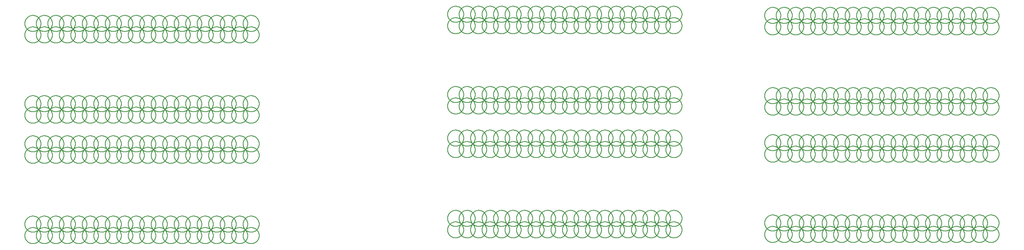
<source format=gbr>
G04 EAGLE Gerber RS-274X export*
G75*
%MOMM*%
%FSLAX34Y34*%
%LPD*%
%INSilkscreen Bottom*%
%IPPOS*%
%AMOC8*
5,1,8,0,0,1.08239X$1,22.5*%
G01*
%ADD10C,0.203200*%


D10*
X632460Y482600D02*
X632465Y483036D01*
X632481Y483472D01*
X632508Y483908D01*
X632546Y484343D01*
X632594Y484776D01*
X632652Y485209D01*
X632722Y485640D01*
X632802Y486069D01*
X632892Y486496D01*
X632993Y486920D01*
X633104Y487342D01*
X633226Y487761D01*
X633357Y488177D01*
X633499Y488590D01*
X633651Y488999D01*
X633813Y489404D01*
X633985Y489805D01*
X634167Y490202D01*
X634358Y490594D01*
X634559Y490981D01*
X634770Y491364D01*
X634990Y491741D01*
X635219Y492112D01*
X635456Y492478D01*
X635703Y492838D01*
X635959Y493192D01*
X636223Y493539D01*
X636496Y493880D01*
X636777Y494213D01*
X637066Y494540D01*
X637363Y494860D01*
X637668Y495172D01*
X637980Y495477D01*
X638300Y495774D01*
X638627Y496063D01*
X638960Y496344D01*
X639301Y496617D01*
X639648Y496881D01*
X640002Y497137D01*
X640362Y497384D01*
X640728Y497621D01*
X641099Y497850D01*
X641476Y498070D01*
X641859Y498281D01*
X642246Y498482D01*
X642638Y498673D01*
X643035Y498855D01*
X643436Y499027D01*
X643841Y499189D01*
X644250Y499341D01*
X644663Y499483D01*
X645079Y499614D01*
X645498Y499736D01*
X645920Y499847D01*
X646344Y499948D01*
X646771Y500038D01*
X647200Y500118D01*
X647631Y500188D01*
X648064Y500246D01*
X648497Y500294D01*
X648932Y500332D01*
X649368Y500359D01*
X649804Y500375D01*
X650240Y500380D01*
X650676Y500375D01*
X651112Y500359D01*
X651548Y500332D01*
X651983Y500294D01*
X652416Y500246D01*
X652849Y500188D01*
X653280Y500118D01*
X653709Y500038D01*
X654136Y499948D01*
X654560Y499847D01*
X654982Y499736D01*
X655401Y499614D01*
X655817Y499483D01*
X656230Y499341D01*
X656639Y499189D01*
X657044Y499027D01*
X657445Y498855D01*
X657842Y498673D01*
X658234Y498482D01*
X658621Y498281D01*
X659004Y498070D01*
X659381Y497850D01*
X659752Y497621D01*
X660118Y497384D01*
X660478Y497137D01*
X660832Y496881D01*
X661179Y496617D01*
X661520Y496344D01*
X661853Y496063D01*
X662180Y495774D01*
X662500Y495477D01*
X662812Y495172D01*
X663117Y494860D01*
X663414Y494540D01*
X663703Y494213D01*
X663984Y493880D01*
X664257Y493539D01*
X664521Y493192D01*
X664777Y492838D01*
X665024Y492478D01*
X665261Y492112D01*
X665490Y491741D01*
X665710Y491364D01*
X665921Y490981D01*
X666122Y490594D01*
X666313Y490202D01*
X666495Y489805D01*
X666667Y489404D01*
X666829Y488999D01*
X666981Y488590D01*
X667123Y488177D01*
X667254Y487761D01*
X667376Y487342D01*
X667487Y486920D01*
X667588Y486496D01*
X667678Y486069D01*
X667758Y485640D01*
X667828Y485209D01*
X667886Y484776D01*
X667934Y484343D01*
X667972Y483908D01*
X667999Y483472D01*
X668015Y483036D01*
X668020Y482600D01*
X668015Y482164D01*
X667999Y481728D01*
X667972Y481292D01*
X667934Y480857D01*
X667886Y480424D01*
X667828Y479991D01*
X667758Y479560D01*
X667678Y479131D01*
X667588Y478704D01*
X667487Y478280D01*
X667376Y477858D01*
X667254Y477439D01*
X667123Y477023D01*
X666981Y476610D01*
X666829Y476201D01*
X666667Y475796D01*
X666495Y475395D01*
X666313Y474998D01*
X666122Y474606D01*
X665921Y474219D01*
X665710Y473836D01*
X665490Y473459D01*
X665261Y473088D01*
X665024Y472722D01*
X664777Y472362D01*
X664521Y472008D01*
X664257Y471661D01*
X663984Y471320D01*
X663703Y470987D01*
X663414Y470660D01*
X663117Y470340D01*
X662812Y470028D01*
X662500Y469723D01*
X662180Y469426D01*
X661853Y469137D01*
X661520Y468856D01*
X661179Y468583D01*
X660832Y468319D01*
X660478Y468063D01*
X660118Y467816D01*
X659752Y467579D01*
X659381Y467350D01*
X659004Y467130D01*
X658621Y466919D01*
X658234Y466718D01*
X657842Y466527D01*
X657445Y466345D01*
X657044Y466173D01*
X656639Y466011D01*
X656230Y465859D01*
X655817Y465717D01*
X655401Y465586D01*
X654982Y465464D01*
X654560Y465353D01*
X654136Y465252D01*
X653709Y465162D01*
X653280Y465082D01*
X652849Y465012D01*
X652416Y464954D01*
X651983Y464906D01*
X651548Y464868D01*
X651112Y464841D01*
X650676Y464825D01*
X650240Y464820D01*
X649804Y464825D01*
X649368Y464841D01*
X648932Y464868D01*
X648497Y464906D01*
X648064Y464954D01*
X647631Y465012D01*
X647200Y465082D01*
X646771Y465162D01*
X646344Y465252D01*
X645920Y465353D01*
X645498Y465464D01*
X645079Y465586D01*
X644663Y465717D01*
X644250Y465859D01*
X643841Y466011D01*
X643436Y466173D01*
X643035Y466345D01*
X642638Y466527D01*
X642246Y466718D01*
X641859Y466919D01*
X641476Y467130D01*
X641099Y467350D01*
X640728Y467579D01*
X640362Y467816D01*
X640002Y468063D01*
X639648Y468319D01*
X639301Y468583D01*
X638960Y468856D01*
X638627Y469137D01*
X638300Y469426D01*
X637980Y469723D01*
X637668Y470028D01*
X637363Y470340D01*
X637066Y470660D01*
X636777Y470987D01*
X636496Y471320D01*
X636223Y471661D01*
X635959Y472008D01*
X635703Y472362D01*
X635456Y472722D01*
X635219Y473088D01*
X634990Y473459D01*
X634770Y473836D01*
X634559Y474219D01*
X634358Y474606D01*
X634167Y474998D01*
X633985Y475395D01*
X633813Y475796D01*
X633651Y476201D01*
X633499Y476610D01*
X633357Y477023D01*
X633226Y477439D01*
X633104Y477858D01*
X632993Y478280D01*
X632892Y478704D01*
X632802Y479131D01*
X632722Y479560D01*
X632652Y479991D01*
X632594Y480424D01*
X632546Y480857D01*
X632508Y481292D01*
X632481Y481728D01*
X632465Y482164D01*
X632460Y482600D01*
X657860Y482600D02*
X657865Y483036D01*
X657881Y483472D01*
X657908Y483908D01*
X657946Y484343D01*
X657994Y484776D01*
X658052Y485209D01*
X658122Y485640D01*
X658202Y486069D01*
X658292Y486496D01*
X658393Y486920D01*
X658504Y487342D01*
X658626Y487761D01*
X658757Y488177D01*
X658899Y488590D01*
X659051Y488999D01*
X659213Y489404D01*
X659385Y489805D01*
X659567Y490202D01*
X659758Y490594D01*
X659959Y490981D01*
X660170Y491364D01*
X660390Y491741D01*
X660619Y492112D01*
X660856Y492478D01*
X661103Y492838D01*
X661359Y493192D01*
X661623Y493539D01*
X661896Y493880D01*
X662177Y494213D01*
X662466Y494540D01*
X662763Y494860D01*
X663068Y495172D01*
X663380Y495477D01*
X663700Y495774D01*
X664027Y496063D01*
X664360Y496344D01*
X664701Y496617D01*
X665048Y496881D01*
X665402Y497137D01*
X665762Y497384D01*
X666128Y497621D01*
X666499Y497850D01*
X666876Y498070D01*
X667259Y498281D01*
X667646Y498482D01*
X668038Y498673D01*
X668435Y498855D01*
X668836Y499027D01*
X669241Y499189D01*
X669650Y499341D01*
X670063Y499483D01*
X670479Y499614D01*
X670898Y499736D01*
X671320Y499847D01*
X671744Y499948D01*
X672171Y500038D01*
X672600Y500118D01*
X673031Y500188D01*
X673464Y500246D01*
X673897Y500294D01*
X674332Y500332D01*
X674768Y500359D01*
X675204Y500375D01*
X675640Y500380D01*
X676076Y500375D01*
X676512Y500359D01*
X676948Y500332D01*
X677383Y500294D01*
X677816Y500246D01*
X678249Y500188D01*
X678680Y500118D01*
X679109Y500038D01*
X679536Y499948D01*
X679960Y499847D01*
X680382Y499736D01*
X680801Y499614D01*
X681217Y499483D01*
X681630Y499341D01*
X682039Y499189D01*
X682444Y499027D01*
X682845Y498855D01*
X683242Y498673D01*
X683634Y498482D01*
X684021Y498281D01*
X684404Y498070D01*
X684781Y497850D01*
X685152Y497621D01*
X685518Y497384D01*
X685878Y497137D01*
X686232Y496881D01*
X686579Y496617D01*
X686920Y496344D01*
X687253Y496063D01*
X687580Y495774D01*
X687900Y495477D01*
X688212Y495172D01*
X688517Y494860D01*
X688814Y494540D01*
X689103Y494213D01*
X689384Y493880D01*
X689657Y493539D01*
X689921Y493192D01*
X690177Y492838D01*
X690424Y492478D01*
X690661Y492112D01*
X690890Y491741D01*
X691110Y491364D01*
X691321Y490981D01*
X691522Y490594D01*
X691713Y490202D01*
X691895Y489805D01*
X692067Y489404D01*
X692229Y488999D01*
X692381Y488590D01*
X692523Y488177D01*
X692654Y487761D01*
X692776Y487342D01*
X692887Y486920D01*
X692988Y486496D01*
X693078Y486069D01*
X693158Y485640D01*
X693228Y485209D01*
X693286Y484776D01*
X693334Y484343D01*
X693372Y483908D01*
X693399Y483472D01*
X693415Y483036D01*
X693420Y482600D01*
X693415Y482164D01*
X693399Y481728D01*
X693372Y481292D01*
X693334Y480857D01*
X693286Y480424D01*
X693228Y479991D01*
X693158Y479560D01*
X693078Y479131D01*
X692988Y478704D01*
X692887Y478280D01*
X692776Y477858D01*
X692654Y477439D01*
X692523Y477023D01*
X692381Y476610D01*
X692229Y476201D01*
X692067Y475796D01*
X691895Y475395D01*
X691713Y474998D01*
X691522Y474606D01*
X691321Y474219D01*
X691110Y473836D01*
X690890Y473459D01*
X690661Y473088D01*
X690424Y472722D01*
X690177Y472362D01*
X689921Y472008D01*
X689657Y471661D01*
X689384Y471320D01*
X689103Y470987D01*
X688814Y470660D01*
X688517Y470340D01*
X688212Y470028D01*
X687900Y469723D01*
X687580Y469426D01*
X687253Y469137D01*
X686920Y468856D01*
X686579Y468583D01*
X686232Y468319D01*
X685878Y468063D01*
X685518Y467816D01*
X685152Y467579D01*
X684781Y467350D01*
X684404Y467130D01*
X684021Y466919D01*
X683634Y466718D01*
X683242Y466527D01*
X682845Y466345D01*
X682444Y466173D01*
X682039Y466011D01*
X681630Y465859D01*
X681217Y465717D01*
X680801Y465586D01*
X680382Y465464D01*
X679960Y465353D01*
X679536Y465252D01*
X679109Y465162D01*
X678680Y465082D01*
X678249Y465012D01*
X677816Y464954D01*
X677383Y464906D01*
X676948Y464868D01*
X676512Y464841D01*
X676076Y464825D01*
X675640Y464820D01*
X675204Y464825D01*
X674768Y464841D01*
X674332Y464868D01*
X673897Y464906D01*
X673464Y464954D01*
X673031Y465012D01*
X672600Y465082D01*
X672171Y465162D01*
X671744Y465252D01*
X671320Y465353D01*
X670898Y465464D01*
X670479Y465586D01*
X670063Y465717D01*
X669650Y465859D01*
X669241Y466011D01*
X668836Y466173D01*
X668435Y466345D01*
X668038Y466527D01*
X667646Y466718D01*
X667259Y466919D01*
X666876Y467130D01*
X666499Y467350D01*
X666128Y467579D01*
X665762Y467816D01*
X665402Y468063D01*
X665048Y468319D01*
X664701Y468583D01*
X664360Y468856D01*
X664027Y469137D01*
X663700Y469426D01*
X663380Y469723D01*
X663068Y470028D01*
X662763Y470340D01*
X662466Y470660D01*
X662177Y470987D01*
X661896Y471320D01*
X661623Y471661D01*
X661359Y472008D01*
X661103Y472362D01*
X660856Y472722D01*
X660619Y473088D01*
X660390Y473459D01*
X660170Y473836D01*
X659959Y474219D01*
X659758Y474606D01*
X659567Y474998D01*
X659385Y475395D01*
X659213Y475796D01*
X659051Y476201D01*
X658899Y476610D01*
X658757Y477023D01*
X658626Y477439D01*
X658504Y477858D01*
X658393Y478280D01*
X658292Y478704D01*
X658202Y479131D01*
X658122Y479560D01*
X658052Y479991D01*
X657994Y480424D01*
X657946Y480857D01*
X657908Y481292D01*
X657881Y481728D01*
X657865Y482164D01*
X657860Y482600D01*
X683260Y482600D02*
X683265Y483036D01*
X683281Y483472D01*
X683308Y483908D01*
X683346Y484343D01*
X683394Y484776D01*
X683452Y485209D01*
X683522Y485640D01*
X683602Y486069D01*
X683692Y486496D01*
X683793Y486920D01*
X683904Y487342D01*
X684026Y487761D01*
X684157Y488177D01*
X684299Y488590D01*
X684451Y488999D01*
X684613Y489404D01*
X684785Y489805D01*
X684967Y490202D01*
X685158Y490594D01*
X685359Y490981D01*
X685570Y491364D01*
X685790Y491741D01*
X686019Y492112D01*
X686256Y492478D01*
X686503Y492838D01*
X686759Y493192D01*
X687023Y493539D01*
X687296Y493880D01*
X687577Y494213D01*
X687866Y494540D01*
X688163Y494860D01*
X688468Y495172D01*
X688780Y495477D01*
X689100Y495774D01*
X689427Y496063D01*
X689760Y496344D01*
X690101Y496617D01*
X690448Y496881D01*
X690802Y497137D01*
X691162Y497384D01*
X691528Y497621D01*
X691899Y497850D01*
X692276Y498070D01*
X692659Y498281D01*
X693046Y498482D01*
X693438Y498673D01*
X693835Y498855D01*
X694236Y499027D01*
X694641Y499189D01*
X695050Y499341D01*
X695463Y499483D01*
X695879Y499614D01*
X696298Y499736D01*
X696720Y499847D01*
X697144Y499948D01*
X697571Y500038D01*
X698000Y500118D01*
X698431Y500188D01*
X698864Y500246D01*
X699297Y500294D01*
X699732Y500332D01*
X700168Y500359D01*
X700604Y500375D01*
X701040Y500380D01*
X701476Y500375D01*
X701912Y500359D01*
X702348Y500332D01*
X702783Y500294D01*
X703216Y500246D01*
X703649Y500188D01*
X704080Y500118D01*
X704509Y500038D01*
X704936Y499948D01*
X705360Y499847D01*
X705782Y499736D01*
X706201Y499614D01*
X706617Y499483D01*
X707030Y499341D01*
X707439Y499189D01*
X707844Y499027D01*
X708245Y498855D01*
X708642Y498673D01*
X709034Y498482D01*
X709421Y498281D01*
X709804Y498070D01*
X710181Y497850D01*
X710552Y497621D01*
X710918Y497384D01*
X711278Y497137D01*
X711632Y496881D01*
X711979Y496617D01*
X712320Y496344D01*
X712653Y496063D01*
X712980Y495774D01*
X713300Y495477D01*
X713612Y495172D01*
X713917Y494860D01*
X714214Y494540D01*
X714503Y494213D01*
X714784Y493880D01*
X715057Y493539D01*
X715321Y493192D01*
X715577Y492838D01*
X715824Y492478D01*
X716061Y492112D01*
X716290Y491741D01*
X716510Y491364D01*
X716721Y490981D01*
X716922Y490594D01*
X717113Y490202D01*
X717295Y489805D01*
X717467Y489404D01*
X717629Y488999D01*
X717781Y488590D01*
X717923Y488177D01*
X718054Y487761D01*
X718176Y487342D01*
X718287Y486920D01*
X718388Y486496D01*
X718478Y486069D01*
X718558Y485640D01*
X718628Y485209D01*
X718686Y484776D01*
X718734Y484343D01*
X718772Y483908D01*
X718799Y483472D01*
X718815Y483036D01*
X718820Y482600D01*
X718815Y482164D01*
X718799Y481728D01*
X718772Y481292D01*
X718734Y480857D01*
X718686Y480424D01*
X718628Y479991D01*
X718558Y479560D01*
X718478Y479131D01*
X718388Y478704D01*
X718287Y478280D01*
X718176Y477858D01*
X718054Y477439D01*
X717923Y477023D01*
X717781Y476610D01*
X717629Y476201D01*
X717467Y475796D01*
X717295Y475395D01*
X717113Y474998D01*
X716922Y474606D01*
X716721Y474219D01*
X716510Y473836D01*
X716290Y473459D01*
X716061Y473088D01*
X715824Y472722D01*
X715577Y472362D01*
X715321Y472008D01*
X715057Y471661D01*
X714784Y471320D01*
X714503Y470987D01*
X714214Y470660D01*
X713917Y470340D01*
X713612Y470028D01*
X713300Y469723D01*
X712980Y469426D01*
X712653Y469137D01*
X712320Y468856D01*
X711979Y468583D01*
X711632Y468319D01*
X711278Y468063D01*
X710918Y467816D01*
X710552Y467579D01*
X710181Y467350D01*
X709804Y467130D01*
X709421Y466919D01*
X709034Y466718D01*
X708642Y466527D01*
X708245Y466345D01*
X707844Y466173D01*
X707439Y466011D01*
X707030Y465859D01*
X706617Y465717D01*
X706201Y465586D01*
X705782Y465464D01*
X705360Y465353D01*
X704936Y465252D01*
X704509Y465162D01*
X704080Y465082D01*
X703649Y465012D01*
X703216Y464954D01*
X702783Y464906D01*
X702348Y464868D01*
X701912Y464841D01*
X701476Y464825D01*
X701040Y464820D01*
X700604Y464825D01*
X700168Y464841D01*
X699732Y464868D01*
X699297Y464906D01*
X698864Y464954D01*
X698431Y465012D01*
X698000Y465082D01*
X697571Y465162D01*
X697144Y465252D01*
X696720Y465353D01*
X696298Y465464D01*
X695879Y465586D01*
X695463Y465717D01*
X695050Y465859D01*
X694641Y466011D01*
X694236Y466173D01*
X693835Y466345D01*
X693438Y466527D01*
X693046Y466718D01*
X692659Y466919D01*
X692276Y467130D01*
X691899Y467350D01*
X691528Y467579D01*
X691162Y467816D01*
X690802Y468063D01*
X690448Y468319D01*
X690101Y468583D01*
X689760Y468856D01*
X689427Y469137D01*
X689100Y469426D01*
X688780Y469723D01*
X688468Y470028D01*
X688163Y470340D01*
X687866Y470660D01*
X687577Y470987D01*
X687296Y471320D01*
X687023Y471661D01*
X686759Y472008D01*
X686503Y472362D01*
X686256Y472722D01*
X686019Y473088D01*
X685790Y473459D01*
X685570Y473836D01*
X685359Y474219D01*
X685158Y474606D01*
X684967Y474998D01*
X684785Y475395D01*
X684613Y475796D01*
X684451Y476201D01*
X684299Y476610D01*
X684157Y477023D01*
X684026Y477439D01*
X683904Y477858D01*
X683793Y478280D01*
X683692Y478704D01*
X683602Y479131D01*
X683522Y479560D01*
X683452Y479991D01*
X683394Y480424D01*
X683346Y480857D01*
X683308Y481292D01*
X683281Y481728D01*
X683265Y482164D01*
X683260Y482600D01*
X708660Y482600D02*
X708665Y483036D01*
X708681Y483472D01*
X708708Y483908D01*
X708746Y484343D01*
X708794Y484776D01*
X708852Y485209D01*
X708922Y485640D01*
X709002Y486069D01*
X709092Y486496D01*
X709193Y486920D01*
X709304Y487342D01*
X709426Y487761D01*
X709557Y488177D01*
X709699Y488590D01*
X709851Y488999D01*
X710013Y489404D01*
X710185Y489805D01*
X710367Y490202D01*
X710558Y490594D01*
X710759Y490981D01*
X710970Y491364D01*
X711190Y491741D01*
X711419Y492112D01*
X711656Y492478D01*
X711903Y492838D01*
X712159Y493192D01*
X712423Y493539D01*
X712696Y493880D01*
X712977Y494213D01*
X713266Y494540D01*
X713563Y494860D01*
X713868Y495172D01*
X714180Y495477D01*
X714500Y495774D01*
X714827Y496063D01*
X715160Y496344D01*
X715501Y496617D01*
X715848Y496881D01*
X716202Y497137D01*
X716562Y497384D01*
X716928Y497621D01*
X717299Y497850D01*
X717676Y498070D01*
X718059Y498281D01*
X718446Y498482D01*
X718838Y498673D01*
X719235Y498855D01*
X719636Y499027D01*
X720041Y499189D01*
X720450Y499341D01*
X720863Y499483D01*
X721279Y499614D01*
X721698Y499736D01*
X722120Y499847D01*
X722544Y499948D01*
X722971Y500038D01*
X723400Y500118D01*
X723831Y500188D01*
X724264Y500246D01*
X724697Y500294D01*
X725132Y500332D01*
X725568Y500359D01*
X726004Y500375D01*
X726440Y500380D01*
X726876Y500375D01*
X727312Y500359D01*
X727748Y500332D01*
X728183Y500294D01*
X728616Y500246D01*
X729049Y500188D01*
X729480Y500118D01*
X729909Y500038D01*
X730336Y499948D01*
X730760Y499847D01*
X731182Y499736D01*
X731601Y499614D01*
X732017Y499483D01*
X732430Y499341D01*
X732839Y499189D01*
X733244Y499027D01*
X733645Y498855D01*
X734042Y498673D01*
X734434Y498482D01*
X734821Y498281D01*
X735204Y498070D01*
X735581Y497850D01*
X735952Y497621D01*
X736318Y497384D01*
X736678Y497137D01*
X737032Y496881D01*
X737379Y496617D01*
X737720Y496344D01*
X738053Y496063D01*
X738380Y495774D01*
X738700Y495477D01*
X739012Y495172D01*
X739317Y494860D01*
X739614Y494540D01*
X739903Y494213D01*
X740184Y493880D01*
X740457Y493539D01*
X740721Y493192D01*
X740977Y492838D01*
X741224Y492478D01*
X741461Y492112D01*
X741690Y491741D01*
X741910Y491364D01*
X742121Y490981D01*
X742322Y490594D01*
X742513Y490202D01*
X742695Y489805D01*
X742867Y489404D01*
X743029Y488999D01*
X743181Y488590D01*
X743323Y488177D01*
X743454Y487761D01*
X743576Y487342D01*
X743687Y486920D01*
X743788Y486496D01*
X743878Y486069D01*
X743958Y485640D01*
X744028Y485209D01*
X744086Y484776D01*
X744134Y484343D01*
X744172Y483908D01*
X744199Y483472D01*
X744215Y483036D01*
X744220Y482600D01*
X744215Y482164D01*
X744199Y481728D01*
X744172Y481292D01*
X744134Y480857D01*
X744086Y480424D01*
X744028Y479991D01*
X743958Y479560D01*
X743878Y479131D01*
X743788Y478704D01*
X743687Y478280D01*
X743576Y477858D01*
X743454Y477439D01*
X743323Y477023D01*
X743181Y476610D01*
X743029Y476201D01*
X742867Y475796D01*
X742695Y475395D01*
X742513Y474998D01*
X742322Y474606D01*
X742121Y474219D01*
X741910Y473836D01*
X741690Y473459D01*
X741461Y473088D01*
X741224Y472722D01*
X740977Y472362D01*
X740721Y472008D01*
X740457Y471661D01*
X740184Y471320D01*
X739903Y470987D01*
X739614Y470660D01*
X739317Y470340D01*
X739012Y470028D01*
X738700Y469723D01*
X738380Y469426D01*
X738053Y469137D01*
X737720Y468856D01*
X737379Y468583D01*
X737032Y468319D01*
X736678Y468063D01*
X736318Y467816D01*
X735952Y467579D01*
X735581Y467350D01*
X735204Y467130D01*
X734821Y466919D01*
X734434Y466718D01*
X734042Y466527D01*
X733645Y466345D01*
X733244Y466173D01*
X732839Y466011D01*
X732430Y465859D01*
X732017Y465717D01*
X731601Y465586D01*
X731182Y465464D01*
X730760Y465353D01*
X730336Y465252D01*
X729909Y465162D01*
X729480Y465082D01*
X729049Y465012D01*
X728616Y464954D01*
X728183Y464906D01*
X727748Y464868D01*
X727312Y464841D01*
X726876Y464825D01*
X726440Y464820D01*
X726004Y464825D01*
X725568Y464841D01*
X725132Y464868D01*
X724697Y464906D01*
X724264Y464954D01*
X723831Y465012D01*
X723400Y465082D01*
X722971Y465162D01*
X722544Y465252D01*
X722120Y465353D01*
X721698Y465464D01*
X721279Y465586D01*
X720863Y465717D01*
X720450Y465859D01*
X720041Y466011D01*
X719636Y466173D01*
X719235Y466345D01*
X718838Y466527D01*
X718446Y466718D01*
X718059Y466919D01*
X717676Y467130D01*
X717299Y467350D01*
X716928Y467579D01*
X716562Y467816D01*
X716202Y468063D01*
X715848Y468319D01*
X715501Y468583D01*
X715160Y468856D01*
X714827Y469137D01*
X714500Y469426D01*
X714180Y469723D01*
X713868Y470028D01*
X713563Y470340D01*
X713266Y470660D01*
X712977Y470987D01*
X712696Y471320D01*
X712423Y471661D01*
X712159Y472008D01*
X711903Y472362D01*
X711656Y472722D01*
X711419Y473088D01*
X711190Y473459D01*
X710970Y473836D01*
X710759Y474219D01*
X710558Y474606D01*
X710367Y474998D01*
X710185Y475395D01*
X710013Y475796D01*
X709851Y476201D01*
X709699Y476610D01*
X709557Y477023D01*
X709426Y477439D01*
X709304Y477858D01*
X709193Y478280D01*
X709092Y478704D01*
X709002Y479131D01*
X708922Y479560D01*
X708852Y479991D01*
X708794Y480424D01*
X708746Y480857D01*
X708708Y481292D01*
X708681Y481728D01*
X708665Y482164D01*
X708660Y482600D01*
X734060Y482600D02*
X734065Y483036D01*
X734081Y483472D01*
X734108Y483908D01*
X734146Y484343D01*
X734194Y484776D01*
X734252Y485209D01*
X734322Y485640D01*
X734402Y486069D01*
X734492Y486496D01*
X734593Y486920D01*
X734704Y487342D01*
X734826Y487761D01*
X734957Y488177D01*
X735099Y488590D01*
X735251Y488999D01*
X735413Y489404D01*
X735585Y489805D01*
X735767Y490202D01*
X735958Y490594D01*
X736159Y490981D01*
X736370Y491364D01*
X736590Y491741D01*
X736819Y492112D01*
X737056Y492478D01*
X737303Y492838D01*
X737559Y493192D01*
X737823Y493539D01*
X738096Y493880D01*
X738377Y494213D01*
X738666Y494540D01*
X738963Y494860D01*
X739268Y495172D01*
X739580Y495477D01*
X739900Y495774D01*
X740227Y496063D01*
X740560Y496344D01*
X740901Y496617D01*
X741248Y496881D01*
X741602Y497137D01*
X741962Y497384D01*
X742328Y497621D01*
X742699Y497850D01*
X743076Y498070D01*
X743459Y498281D01*
X743846Y498482D01*
X744238Y498673D01*
X744635Y498855D01*
X745036Y499027D01*
X745441Y499189D01*
X745850Y499341D01*
X746263Y499483D01*
X746679Y499614D01*
X747098Y499736D01*
X747520Y499847D01*
X747944Y499948D01*
X748371Y500038D01*
X748800Y500118D01*
X749231Y500188D01*
X749664Y500246D01*
X750097Y500294D01*
X750532Y500332D01*
X750968Y500359D01*
X751404Y500375D01*
X751840Y500380D01*
X752276Y500375D01*
X752712Y500359D01*
X753148Y500332D01*
X753583Y500294D01*
X754016Y500246D01*
X754449Y500188D01*
X754880Y500118D01*
X755309Y500038D01*
X755736Y499948D01*
X756160Y499847D01*
X756582Y499736D01*
X757001Y499614D01*
X757417Y499483D01*
X757830Y499341D01*
X758239Y499189D01*
X758644Y499027D01*
X759045Y498855D01*
X759442Y498673D01*
X759834Y498482D01*
X760221Y498281D01*
X760604Y498070D01*
X760981Y497850D01*
X761352Y497621D01*
X761718Y497384D01*
X762078Y497137D01*
X762432Y496881D01*
X762779Y496617D01*
X763120Y496344D01*
X763453Y496063D01*
X763780Y495774D01*
X764100Y495477D01*
X764412Y495172D01*
X764717Y494860D01*
X765014Y494540D01*
X765303Y494213D01*
X765584Y493880D01*
X765857Y493539D01*
X766121Y493192D01*
X766377Y492838D01*
X766624Y492478D01*
X766861Y492112D01*
X767090Y491741D01*
X767310Y491364D01*
X767521Y490981D01*
X767722Y490594D01*
X767913Y490202D01*
X768095Y489805D01*
X768267Y489404D01*
X768429Y488999D01*
X768581Y488590D01*
X768723Y488177D01*
X768854Y487761D01*
X768976Y487342D01*
X769087Y486920D01*
X769188Y486496D01*
X769278Y486069D01*
X769358Y485640D01*
X769428Y485209D01*
X769486Y484776D01*
X769534Y484343D01*
X769572Y483908D01*
X769599Y483472D01*
X769615Y483036D01*
X769620Y482600D01*
X769615Y482164D01*
X769599Y481728D01*
X769572Y481292D01*
X769534Y480857D01*
X769486Y480424D01*
X769428Y479991D01*
X769358Y479560D01*
X769278Y479131D01*
X769188Y478704D01*
X769087Y478280D01*
X768976Y477858D01*
X768854Y477439D01*
X768723Y477023D01*
X768581Y476610D01*
X768429Y476201D01*
X768267Y475796D01*
X768095Y475395D01*
X767913Y474998D01*
X767722Y474606D01*
X767521Y474219D01*
X767310Y473836D01*
X767090Y473459D01*
X766861Y473088D01*
X766624Y472722D01*
X766377Y472362D01*
X766121Y472008D01*
X765857Y471661D01*
X765584Y471320D01*
X765303Y470987D01*
X765014Y470660D01*
X764717Y470340D01*
X764412Y470028D01*
X764100Y469723D01*
X763780Y469426D01*
X763453Y469137D01*
X763120Y468856D01*
X762779Y468583D01*
X762432Y468319D01*
X762078Y468063D01*
X761718Y467816D01*
X761352Y467579D01*
X760981Y467350D01*
X760604Y467130D01*
X760221Y466919D01*
X759834Y466718D01*
X759442Y466527D01*
X759045Y466345D01*
X758644Y466173D01*
X758239Y466011D01*
X757830Y465859D01*
X757417Y465717D01*
X757001Y465586D01*
X756582Y465464D01*
X756160Y465353D01*
X755736Y465252D01*
X755309Y465162D01*
X754880Y465082D01*
X754449Y465012D01*
X754016Y464954D01*
X753583Y464906D01*
X753148Y464868D01*
X752712Y464841D01*
X752276Y464825D01*
X751840Y464820D01*
X751404Y464825D01*
X750968Y464841D01*
X750532Y464868D01*
X750097Y464906D01*
X749664Y464954D01*
X749231Y465012D01*
X748800Y465082D01*
X748371Y465162D01*
X747944Y465252D01*
X747520Y465353D01*
X747098Y465464D01*
X746679Y465586D01*
X746263Y465717D01*
X745850Y465859D01*
X745441Y466011D01*
X745036Y466173D01*
X744635Y466345D01*
X744238Y466527D01*
X743846Y466718D01*
X743459Y466919D01*
X743076Y467130D01*
X742699Y467350D01*
X742328Y467579D01*
X741962Y467816D01*
X741602Y468063D01*
X741248Y468319D01*
X740901Y468583D01*
X740560Y468856D01*
X740227Y469137D01*
X739900Y469426D01*
X739580Y469723D01*
X739268Y470028D01*
X738963Y470340D01*
X738666Y470660D01*
X738377Y470987D01*
X738096Y471320D01*
X737823Y471661D01*
X737559Y472008D01*
X737303Y472362D01*
X737056Y472722D01*
X736819Y473088D01*
X736590Y473459D01*
X736370Y473836D01*
X736159Y474219D01*
X735958Y474606D01*
X735767Y474998D01*
X735585Y475395D01*
X735413Y475796D01*
X735251Y476201D01*
X735099Y476610D01*
X734957Y477023D01*
X734826Y477439D01*
X734704Y477858D01*
X734593Y478280D01*
X734492Y478704D01*
X734402Y479131D01*
X734322Y479560D01*
X734252Y479991D01*
X734194Y480424D01*
X734146Y480857D01*
X734108Y481292D01*
X734081Y481728D01*
X734065Y482164D01*
X734060Y482600D01*
X759460Y482600D02*
X759465Y483036D01*
X759481Y483472D01*
X759508Y483908D01*
X759546Y484343D01*
X759594Y484776D01*
X759652Y485209D01*
X759722Y485640D01*
X759802Y486069D01*
X759892Y486496D01*
X759993Y486920D01*
X760104Y487342D01*
X760226Y487761D01*
X760357Y488177D01*
X760499Y488590D01*
X760651Y488999D01*
X760813Y489404D01*
X760985Y489805D01*
X761167Y490202D01*
X761358Y490594D01*
X761559Y490981D01*
X761770Y491364D01*
X761990Y491741D01*
X762219Y492112D01*
X762456Y492478D01*
X762703Y492838D01*
X762959Y493192D01*
X763223Y493539D01*
X763496Y493880D01*
X763777Y494213D01*
X764066Y494540D01*
X764363Y494860D01*
X764668Y495172D01*
X764980Y495477D01*
X765300Y495774D01*
X765627Y496063D01*
X765960Y496344D01*
X766301Y496617D01*
X766648Y496881D01*
X767002Y497137D01*
X767362Y497384D01*
X767728Y497621D01*
X768099Y497850D01*
X768476Y498070D01*
X768859Y498281D01*
X769246Y498482D01*
X769638Y498673D01*
X770035Y498855D01*
X770436Y499027D01*
X770841Y499189D01*
X771250Y499341D01*
X771663Y499483D01*
X772079Y499614D01*
X772498Y499736D01*
X772920Y499847D01*
X773344Y499948D01*
X773771Y500038D01*
X774200Y500118D01*
X774631Y500188D01*
X775064Y500246D01*
X775497Y500294D01*
X775932Y500332D01*
X776368Y500359D01*
X776804Y500375D01*
X777240Y500380D01*
X777676Y500375D01*
X778112Y500359D01*
X778548Y500332D01*
X778983Y500294D01*
X779416Y500246D01*
X779849Y500188D01*
X780280Y500118D01*
X780709Y500038D01*
X781136Y499948D01*
X781560Y499847D01*
X781982Y499736D01*
X782401Y499614D01*
X782817Y499483D01*
X783230Y499341D01*
X783639Y499189D01*
X784044Y499027D01*
X784445Y498855D01*
X784842Y498673D01*
X785234Y498482D01*
X785621Y498281D01*
X786004Y498070D01*
X786381Y497850D01*
X786752Y497621D01*
X787118Y497384D01*
X787478Y497137D01*
X787832Y496881D01*
X788179Y496617D01*
X788520Y496344D01*
X788853Y496063D01*
X789180Y495774D01*
X789500Y495477D01*
X789812Y495172D01*
X790117Y494860D01*
X790414Y494540D01*
X790703Y494213D01*
X790984Y493880D01*
X791257Y493539D01*
X791521Y493192D01*
X791777Y492838D01*
X792024Y492478D01*
X792261Y492112D01*
X792490Y491741D01*
X792710Y491364D01*
X792921Y490981D01*
X793122Y490594D01*
X793313Y490202D01*
X793495Y489805D01*
X793667Y489404D01*
X793829Y488999D01*
X793981Y488590D01*
X794123Y488177D01*
X794254Y487761D01*
X794376Y487342D01*
X794487Y486920D01*
X794588Y486496D01*
X794678Y486069D01*
X794758Y485640D01*
X794828Y485209D01*
X794886Y484776D01*
X794934Y484343D01*
X794972Y483908D01*
X794999Y483472D01*
X795015Y483036D01*
X795020Y482600D01*
X795015Y482164D01*
X794999Y481728D01*
X794972Y481292D01*
X794934Y480857D01*
X794886Y480424D01*
X794828Y479991D01*
X794758Y479560D01*
X794678Y479131D01*
X794588Y478704D01*
X794487Y478280D01*
X794376Y477858D01*
X794254Y477439D01*
X794123Y477023D01*
X793981Y476610D01*
X793829Y476201D01*
X793667Y475796D01*
X793495Y475395D01*
X793313Y474998D01*
X793122Y474606D01*
X792921Y474219D01*
X792710Y473836D01*
X792490Y473459D01*
X792261Y473088D01*
X792024Y472722D01*
X791777Y472362D01*
X791521Y472008D01*
X791257Y471661D01*
X790984Y471320D01*
X790703Y470987D01*
X790414Y470660D01*
X790117Y470340D01*
X789812Y470028D01*
X789500Y469723D01*
X789180Y469426D01*
X788853Y469137D01*
X788520Y468856D01*
X788179Y468583D01*
X787832Y468319D01*
X787478Y468063D01*
X787118Y467816D01*
X786752Y467579D01*
X786381Y467350D01*
X786004Y467130D01*
X785621Y466919D01*
X785234Y466718D01*
X784842Y466527D01*
X784445Y466345D01*
X784044Y466173D01*
X783639Y466011D01*
X783230Y465859D01*
X782817Y465717D01*
X782401Y465586D01*
X781982Y465464D01*
X781560Y465353D01*
X781136Y465252D01*
X780709Y465162D01*
X780280Y465082D01*
X779849Y465012D01*
X779416Y464954D01*
X778983Y464906D01*
X778548Y464868D01*
X778112Y464841D01*
X777676Y464825D01*
X777240Y464820D01*
X776804Y464825D01*
X776368Y464841D01*
X775932Y464868D01*
X775497Y464906D01*
X775064Y464954D01*
X774631Y465012D01*
X774200Y465082D01*
X773771Y465162D01*
X773344Y465252D01*
X772920Y465353D01*
X772498Y465464D01*
X772079Y465586D01*
X771663Y465717D01*
X771250Y465859D01*
X770841Y466011D01*
X770436Y466173D01*
X770035Y466345D01*
X769638Y466527D01*
X769246Y466718D01*
X768859Y466919D01*
X768476Y467130D01*
X768099Y467350D01*
X767728Y467579D01*
X767362Y467816D01*
X767002Y468063D01*
X766648Y468319D01*
X766301Y468583D01*
X765960Y468856D01*
X765627Y469137D01*
X765300Y469426D01*
X764980Y469723D01*
X764668Y470028D01*
X764363Y470340D01*
X764066Y470660D01*
X763777Y470987D01*
X763496Y471320D01*
X763223Y471661D01*
X762959Y472008D01*
X762703Y472362D01*
X762456Y472722D01*
X762219Y473088D01*
X761990Y473459D01*
X761770Y473836D01*
X761559Y474219D01*
X761358Y474606D01*
X761167Y474998D01*
X760985Y475395D01*
X760813Y475796D01*
X760651Y476201D01*
X760499Y476610D01*
X760357Y477023D01*
X760226Y477439D01*
X760104Y477858D01*
X759993Y478280D01*
X759892Y478704D01*
X759802Y479131D01*
X759722Y479560D01*
X759652Y479991D01*
X759594Y480424D01*
X759546Y480857D01*
X759508Y481292D01*
X759481Y481728D01*
X759465Y482164D01*
X759460Y482600D01*
X784860Y482600D02*
X784865Y483036D01*
X784881Y483472D01*
X784908Y483908D01*
X784946Y484343D01*
X784994Y484776D01*
X785052Y485209D01*
X785122Y485640D01*
X785202Y486069D01*
X785292Y486496D01*
X785393Y486920D01*
X785504Y487342D01*
X785626Y487761D01*
X785757Y488177D01*
X785899Y488590D01*
X786051Y488999D01*
X786213Y489404D01*
X786385Y489805D01*
X786567Y490202D01*
X786758Y490594D01*
X786959Y490981D01*
X787170Y491364D01*
X787390Y491741D01*
X787619Y492112D01*
X787856Y492478D01*
X788103Y492838D01*
X788359Y493192D01*
X788623Y493539D01*
X788896Y493880D01*
X789177Y494213D01*
X789466Y494540D01*
X789763Y494860D01*
X790068Y495172D01*
X790380Y495477D01*
X790700Y495774D01*
X791027Y496063D01*
X791360Y496344D01*
X791701Y496617D01*
X792048Y496881D01*
X792402Y497137D01*
X792762Y497384D01*
X793128Y497621D01*
X793499Y497850D01*
X793876Y498070D01*
X794259Y498281D01*
X794646Y498482D01*
X795038Y498673D01*
X795435Y498855D01*
X795836Y499027D01*
X796241Y499189D01*
X796650Y499341D01*
X797063Y499483D01*
X797479Y499614D01*
X797898Y499736D01*
X798320Y499847D01*
X798744Y499948D01*
X799171Y500038D01*
X799600Y500118D01*
X800031Y500188D01*
X800464Y500246D01*
X800897Y500294D01*
X801332Y500332D01*
X801768Y500359D01*
X802204Y500375D01*
X802640Y500380D01*
X803076Y500375D01*
X803512Y500359D01*
X803948Y500332D01*
X804383Y500294D01*
X804816Y500246D01*
X805249Y500188D01*
X805680Y500118D01*
X806109Y500038D01*
X806536Y499948D01*
X806960Y499847D01*
X807382Y499736D01*
X807801Y499614D01*
X808217Y499483D01*
X808630Y499341D01*
X809039Y499189D01*
X809444Y499027D01*
X809845Y498855D01*
X810242Y498673D01*
X810634Y498482D01*
X811021Y498281D01*
X811404Y498070D01*
X811781Y497850D01*
X812152Y497621D01*
X812518Y497384D01*
X812878Y497137D01*
X813232Y496881D01*
X813579Y496617D01*
X813920Y496344D01*
X814253Y496063D01*
X814580Y495774D01*
X814900Y495477D01*
X815212Y495172D01*
X815517Y494860D01*
X815814Y494540D01*
X816103Y494213D01*
X816384Y493880D01*
X816657Y493539D01*
X816921Y493192D01*
X817177Y492838D01*
X817424Y492478D01*
X817661Y492112D01*
X817890Y491741D01*
X818110Y491364D01*
X818321Y490981D01*
X818522Y490594D01*
X818713Y490202D01*
X818895Y489805D01*
X819067Y489404D01*
X819229Y488999D01*
X819381Y488590D01*
X819523Y488177D01*
X819654Y487761D01*
X819776Y487342D01*
X819887Y486920D01*
X819988Y486496D01*
X820078Y486069D01*
X820158Y485640D01*
X820228Y485209D01*
X820286Y484776D01*
X820334Y484343D01*
X820372Y483908D01*
X820399Y483472D01*
X820415Y483036D01*
X820420Y482600D01*
X820415Y482164D01*
X820399Y481728D01*
X820372Y481292D01*
X820334Y480857D01*
X820286Y480424D01*
X820228Y479991D01*
X820158Y479560D01*
X820078Y479131D01*
X819988Y478704D01*
X819887Y478280D01*
X819776Y477858D01*
X819654Y477439D01*
X819523Y477023D01*
X819381Y476610D01*
X819229Y476201D01*
X819067Y475796D01*
X818895Y475395D01*
X818713Y474998D01*
X818522Y474606D01*
X818321Y474219D01*
X818110Y473836D01*
X817890Y473459D01*
X817661Y473088D01*
X817424Y472722D01*
X817177Y472362D01*
X816921Y472008D01*
X816657Y471661D01*
X816384Y471320D01*
X816103Y470987D01*
X815814Y470660D01*
X815517Y470340D01*
X815212Y470028D01*
X814900Y469723D01*
X814580Y469426D01*
X814253Y469137D01*
X813920Y468856D01*
X813579Y468583D01*
X813232Y468319D01*
X812878Y468063D01*
X812518Y467816D01*
X812152Y467579D01*
X811781Y467350D01*
X811404Y467130D01*
X811021Y466919D01*
X810634Y466718D01*
X810242Y466527D01*
X809845Y466345D01*
X809444Y466173D01*
X809039Y466011D01*
X808630Y465859D01*
X808217Y465717D01*
X807801Y465586D01*
X807382Y465464D01*
X806960Y465353D01*
X806536Y465252D01*
X806109Y465162D01*
X805680Y465082D01*
X805249Y465012D01*
X804816Y464954D01*
X804383Y464906D01*
X803948Y464868D01*
X803512Y464841D01*
X803076Y464825D01*
X802640Y464820D01*
X802204Y464825D01*
X801768Y464841D01*
X801332Y464868D01*
X800897Y464906D01*
X800464Y464954D01*
X800031Y465012D01*
X799600Y465082D01*
X799171Y465162D01*
X798744Y465252D01*
X798320Y465353D01*
X797898Y465464D01*
X797479Y465586D01*
X797063Y465717D01*
X796650Y465859D01*
X796241Y466011D01*
X795836Y466173D01*
X795435Y466345D01*
X795038Y466527D01*
X794646Y466718D01*
X794259Y466919D01*
X793876Y467130D01*
X793499Y467350D01*
X793128Y467579D01*
X792762Y467816D01*
X792402Y468063D01*
X792048Y468319D01*
X791701Y468583D01*
X791360Y468856D01*
X791027Y469137D01*
X790700Y469426D01*
X790380Y469723D01*
X790068Y470028D01*
X789763Y470340D01*
X789466Y470660D01*
X789177Y470987D01*
X788896Y471320D01*
X788623Y471661D01*
X788359Y472008D01*
X788103Y472362D01*
X787856Y472722D01*
X787619Y473088D01*
X787390Y473459D01*
X787170Y473836D01*
X786959Y474219D01*
X786758Y474606D01*
X786567Y474998D01*
X786385Y475395D01*
X786213Y475796D01*
X786051Y476201D01*
X785899Y476610D01*
X785757Y477023D01*
X785626Y477439D01*
X785504Y477858D01*
X785393Y478280D01*
X785292Y478704D01*
X785202Y479131D01*
X785122Y479560D01*
X785052Y479991D01*
X784994Y480424D01*
X784946Y480857D01*
X784908Y481292D01*
X784881Y481728D01*
X784865Y482164D01*
X784860Y482600D01*
X810260Y482600D02*
X810265Y483036D01*
X810281Y483472D01*
X810308Y483908D01*
X810346Y484343D01*
X810394Y484776D01*
X810452Y485209D01*
X810522Y485640D01*
X810602Y486069D01*
X810692Y486496D01*
X810793Y486920D01*
X810904Y487342D01*
X811026Y487761D01*
X811157Y488177D01*
X811299Y488590D01*
X811451Y488999D01*
X811613Y489404D01*
X811785Y489805D01*
X811967Y490202D01*
X812158Y490594D01*
X812359Y490981D01*
X812570Y491364D01*
X812790Y491741D01*
X813019Y492112D01*
X813256Y492478D01*
X813503Y492838D01*
X813759Y493192D01*
X814023Y493539D01*
X814296Y493880D01*
X814577Y494213D01*
X814866Y494540D01*
X815163Y494860D01*
X815468Y495172D01*
X815780Y495477D01*
X816100Y495774D01*
X816427Y496063D01*
X816760Y496344D01*
X817101Y496617D01*
X817448Y496881D01*
X817802Y497137D01*
X818162Y497384D01*
X818528Y497621D01*
X818899Y497850D01*
X819276Y498070D01*
X819659Y498281D01*
X820046Y498482D01*
X820438Y498673D01*
X820835Y498855D01*
X821236Y499027D01*
X821641Y499189D01*
X822050Y499341D01*
X822463Y499483D01*
X822879Y499614D01*
X823298Y499736D01*
X823720Y499847D01*
X824144Y499948D01*
X824571Y500038D01*
X825000Y500118D01*
X825431Y500188D01*
X825864Y500246D01*
X826297Y500294D01*
X826732Y500332D01*
X827168Y500359D01*
X827604Y500375D01*
X828040Y500380D01*
X828476Y500375D01*
X828912Y500359D01*
X829348Y500332D01*
X829783Y500294D01*
X830216Y500246D01*
X830649Y500188D01*
X831080Y500118D01*
X831509Y500038D01*
X831936Y499948D01*
X832360Y499847D01*
X832782Y499736D01*
X833201Y499614D01*
X833617Y499483D01*
X834030Y499341D01*
X834439Y499189D01*
X834844Y499027D01*
X835245Y498855D01*
X835642Y498673D01*
X836034Y498482D01*
X836421Y498281D01*
X836804Y498070D01*
X837181Y497850D01*
X837552Y497621D01*
X837918Y497384D01*
X838278Y497137D01*
X838632Y496881D01*
X838979Y496617D01*
X839320Y496344D01*
X839653Y496063D01*
X839980Y495774D01*
X840300Y495477D01*
X840612Y495172D01*
X840917Y494860D01*
X841214Y494540D01*
X841503Y494213D01*
X841784Y493880D01*
X842057Y493539D01*
X842321Y493192D01*
X842577Y492838D01*
X842824Y492478D01*
X843061Y492112D01*
X843290Y491741D01*
X843510Y491364D01*
X843721Y490981D01*
X843922Y490594D01*
X844113Y490202D01*
X844295Y489805D01*
X844467Y489404D01*
X844629Y488999D01*
X844781Y488590D01*
X844923Y488177D01*
X845054Y487761D01*
X845176Y487342D01*
X845287Y486920D01*
X845388Y486496D01*
X845478Y486069D01*
X845558Y485640D01*
X845628Y485209D01*
X845686Y484776D01*
X845734Y484343D01*
X845772Y483908D01*
X845799Y483472D01*
X845815Y483036D01*
X845820Y482600D01*
X845815Y482164D01*
X845799Y481728D01*
X845772Y481292D01*
X845734Y480857D01*
X845686Y480424D01*
X845628Y479991D01*
X845558Y479560D01*
X845478Y479131D01*
X845388Y478704D01*
X845287Y478280D01*
X845176Y477858D01*
X845054Y477439D01*
X844923Y477023D01*
X844781Y476610D01*
X844629Y476201D01*
X844467Y475796D01*
X844295Y475395D01*
X844113Y474998D01*
X843922Y474606D01*
X843721Y474219D01*
X843510Y473836D01*
X843290Y473459D01*
X843061Y473088D01*
X842824Y472722D01*
X842577Y472362D01*
X842321Y472008D01*
X842057Y471661D01*
X841784Y471320D01*
X841503Y470987D01*
X841214Y470660D01*
X840917Y470340D01*
X840612Y470028D01*
X840300Y469723D01*
X839980Y469426D01*
X839653Y469137D01*
X839320Y468856D01*
X838979Y468583D01*
X838632Y468319D01*
X838278Y468063D01*
X837918Y467816D01*
X837552Y467579D01*
X837181Y467350D01*
X836804Y467130D01*
X836421Y466919D01*
X836034Y466718D01*
X835642Y466527D01*
X835245Y466345D01*
X834844Y466173D01*
X834439Y466011D01*
X834030Y465859D01*
X833617Y465717D01*
X833201Y465586D01*
X832782Y465464D01*
X832360Y465353D01*
X831936Y465252D01*
X831509Y465162D01*
X831080Y465082D01*
X830649Y465012D01*
X830216Y464954D01*
X829783Y464906D01*
X829348Y464868D01*
X828912Y464841D01*
X828476Y464825D01*
X828040Y464820D01*
X827604Y464825D01*
X827168Y464841D01*
X826732Y464868D01*
X826297Y464906D01*
X825864Y464954D01*
X825431Y465012D01*
X825000Y465082D01*
X824571Y465162D01*
X824144Y465252D01*
X823720Y465353D01*
X823298Y465464D01*
X822879Y465586D01*
X822463Y465717D01*
X822050Y465859D01*
X821641Y466011D01*
X821236Y466173D01*
X820835Y466345D01*
X820438Y466527D01*
X820046Y466718D01*
X819659Y466919D01*
X819276Y467130D01*
X818899Y467350D01*
X818528Y467579D01*
X818162Y467816D01*
X817802Y468063D01*
X817448Y468319D01*
X817101Y468583D01*
X816760Y468856D01*
X816427Y469137D01*
X816100Y469426D01*
X815780Y469723D01*
X815468Y470028D01*
X815163Y470340D01*
X814866Y470660D01*
X814577Y470987D01*
X814296Y471320D01*
X814023Y471661D01*
X813759Y472008D01*
X813503Y472362D01*
X813256Y472722D01*
X813019Y473088D01*
X812790Y473459D01*
X812570Y473836D01*
X812359Y474219D01*
X812158Y474606D01*
X811967Y474998D01*
X811785Y475395D01*
X811613Y475796D01*
X811451Y476201D01*
X811299Y476610D01*
X811157Y477023D01*
X811026Y477439D01*
X810904Y477858D01*
X810793Y478280D01*
X810692Y478704D01*
X810602Y479131D01*
X810522Y479560D01*
X810452Y479991D01*
X810394Y480424D01*
X810346Y480857D01*
X810308Y481292D01*
X810281Y481728D01*
X810265Y482164D01*
X810260Y482600D01*
X835660Y482600D02*
X835665Y483036D01*
X835681Y483472D01*
X835708Y483908D01*
X835746Y484343D01*
X835794Y484776D01*
X835852Y485209D01*
X835922Y485640D01*
X836002Y486069D01*
X836092Y486496D01*
X836193Y486920D01*
X836304Y487342D01*
X836426Y487761D01*
X836557Y488177D01*
X836699Y488590D01*
X836851Y488999D01*
X837013Y489404D01*
X837185Y489805D01*
X837367Y490202D01*
X837558Y490594D01*
X837759Y490981D01*
X837970Y491364D01*
X838190Y491741D01*
X838419Y492112D01*
X838656Y492478D01*
X838903Y492838D01*
X839159Y493192D01*
X839423Y493539D01*
X839696Y493880D01*
X839977Y494213D01*
X840266Y494540D01*
X840563Y494860D01*
X840868Y495172D01*
X841180Y495477D01*
X841500Y495774D01*
X841827Y496063D01*
X842160Y496344D01*
X842501Y496617D01*
X842848Y496881D01*
X843202Y497137D01*
X843562Y497384D01*
X843928Y497621D01*
X844299Y497850D01*
X844676Y498070D01*
X845059Y498281D01*
X845446Y498482D01*
X845838Y498673D01*
X846235Y498855D01*
X846636Y499027D01*
X847041Y499189D01*
X847450Y499341D01*
X847863Y499483D01*
X848279Y499614D01*
X848698Y499736D01*
X849120Y499847D01*
X849544Y499948D01*
X849971Y500038D01*
X850400Y500118D01*
X850831Y500188D01*
X851264Y500246D01*
X851697Y500294D01*
X852132Y500332D01*
X852568Y500359D01*
X853004Y500375D01*
X853440Y500380D01*
X853876Y500375D01*
X854312Y500359D01*
X854748Y500332D01*
X855183Y500294D01*
X855616Y500246D01*
X856049Y500188D01*
X856480Y500118D01*
X856909Y500038D01*
X857336Y499948D01*
X857760Y499847D01*
X858182Y499736D01*
X858601Y499614D01*
X859017Y499483D01*
X859430Y499341D01*
X859839Y499189D01*
X860244Y499027D01*
X860645Y498855D01*
X861042Y498673D01*
X861434Y498482D01*
X861821Y498281D01*
X862204Y498070D01*
X862581Y497850D01*
X862952Y497621D01*
X863318Y497384D01*
X863678Y497137D01*
X864032Y496881D01*
X864379Y496617D01*
X864720Y496344D01*
X865053Y496063D01*
X865380Y495774D01*
X865700Y495477D01*
X866012Y495172D01*
X866317Y494860D01*
X866614Y494540D01*
X866903Y494213D01*
X867184Y493880D01*
X867457Y493539D01*
X867721Y493192D01*
X867977Y492838D01*
X868224Y492478D01*
X868461Y492112D01*
X868690Y491741D01*
X868910Y491364D01*
X869121Y490981D01*
X869322Y490594D01*
X869513Y490202D01*
X869695Y489805D01*
X869867Y489404D01*
X870029Y488999D01*
X870181Y488590D01*
X870323Y488177D01*
X870454Y487761D01*
X870576Y487342D01*
X870687Y486920D01*
X870788Y486496D01*
X870878Y486069D01*
X870958Y485640D01*
X871028Y485209D01*
X871086Y484776D01*
X871134Y484343D01*
X871172Y483908D01*
X871199Y483472D01*
X871215Y483036D01*
X871220Y482600D01*
X871215Y482164D01*
X871199Y481728D01*
X871172Y481292D01*
X871134Y480857D01*
X871086Y480424D01*
X871028Y479991D01*
X870958Y479560D01*
X870878Y479131D01*
X870788Y478704D01*
X870687Y478280D01*
X870576Y477858D01*
X870454Y477439D01*
X870323Y477023D01*
X870181Y476610D01*
X870029Y476201D01*
X869867Y475796D01*
X869695Y475395D01*
X869513Y474998D01*
X869322Y474606D01*
X869121Y474219D01*
X868910Y473836D01*
X868690Y473459D01*
X868461Y473088D01*
X868224Y472722D01*
X867977Y472362D01*
X867721Y472008D01*
X867457Y471661D01*
X867184Y471320D01*
X866903Y470987D01*
X866614Y470660D01*
X866317Y470340D01*
X866012Y470028D01*
X865700Y469723D01*
X865380Y469426D01*
X865053Y469137D01*
X864720Y468856D01*
X864379Y468583D01*
X864032Y468319D01*
X863678Y468063D01*
X863318Y467816D01*
X862952Y467579D01*
X862581Y467350D01*
X862204Y467130D01*
X861821Y466919D01*
X861434Y466718D01*
X861042Y466527D01*
X860645Y466345D01*
X860244Y466173D01*
X859839Y466011D01*
X859430Y465859D01*
X859017Y465717D01*
X858601Y465586D01*
X858182Y465464D01*
X857760Y465353D01*
X857336Y465252D01*
X856909Y465162D01*
X856480Y465082D01*
X856049Y465012D01*
X855616Y464954D01*
X855183Y464906D01*
X854748Y464868D01*
X854312Y464841D01*
X853876Y464825D01*
X853440Y464820D01*
X853004Y464825D01*
X852568Y464841D01*
X852132Y464868D01*
X851697Y464906D01*
X851264Y464954D01*
X850831Y465012D01*
X850400Y465082D01*
X849971Y465162D01*
X849544Y465252D01*
X849120Y465353D01*
X848698Y465464D01*
X848279Y465586D01*
X847863Y465717D01*
X847450Y465859D01*
X847041Y466011D01*
X846636Y466173D01*
X846235Y466345D01*
X845838Y466527D01*
X845446Y466718D01*
X845059Y466919D01*
X844676Y467130D01*
X844299Y467350D01*
X843928Y467579D01*
X843562Y467816D01*
X843202Y468063D01*
X842848Y468319D01*
X842501Y468583D01*
X842160Y468856D01*
X841827Y469137D01*
X841500Y469426D01*
X841180Y469723D01*
X840868Y470028D01*
X840563Y470340D01*
X840266Y470660D01*
X839977Y470987D01*
X839696Y471320D01*
X839423Y471661D01*
X839159Y472008D01*
X838903Y472362D01*
X838656Y472722D01*
X838419Y473088D01*
X838190Y473459D01*
X837970Y473836D01*
X837759Y474219D01*
X837558Y474606D01*
X837367Y474998D01*
X837185Y475395D01*
X837013Y475796D01*
X836851Y476201D01*
X836699Y476610D01*
X836557Y477023D01*
X836426Y477439D01*
X836304Y477858D01*
X836193Y478280D01*
X836092Y478704D01*
X836002Y479131D01*
X835922Y479560D01*
X835852Y479991D01*
X835794Y480424D01*
X835746Y480857D01*
X835708Y481292D01*
X835681Y481728D01*
X835665Y482164D01*
X835660Y482600D01*
X861060Y482600D02*
X861065Y483036D01*
X861081Y483472D01*
X861108Y483908D01*
X861146Y484343D01*
X861194Y484776D01*
X861252Y485209D01*
X861322Y485640D01*
X861402Y486069D01*
X861492Y486496D01*
X861593Y486920D01*
X861704Y487342D01*
X861826Y487761D01*
X861957Y488177D01*
X862099Y488590D01*
X862251Y488999D01*
X862413Y489404D01*
X862585Y489805D01*
X862767Y490202D01*
X862958Y490594D01*
X863159Y490981D01*
X863370Y491364D01*
X863590Y491741D01*
X863819Y492112D01*
X864056Y492478D01*
X864303Y492838D01*
X864559Y493192D01*
X864823Y493539D01*
X865096Y493880D01*
X865377Y494213D01*
X865666Y494540D01*
X865963Y494860D01*
X866268Y495172D01*
X866580Y495477D01*
X866900Y495774D01*
X867227Y496063D01*
X867560Y496344D01*
X867901Y496617D01*
X868248Y496881D01*
X868602Y497137D01*
X868962Y497384D01*
X869328Y497621D01*
X869699Y497850D01*
X870076Y498070D01*
X870459Y498281D01*
X870846Y498482D01*
X871238Y498673D01*
X871635Y498855D01*
X872036Y499027D01*
X872441Y499189D01*
X872850Y499341D01*
X873263Y499483D01*
X873679Y499614D01*
X874098Y499736D01*
X874520Y499847D01*
X874944Y499948D01*
X875371Y500038D01*
X875800Y500118D01*
X876231Y500188D01*
X876664Y500246D01*
X877097Y500294D01*
X877532Y500332D01*
X877968Y500359D01*
X878404Y500375D01*
X878840Y500380D01*
X879276Y500375D01*
X879712Y500359D01*
X880148Y500332D01*
X880583Y500294D01*
X881016Y500246D01*
X881449Y500188D01*
X881880Y500118D01*
X882309Y500038D01*
X882736Y499948D01*
X883160Y499847D01*
X883582Y499736D01*
X884001Y499614D01*
X884417Y499483D01*
X884830Y499341D01*
X885239Y499189D01*
X885644Y499027D01*
X886045Y498855D01*
X886442Y498673D01*
X886834Y498482D01*
X887221Y498281D01*
X887604Y498070D01*
X887981Y497850D01*
X888352Y497621D01*
X888718Y497384D01*
X889078Y497137D01*
X889432Y496881D01*
X889779Y496617D01*
X890120Y496344D01*
X890453Y496063D01*
X890780Y495774D01*
X891100Y495477D01*
X891412Y495172D01*
X891717Y494860D01*
X892014Y494540D01*
X892303Y494213D01*
X892584Y493880D01*
X892857Y493539D01*
X893121Y493192D01*
X893377Y492838D01*
X893624Y492478D01*
X893861Y492112D01*
X894090Y491741D01*
X894310Y491364D01*
X894521Y490981D01*
X894722Y490594D01*
X894913Y490202D01*
X895095Y489805D01*
X895267Y489404D01*
X895429Y488999D01*
X895581Y488590D01*
X895723Y488177D01*
X895854Y487761D01*
X895976Y487342D01*
X896087Y486920D01*
X896188Y486496D01*
X896278Y486069D01*
X896358Y485640D01*
X896428Y485209D01*
X896486Y484776D01*
X896534Y484343D01*
X896572Y483908D01*
X896599Y483472D01*
X896615Y483036D01*
X896620Y482600D01*
X896615Y482164D01*
X896599Y481728D01*
X896572Y481292D01*
X896534Y480857D01*
X896486Y480424D01*
X896428Y479991D01*
X896358Y479560D01*
X896278Y479131D01*
X896188Y478704D01*
X896087Y478280D01*
X895976Y477858D01*
X895854Y477439D01*
X895723Y477023D01*
X895581Y476610D01*
X895429Y476201D01*
X895267Y475796D01*
X895095Y475395D01*
X894913Y474998D01*
X894722Y474606D01*
X894521Y474219D01*
X894310Y473836D01*
X894090Y473459D01*
X893861Y473088D01*
X893624Y472722D01*
X893377Y472362D01*
X893121Y472008D01*
X892857Y471661D01*
X892584Y471320D01*
X892303Y470987D01*
X892014Y470660D01*
X891717Y470340D01*
X891412Y470028D01*
X891100Y469723D01*
X890780Y469426D01*
X890453Y469137D01*
X890120Y468856D01*
X889779Y468583D01*
X889432Y468319D01*
X889078Y468063D01*
X888718Y467816D01*
X888352Y467579D01*
X887981Y467350D01*
X887604Y467130D01*
X887221Y466919D01*
X886834Y466718D01*
X886442Y466527D01*
X886045Y466345D01*
X885644Y466173D01*
X885239Y466011D01*
X884830Y465859D01*
X884417Y465717D01*
X884001Y465586D01*
X883582Y465464D01*
X883160Y465353D01*
X882736Y465252D01*
X882309Y465162D01*
X881880Y465082D01*
X881449Y465012D01*
X881016Y464954D01*
X880583Y464906D01*
X880148Y464868D01*
X879712Y464841D01*
X879276Y464825D01*
X878840Y464820D01*
X878404Y464825D01*
X877968Y464841D01*
X877532Y464868D01*
X877097Y464906D01*
X876664Y464954D01*
X876231Y465012D01*
X875800Y465082D01*
X875371Y465162D01*
X874944Y465252D01*
X874520Y465353D01*
X874098Y465464D01*
X873679Y465586D01*
X873263Y465717D01*
X872850Y465859D01*
X872441Y466011D01*
X872036Y466173D01*
X871635Y466345D01*
X871238Y466527D01*
X870846Y466718D01*
X870459Y466919D01*
X870076Y467130D01*
X869699Y467350D01*
X869328Y467579D01*
X868962Y467816D01*
X868602Y468063D01*
X868248Y468319D01*
X867901Y468583D01*
X867560Y468856D01*
X867227Y469137D01*
X866900Y469426D01*
X866580Y469723D01*
X866268Y470028D01*
X865963Y470340D01*
X865666Y470660D01*
X865377Y470987D01*
X865096Y471320D01*
X864823Y471661D01*
X864559Y472008D01*
X864303Y472362D01*
X864056Y472722D01*
X863819Y473088D01*
X863590Y473459D01*
X863370Y473836D01*
X863159Y474219D01*
X862958Y474606D01*
X862767Y474998D01*
X862585Y475395D01*
X862413Y475796D01*
X862251Y476201D01*
X862099Y476610D01*
X861957Y477023D01*
X861826Y477439D01*
X861704Y477858D01*
X861593Y478280D01*
X861492Y478704D01*
X861402Y479131D01*
X861322Y479560D01*
X861252Y479991D01*
X861194Y480424D01*
X861146Y480857D01*
X861108Y481292D01*
X861081Y481728D01*
X861065Y482164D01*
X861060Y482600D01*
X607060Y482600D02*
X607065Y483036D01*
X607081Y483472D01*
X607108Y483908D01*
X607146Y484343D01*
X607194Y484776D01*
X607252Y485209D01*
X607322Y485640D01*
X607402Y486069D01*
X607492Y486496D01*
X607593Y486920D01*
X607704Y487342D01*
X607826Y487761D01*
X607957Y488177D01*
X608099Y488590D01*
X608251Y488999D01*
X608413Y489404D01*
X608585Y489805D01*
X608767Y490202D01*
X608958Y490594D01*
X609159Y490981D01*
X609370Y491364D01*
X609590Y491741D01*
X609819Y492112D01*
X610056Y492478D01*
X610303Y492838D01*
X610559Y493192D01*
X610823Y493539D01*
X611096Y493880D01*
X611377Y494213D01*
X611666Y494540D01*
X611963Y494860D01*
X612268Y495172D01*
X612580Y495477D01*
X612900Y495774D01*
X613227Y496063D01*
X613560Y496344D01*
X613901Y496617D01*
X614248Y496881D01*
X614602Y497137D01*
X614962Y497384D01*
X615328Y497621D01*
X615699Y497850D01*
X616076Y498070D01*
X616459Y498281D01*
X616846Y498482D01*
X617238Y498673D01*
X617635Y498855D01*
X618036Y499027D01*
X618441Y499189D01*
X618850Y499341D01*
X619263Y499483D01*
X619679Y499614D01*
X620098Y499736D01*
X620520Y499847D01*
X620944Y499948D01*
X621371Y500038D01*
X621800Y500118D01*
X622231Y500188D01*
X622664Y500246D01*
X623097Y500294D01*
X623532Y500332D01*
X623968Y500359D01*
X624404Y500375D01*
X624840Y500380D01*
X625276Y500375D01*
X625712Y500359D01*
X626148Y500332D01*
X626583Y500294D01*
X627016Y500246D01*
X627449Y500188D01*
X627880Y500118D01*
X628309Y500038D01*
X628736Y499948D01*
X629160Y499847D01*
X629582Y499736D01*
X630001Y499614D01*
X630417Y499483D01*
X630830Y499341D01*
X631239Y499189D01*
X631644Y499027D01*
X632045Y498855D01*
X632442Y498673D01*
X632834Y498482D01*
X633221Y498281D01*
X633604Y498070D01*
X633981Y497850D01*
X634352Y497621D01*
X634718Y497384D01*
X635078Y497137D01*
X635432Y496881D01*
X635779Y496617D01*
X636120Y496344D01*
X636453Y496063D01*
X636780Y495774D01*
X637100Y495477D01*
X637412Y495172D01*
X637717Y494860D01*
X638014Y494540D01*
X638303Y494213D01*
X638584Y493880D01*
X638857Y493539D01*
X639121Y493192D01*
X639377Y492838D01*
X639624Y492478D01*
X639861Y492112D01*
X640090Y491741D01*
X640310Y491364D01*
X640521Y490981D01*
X640722Y490594D01*
X640913Y490202D01*
X641095Y489805D01*
X641267Y489404D01*
X641429Y488999D01*
X641581Y488590D01*
X641723Y488177D01*
X641854Y487761D01*
X641976Y487342D01*
X642087Y486920D01*
X642188Y486496D01*
X642278Y486069D01*
X642358Y485640D01*
X642428Y485209D01*
X642486Y484776D01*
X642534Y484343D01*
X642572Y483908D01*
X642599Y483472D01*
X642615Y483036D01*
X642620Y482600D01*
X642615Y482164D01*
X642599Y481728D01*
X642572Y481292D01*
X642534Y480857D01*
X642486Y480424D01*
X642428Y479991D01*
X642358Y479560D01*
X642278Y479131D01*
X642188Y478704D01*
X642087Y478280D01*
X641976Y477858D01*
X641854Y477439D01*
X641723Y477023D01*
X641581Y476610D01*
X641429Y476201D01*
X641267Y475796D01*
X641095Y475395D01*
X640913Y474998D01*
X640722Y474606D01*
X640521Y474219D01*
X640310Y473836D01*
X640090Y473459D01*
X639861Y473088D01*
X639624Y472722D01*
X639377Y472362D01*
X639121Y472008D01*
X638857Y471661D01*
X638584Y471320D01*
X638303Y470987D01*
X638014Y470660D01*
X637717Y470340D01*
X637412Y470028D01*
X637100Y469723D01*
X636780Y469426D01*
X636453Y469137D01*
X636120Y468856D01*
X635779Y468583D01*
X635432Y468319D01*
X635078Y468063D01*
X634718Y467816D01*
X634352Y467579D01*
X633981Y467350D01*
X633604Y467130D01*
X633221Y466919D01*
X632834Y466718D01*
X632442Y466527D01*
X632045Y466345D01*
X631644Y466173D01*
X631239Y466011D01*
X630830Y465859D01*
X630417Y465717D01*
X630001Y465586D01*
X629582Y465464D01*
X629160Y465353D01*
X628736Y465252D01*
X628309Y465162D01*
X627880Y465082D01*
X627449Y465012D01*
X627016Y464954D01*
X626583Y464906D01*
X626148Y464868D01*
X625712Y464841D01*
X625276Y464825D01*
X624840Y464820D01*
X624404Y464825D01*
X623968Y464841D01*
X623532Y464868D01*
X623097Y464906D01*
X622664Y464954D01*
X622231Y465012D01*
X621800Y465082D01*
X621371Y465162D01*
X620944Y465252D01*
X620520Y465353D01*
X620098Y465464D01*
X619679Y465586D01*
X619263Y465717D01*
X618850Y465859D01*
X618441Y466011D01*
X618036Y466173D01*
X617635Y466345D01*
X617238Y466527D01*
X616846Y466718D01*
X616459Y466919D01*
X616076Y467130D01*
X615699Y467350D01*
X615328Y467579D01*
X614962Y467816D01*
X614602Y468063D01*
X614248Y468319D01*
X613901Y468583D01*
X613560Y468856D01*
X613227Y469137D01*
X612900Y469426D01*
X612580Y469723D01*
X612268Y470028D01*
X611963Y470340D01*
X611666Y470660D01*
X611377Y470987D01*
X611096Y471320D01*
X610823Y471661D01*
X610559Y472008D01*
X610303Y472362D01*
X610056Y472722D01*
X609819Y473088D01*
X609590Y473459D01*
X609370Y473836D01*
X609159Y474219D01*
X608958Y474606D01*
X608767Y474998D01*
X608585Y475395D01*
X608413Y475796D01*
X608251Y476201D01*
X608099Y476610D01*
X607957Y477023D01*
X607826Y477439D01*
X607704Y477858D01*
X607593Y478280D01*
X607492Y478704D01*
X607402Y479131D01*
X607322Y479560D01*
X607252Y479991D01*
X607194Y480424D01*
X607146Y480857D01*
X607108Y481292D01*
X607081Y481728D01*
X607065Y482164D01*
X607060Y482600D01*
X581660Y482600D02*
X581665Y483036D01*
X581681Y483472D01*
X581708Y483908D01*
X581746Y484343D01*
X581794Y484776D01*
X581852Y485209D01*
X581922Y485640D01*
X582002Y486069D01*
X582092Y486496D01*
X582193Y486920D01*
X582304Y487342D01*
X582426Y487761D01*
X582557Y488177D01*
X582699Y488590D01*
X582851Y488999D01*
X583013Y489404D01*
X583185Y489805D01*
X583367Y490202D01*
X583558Y490594D01*
X583759Y490981D01*
X583970Y491364D01*
X584190Y491741D01*
X584419Y492112D01*
X584656Y492478D01*
X584903Y492838D01*
X585159Y493192D01*
X585423Y493539D01*
X585696Y493880D01*
X585977Y494213D01*
X586266Y494540D01*
X586563Y494860D01*
X586868Y495172D01*
X587180Y495477D01*
X587500Y495774D01*
X587827Y496063D01*
X588160Y496344D01*
X588501Y496617D01*
X588848Y496881D01*
X589202Y497137D01*
X589562Y497384D01*
X589928Y497621D01*
X590299Y497850D01*
X590676Y498070D01*
X591059Y498281D01*
X591446Y498482D01*
X591838Y498673D01*
X592235Y498855D01*
X592636Y499027D01*
X593041Y499189D01*
X593450Y499341D01*
X593863Y499483D01*
X594279Y499614D01*
X594698Y499736D01*
X595120Y499847D01*
X595544Y499948D01*
X595971Y500038D01*
X596400Y500118D01*
X596831Y500188D01*
X597264Y500246D01*
X597697Y500294D01*
X598132Y500332D01*
X598568Y500359D01*
X599004Y500375D01*
X599440Y500380D01*
X599876Y500375D01*
X600312Y500359D01*
X600748Y500332D01*
X601183Y500294D01*
X601616Y500246D01*
X602049Y500188D01*
X602480Y500118D01*
X602909Y500038D01*
X603336Y499948D01*
X603760Y499847D01*
X604182Y499736D01*
X604601Y499614D01*
X605017Y499483D01*
X605430Y499341D01*
X605839Y499189D01*
X606244Y499027D01*
X606645Y498855D01*
X607042Y498673D01*
X607434Y498482D01*
X607821Y498281D01*
X608204Y498070D01*
X608581Y497850D01*
X608952Y497621D01*
X609318Y497384D01*
X609678Y497137D01*
X610032Y496881D01*
X610379Y496617D01*
X610720Y496344D01*
X611053Y496063D01*
X611380Y495774D01*
X611700Y495477D01*
X612012Y495172D01*
X612317Y494860D01*
X612614Y494540D01*
X612903Y494213D01*
X613184Y493880D01*
X613457Y493539D01*
X613721Y493192D01*
X613977Y492838D01*
X614224Y492478D01*
X614461Y492112D01*
X614690Y491741D01*
X614910Y491364D01*
X615121Y490981D01*
X615322Y490594D01*
X615513Y490202D01*
X615695Y489805D01*
X615867Y489404D01*
X616029Y488999D01*
X616181Y488590D01*
X616323Y488177D01*
X616454Y487761D01*
X616576Y487342D01*
X616687Y486920D01*
X616788Y486496D01*
X616878Y486069D01*
X616958Y485640D01*
X617028Y485209D01*
X617086Y484776D01*
X617134Y484343D01*
X617172Y483908D01*
X617199Y483472D01*
X617215Y483036D01*
X617220Y482600D01*
X617215Y482164D01*
X617199Y481728D01*
X617172Y481292D01*
X617134Y480857D01*
X617086Y480424D01*
X617028Y479991D01*
X616958Y479560D01*
X616878Y479131D01*
X616788Y478704D01*
X616687Y478280D01*
X616576Y477858D01*
X616454Y477439D01*
X616323Y477023D01*
X616181Y476610D01*
X616029Y476201D01*
X615867Y475796D01*
X615695Y475395D01*
X615513Y474998D01*
X615322Y474606D01*
X615121Y474219D01*
X614910Y473836D01*
X614690Y473459D01*
X614461Y473088D01*
X614224Y472722D01*
X613977Y472362D01*
X613721Y472008D01*
X613457Y471661D01*
X613184Y471320D01*
X612903Y470987D01*
X612614Y470660D01*
X612317Y470340D01*
X612012Y470028D01*
X611700Y469723D01*
X611380Y469426D01*
X611053Y469137D01*
X610720Y468856D01*
X610379Y468583D01*
X610032Y468319D01*
X609678Y468063D01*
X609318Y467816D01*
X608952Y467579D01*
X608581Y467350D01*
X608204Y467130D01*
X607821Y466919D01*
X607434Y466718D01*
X607042Y466527D01*
X606645Y466345D01*
X606244Y466173D01*
X605839Y466011D01*
X605430Y465859D01*
X605017Y465717D01*
X604601Y465586D01*
X604182Y465464D01*
X603760Y465353D01*
X603336Y465252D01*
X602909Y465162D01*
X602480Y465082D01*
X602049Y465012D01*
X601616Y464954D01*
X601183Y464906D01*
X600748Y464868D01*
X600312Y464841D01*
X599876Y464825D01*
X599440Y464820D01*
X599004Y464825D01*
X598568Y464841D01*
X598132Y464868D01*
X597697Y464906D01*
X597264Y464954D01*
X596831Y465012D01*
X596400Y465082D01*
X595971Y465162D01*
X595544Y465252D01*
X595120Y465353D01*
X594698Y465464D01*
X594279Y465586D01*
X593863Y465717D01*
X593450Y465859D01*
X593041Y466011D01*
X592636Y466173D01*
X592235Y466345D01*
X591838Y466527D01*
X591446Y466718D01*
X591059Y466919D01*
X590676Y467130D01*
X590299Y467350D01*
X589928Y467579D01*
X589562Y467816D01*
X589202Y468063D01*
X588848Y468319D01*
X588501Y468583D01*
X588160Y468856D01*
X587827Y469137D01*
X587500Y469426D01*
X587180Y469723D01*
X586868Y470028D01*
X586563Y470340D01*
X586266Y470660D01*
X585977Y470987D01*
X585696Y471320D01*
X585423Y471661D01*
X585159Y472008D01*
X584903Y472362D01*
X584656Y472722D01*
X584419Y473088D01*
X584190Y473459D01*
X583970Y473836D01*
X583759Y474219D01*
X583558Y474606D01*
X583367Y474998D01*
X583185Y475395D01*
X583013Y475796D01*
X582851Y476201D01*
X582699Y476610D01*
X582557Y477023D01*
X582426Y477439D01*
X582304Y477858D01*
X582193Y478280D01*
X582092Y478704D01*
X582002Y479131D01*
X581922Y479560D01*
X581852Y479991D01*
X581794Y480424D01*
X581746Y480857D01*
X581708Y481292D01*
X581681Y481728D01*
X581665Y482164D01*
X581660Y482600D01*
X556260Y482600D02*
X556265Y483036D01*
X556281Y483472D01*
X556308Y483908D01*
X556346Y484343D01*
X556394Y484776D01*
X556452Y485209D01*
X556522Y485640D01*
X556602Y486069D01*
X556692Y486496D01*
X556793Y486920D01*
X556904Y487342D01*
X557026Y487761D01*
X557157Y488177D01*
X557299Y488590D01*
X557451Y488999D01*
X557613Y489404D01*
X557785Y489805D01*
X557967Y490202D01*
X558158Y490594D01*
X558359Y490981D01*
X558570Y491364D01*
X558790Y491741D01*
X559019Y492112D01*
X559256Y492478D01*
X559503Y492838D01*
X559759Y493192D01*
X560023Y493539D01*
X560296Y493880D01*
X560577Y494213D01*
X560866Y494540D01*
X561163Y494860D01*
X561468Y495172D01*
X561780Y495477D01*
X562100Y495774D01*
X562427Y496063D01*
X562760Y496344D01*
X563101Y496617D01*
X563448Y496881D01*
X563802Y497137D01*
X564162Y497384D01*
X564528Y497621D01*
X564899Y497850D01*
X565276Y498070D01*
X565659Y498281D01*
X566046Y498482D01*
X566438Y498673D01*
X566835Y498855D01*
X567236Y499027D01*
X567641Y499189D01*
X568050Y499341D01*
X568463Y499483D01*
X568879Y499614D01*
X569298Y499736D01*
X569720Y499847D01*
X570144Y499948D01*
X570571Y500038D01*
X571000Y500118D01*
X571431Y500188D01*
X571864Y500246D01*
X572297Y500294D01*
X572732Y500332D01*
X573168Y500359D01*
X573604Y500375D01*
X574040Y500380D01*
X574476Y500375D01*
X574912Y500359D01*
X575348Y500332D01*
X575783Y500294D01*
X576216Y500246D01*
X576649Y500188D01*
X577080Y500118D01*
X577509Y500038D01*
X577936Y499948D01*
X578360Y499847D01*
X578782Y499736D01*
X579201Y499614D01*
X579617Y499483D01*
X580030Y499341D01*
X580439Y499189D01*
X580844Y499027D01*
X581245Y498855D01*
X581642Y498673D01*
X582034Y498482D01*
X582421Y498281D01*
X582804Y498070D01*
X583181Y497850D01*
X583552Y497621D01*
X583918Y497384D01*
X584278Y497137D01*
X584632Y496881D01*
X584979Y496617D01*
X585320Y496344D01*
X585653Y496063D01*
X585980Y495774D01*
X586300Y495477D01*
X586612Y495172D01*
X586917Y494860D01*
X587214Y494540D01*
X587503Y494213D01*
X587784Y493880D01*
X588057Y493539D01*
X588321Y493192D01*
X588577Y492838D01*
X588824Y492478D01*
X589061Y492112D01*
X589290Y491741D01*
X589510Y491364D01*
X589721Y490981D01*
X589922Y490594D01*
X590113Y490202D01*
X590295Y489805D01*
X590467Y489404D01*
X590629Y488999D01*
X590781Y488590D01*
X590923Y488177D01*
X591054Y487761D01*
X591176Y487342D01*
X591287Y486920D01*
X591388Y486496D01*
X591478Y486069D01*
X591558Y485640D01*
X591628Y485209D01*
X591686Y484776D01*
X591734Y484343D01*
X591772Y483908D01*
X591799Y483472D01*
X591815Y483036D01*
X591820Y482600D01*
X591815Y482164D01*
X591799Y481728D01*
X591772Y481292D01*
X591734Y480857D01*
X591686Y480424D01*
X591628Y479991D01*
X591558Y479560D01*
X591478Y479131D01*
X591388Y478704D01*
X591287Y478280D01*
X591176Y477858D01*
X591054Y477439D01*
X590923Y477023D01*
X590781Y476610D01*
X590629Y476201D01*
X590467Y475796D01*
X590295Y475395D01*
X590113Y474998D01*
X589922Y474606D01*
X589721Y474219D01*
X589510Y473836D01*
X589290Y473459D01*
X589061Y473088D01*
X588824Y472722D01*
X588577Y472362D01*
X588321Y472008D01*
X588057Y471661D01*
X587784Y471320D01*
X587503Y470987D01*
X587214Y470660D01*
X586917Y470340D01*
X586612Y470028D01*
X586300Y469723D01*
X585980Y469426D01*
X585653Y469137D01*
X585320Y468856D01*
X584979Y468583D01*
X584632Y468319D01*
X584278Y468063D01*
X583918Y467816D01*
X583552Y467579D01*
X583181Y467350D01*
X582804Y467130D01*
X582421Y466919D01*
X582034Y466718D01*
X581642Y466527D01*
X581245Y466345D01*
X580844Y466173D01*
X580439Y466011D01*
X580030Y465859D01*
X579617Y465717D01*
X579201Y465586D01*
X578782Y465464D01*
X578360Y465353D01*
X577936Y465252D01*
X577509Y465162D01*
X577080Y465082D01*
X576649Y465012D01*
X576216Y464954D01*
X575783Y464906D01*
X575348Y464868D01*
X574912Y464841D01*
X574476Y464825D01*
X574040Y464820D01*
X573604Y464825D01*
X573168Y464841D01*
X572732Y464868D01*
X572297Y464906D01*
X571864Y464954D01*
X571431Y465012D01*
X571000Y465082D01*
X570571Y465162D01*
X570144Y465252D01*
X569720Y465353D01*
X569298Y465464D01*
X568879Y465586D01*
X568463Y465717D01*
X568050Y465859D01*
X567641Y466011D01*
X567236Y466173D01*
X566835Y466345D01*
X566438Y466527D01*
X566046Y466718D01*
X565659Y466919D01*
X565276Y467130D01*
X564899Y467350D01*
X564528Y467579D01*
X564162Y467816D01*
X563802Y468063D01*
X563448Y468319D01*
X563101Y468583D01*
X562760Y468856D01*
X562427Y469137D01*
X562100Y469426D01*
X561780Y469723D01*
X561468Y470028D01*
X561163Y470340D01*
X560866Y470660D01*
X560577Y470987D01*
X560296Y471320D01*
X560023Y471661D01*
X559759Y472008D01*
X559503Y472362D01*
X559256Y472722D01*
X559019Y473088D01*
X558790Y473459D01*
X558570Y473836D01*
X558359Y474219D01*
X558158Y474606D01*
X557967Y474998D01*
X557785Y475395D01*
X557613Y475796D01*
X557451Y476201D01*
X557299Y476610D01*
X557157Y477023D01*
X557026Y477439D01*
X556904Y477858D01*
X556793Y478280D01*
X556692Y478704D01*
X556602Y479131D01*
X556522Y479560D01*
X556452Y479991D01*
X556394Y480424D01*
X556346Y480857D01*
X556308Y481292D01*
X556281Y481728D01*
X556265Y482164D01*
X556260Y482600D01*
X530860Y482600D02*
X530865Y483036D01*
X530881Y483472D01*
X530908Y483908D01*
X530946Y484343D01*
X530994Y484776D01*
X531052Y485209D01*
X531122Y485640D01*
X531202Y486069D01*
X531292Y486496D01*
X531393Y486920D01*
X531504Y487342D01*
X531626Y487761D01*
X531757Y488177D01*
X531899Y488590D01*
X532051Y488999D01*
X532213Y489404D01*
X532385Y489805D01*
X532567Y490202D01*
X532758Y490594D01*
X532959Y490981D01*
X533170Y491364D01*
X533390Y491741D01*
X533619Y492112D01*
X533856Y492478D01*
X534103Y492838D01*
X534359Y493192D01*
X534623Y493539D01*
X534896Y493880D01*
X535177Y494213D01*
X535466Y494540D01*
X535763Y494860D01*
X536068Y495172D01*
X536380Y495477D01*
X536700Y495774D01*
X537027Y496063D01*
X537360Y496344D01*
X537701Y496617D01*
X538048Y496881D01*
X538402Y497137D01*
X538762Y497384D01*
X539128Y497621D01*
X539499Y497850D01*
X539876Y498070D01*
X540259Y498281D01*
X540646Y498482D01*
X541038Y498673D01*
X541435Y498855D01*
X541836Y499027D01*
X542241Y499189D01*
X542650Y499341D01*
X543063Y499483D01*
X543479Y499614D01*
X543898Y499736D01*
X544320Y499847D01*
X544744Y499948D01*
X545171Y500038D01*
X545600Y500118D01*
X546031Y500188D01*
X546464Y500246D01*
X546897Y500294D01*
X547332Y500332D01*
X547768Y500359D01*
X548204Y500375D01*
X548640Y500380D01*
X549076Y500375D01*
X549512Y500359D01*
X549948Y500332D01*
X550383Y500294D01*
X550816Y500246D01*
X551249Y500188D01*
X551680Y500118D01*
X552109Y500038D01*
X552536Y499948D01*
X552960Y499847D01*
X553382Y499736D01*
X553801Y499614D01*
X554217Y499483D01*
X554630Y499341D01*
X555039Y499189D01*
X555444Y499027D01*
X555845Y498855D01*
X556242Y498673D01*
X556634Y498482D01*
X557021Y498281D01*
X557404Y498070D01*
X557781Y497850D01*
X558152Y497621D01*
X558518Y497384D01*
X558878Y497137D01*
X559232Y496881D01*
X559579Y496617D01*
X559920Y496344D01*
X560253Y496063D01*
X560580Y495774D01*
X560900Y495477D01*
X561212Y495172D01*
X561517Y494860D01*
X561814Y494540D01*
X562103Y494213D01*
X562384Y493880D01*
X562657Y493539D01*
X562921Y493192D01*
X563177Y492838D01*
X563424Y492478D01*
X563661Y492112D01*
X563890Y491741D01*
X564110Y491364D01*
X564321Y490981D01*
X564522Y490594D01*
X564713Y490202D01*
X564895Y489805D01*
X565067Y489404D01*
X565229Y488999D01*
X565381Y488590D01*
X565523Y488177D01*
X565654Y487761D01*
X565776Y487342D01*
X565887Y486920D01*
X565988Y486496D01*
X566078Y486069D01*
X566158Y485640D01*
X566228Y485209D01*
X566286Y484776D01*
X566334Y484343D01*
X566372Y483908D01*
X566399Y483472D01*
X566415Y483036D01*
X566420Y482600D01*
X566415Y482164D01*
X566399Y481728D01*
X566372Y481292D01*
X566334Y480857D01*
X566286Y480424D01*
X566228Y479991D01*
X566158Y479560D01*
X566078Y479131D01*
X565988Y478704D01*
X565887Y478280D01*
X565776Y477858D01*
X565654Y477439D01*
X565523Y477023D01*
X565381Y476610D01*
X565229Y476201D01*
X565067Y475796D01*
X564895Y475395D01*
X564713Y474998D01*
X564522Y474606D01*
X564321Y474219D01*
X564110Y473836D01*
X563890Y473459D01*
X563661Y473088D01*
X563424Y472722D01*
X563177Y472362D01*
X562921Y472008D01*
X562657Y471661D01*
X562384Y471320D01*
X562103Y470987D01*
X561814Y470660D01*
X561517Y470340D01*
X561212Y470028D01*
X560900Y469723D01*
X560580Y469426D01*
X560253Y469137D01*
X559920Y468856D01*
X559579Y468583D01*
X559232Y468319D01*
X558878Y468063D01*
X558518Y467816D01*
X558152Y467579D01*
X557781Y467350D01*
X557404Y467130D01*
X557021Y466919D01*
X556634Y466718D01*
X556242Y466527D01*
X555845Y466345D01*
X555444Y466173D01*
X555039Y466011D01*
X554630Y465859D01*
X554217Y465717D01*
X553801Y465586D01*
X553382Y465464D01*
X552960Y465353D01*
X552536Y465252D01*
X552109Y465162D01*
X551680Y465082D01*
X551249Y465012D01*
X550816Y464954D01*
X550383Y464906D01*
X549948Y464868D01*
X549512Y464841D01*
X549076Y464825D01*
X548640Y464820D01*
X548204Y464825D01*
X547768Y464841D01*
X547332Y464868D01*
X546897Y464906D01*
X546464Y464954D01*
X546031Y465012D01*
X545600Y465082D01*
X545171Y465162D01*
X544744Y465252D01*
X544320Y465353D01*
X543898Y465464D01*
X543479Y465586D01*
X543063Y465717D01*
X542650Y465859D01*
X542241Y466011D01*
X541836Y466173D01*
X541435Y466345D01*
X541038Y466527D01*
X540646Y466718D01*
X540259Y466919D01*
X539876Y467130D01*
X539499Y467350D01*
X539128Y467579D01*
X538762Y467816D01*
X538402Y468063D01*
X538048Y468319D01*
X537701Y468583D01*
X537360Y468856D01*
X537027Y469137D01*
X536700Y469426D01*
X536380Y469723D01*
X536068Y470028D01*
X535763Y470340D01*
X535466Y470660D01*
X535177Y470987D01*
X534896Y471320D01*
X534623Y471661D01*
X534359Y472008D01*
X534103Y472362D01*
X533856Y472722D01*
X533619Y473088D01*
X533390Y473459D01*
X533170Y473836D01*
X532959Y474219D01*
X532758Y474606D01*
X532567Y474998D01*
X532385Y475395D01*
X532213Y475796D01*
X532051Y476201D01*
X531899Y476610D01*
X531757Y477023D01*
X531626Y477439D01*
X531504Y477858D01*
X531393Y478280D01*
X531292Y478704D01*
X531202Y479131D01*
X531122Y479560D01*
X531052Y479991D01*
X530994Y480424D01*
X530946Y480857D01*
X530908Y481292D01*
X530881Y481728D01*
X530865Y482164D01*
X530860Y482600D01*
X505460Y482600D02*
X505465Y483036D01*
X505481Y483472D01*
X505508Y483908D01*
X505546Y484343D01*
X505594Y484776D01*
X505652Y485209D01*
X505722Y485640D01*
X505802Y486069D01*
X505892Y486496D01*
X505993Y486920D01*
X506104Y487342D01*
X506226Y487761D01*
X506357Y488177D01*
X506499Y488590D01*
X506651Y488999D01*
X506813Y489404D01*
X506985Y489805D01*
X507167Y490202D01*
X507358Y490594D01*
X507559Y490981D01*
X507770Y491364D01*
X507990Y491741D01*
X508219Y492112D01*
X508456Y492478D01*
X508703Y492838D01*
X508959Y493192D01*
X509223Y493539D01*
X509496Y493880D01*
X509777Y494213D01*
X510066Y494540D01*
X510363Y494860D01*
X510668Y495172D01*
X510980Y495477D01*
X511300Y495774D01*
X511627Y496063D01*
X511960Y496344D01*
X512301Y496617D01*
X512648Y496881D01*
X513002Y497137D01*
X513362Y497384D01*
X513728Y497621D01*
X514099Y497850D01*
X514476Y498070D01*
X514859Y498281D01*
X515246Y498482D01*
X515638Y498673D01*
X516035Y498855D01*
X516436Y499027D01*
X516841Y499189D01*
X517250Y499341D01*
X517663Y499483D01*
X518079Y499614D01*
X518498Y499736D01*
X518920Y499847D01*
X519344Y499948D01*
X519771Y500038D01*
X520200Y500118D01*
X520631Y500188D01*
X521064Y500246D01*
X521497Y500294D01*
X521932Y500332D01*
X522368Y500359D01*
X522804Y500375D01*
X523240Y500380D01*
X523676Y500375D01*
X524112Y500359D01*
X524548Y500332D01*
X524983Y500294D01*
X525416Y500246D01*
X525849Y500188D01*
X526280Y500118D01*
X526709Y500038D01*
X527136Y499948D01*
X527560Y499847D01*
X527982Y499736D01*
X528401Y499614D01*
X528817Y499483D01*
X529230Y499341D01*
X529639Y499189D01*
X530044Y499027D01*
X530445Y498855D01*
X530842Y498673D01*
X531234Y498482D01*
X531621Y498281D01*
X532004Y498070D01*
X532381Y497850D01*
X532752Y497621D01*
X533118Y497384D01*
X533478Y497137D01*
X533832Y496881D01*
X534179Y496617D01*
X534520Y496344D01*
X534853Y496063D01*
X535180Y495774D01*
X535500Y495477D01*
X535812Y495172D01*
X536117Y494860D01*
X536414Y494540D01*
X536703Y494213D01*
X536984Y493880D01*
X537257Y493539D01*
X537521Y493192D01*
X537777Y492838D01*
X538024Y492478D01*
X538261Y492112D01*
X538490Y491741D01*
X538710Y491364D01*
X538921Y490981D01*
X539122Y490594D01*
X539313Y490202D01*
X539495Y489805D01*
X539667Y489404D01*
X539829Y488999D01*
X539981Y488590D01*
X540123Y488177D01*
X540254Y487761D01*
X540376Y487342D01*
X540487Y486920D01*
X540588Y486496D01*
X540678Y486069D01*
X540758Y485640D01*
X540828Y485209D01*
X540886Y484776D01*
X540934Y484343D01*
X540972Y483908D01*
X540999Y483472D01*
X541015Y483036D01*
X541020Y482600D01*
X541015Y482164D01*
X540999Y481728D01*
X540972Y481292D01*
X540934Y480857D01*
X540886Y480424D01*
X540828Y479991D01*
X540758Y479560D01*
X540678Y479131D01*
X540588Y478704D01*
X540487Y478280D01*
X540376Y477858D01*
X540254Y477439D01*
X540123Y477023D01*
X539981Y476610D01*
X539829Y476201D01*
X539667Y475796D01*
X539495Y475395D01*
X539313Y474998D01*
X539122Y474606D01*
X538921Y474219D01*
X538710Y473836D01*
X538490Y473459D01*
X538261Y473088D01*
X538024Y472722D01*
X537777Y472362D01*
X537521Y472008D01*
X537257Y471661D01*
X536984Y471320D01*
X536703Y470987D01*
X536414Y470660D01*
X536117Y470340D01*
X535812Y470028D01*
X535500Y469723D01*
X535180Y469426D01*
X534853Y469137D01*
X534520Y468856D01*
X534179Y468583D01*
X533832Y468319D01*
X533478Y468063D01*
X533118Y467816D01*
X532752Y467579D01*
X532381Y467350D01*
X532004Y467130D01*
X531621Y466919D01*
X531234Y466718D01*
X530842Y466527D01*
X530445Y466345D01*
X530044Y466173D01*
X529639Y466011D01*
X529230Y465859D01*
X528817Y465717D01*
X528401Y465586D01*
X527982Y465464D01*
X527560Y465353D01*
X527136Y465252D01*
X526709Y465162D01*
X526280Y465082D01*
X525849Y465012D01*
X525416Y464954D01*
X524983Y464906D01*
X524548Y464868D01*
X524112Y464841D01*
X523676Y464825D01*
X523240Y464820D01*
X522804Y464825D01*
X522368Y464841D01*
X521932Y464868D01*
X521497Y464906D01*
X521064Y464954D01*
X520631Y465012D01*
X520200Y465082D01*
X519771Y465162D01*
X519344Y465252D01*
X518920Y465353D01*
X518498Y465464D01*
X518079Y465586D01*
X517663Y465717D01*
X517250Y465859D01*
X516841Y466011D01*
X516436Y466173D01*
X516035Y466345D01*
X515638Y466527D01*
X515246Y466718D01*
X514859Y466919D01*
X514476Y467130D01*
X514099Y467350D01*
X513728Y467579D01*
X513362Y467816D01*
X513002Y468063D01*
X512648Y468319D01*
X512301Y468583D01*
X511960Y468856D01*
X511627Y469137D01*
X511300Y469426D01*
X510980Y469723D01*
X510668Y470028D01*
X510363Y470340D01*
X510066Y470660D01*
X509777Y470987D01*
X509496Y471320D01*
X509223Y471661D01*
X508959Y472008D01*
X508703Y472362D01*
X508456Y472722D01*
X508219Y473088D01*
X507990Y473459D01*
X507770Y473836D01*
X507559Y474219D01*
X507358Y474606D01*
X507167Y474998D01*
X506985Y475395D01*
X506813Y475796D01*
X506651Y476201D01*
X506499Y476610D01*
X506357Y477023D01*
X506226Y477439D01*
X506104Y477858D01*
X505993Y478280D01*
X505892Y478704D01*
X505802Y479131D01*
X505722Y479560D01*
X505652Y479991D01*
X505594Y480424D01*
X505546Y480857D01*
X505508Y481292D01*
X505481Y481728D01*
X505465Y482164D01*
X505460Y482600D01*
X480060Y482600D02*
X480065Y483036D01*
X480081Y483472D01*
X480108Y483908D01*
X480146Y484343D01*
X480194Y484776D01*
X480252Y485209D01*
X480322Y485640D01*
X480402Y486069D01*
X480492Y486496D01*
X480593Y486920D01*
X480704Y487342D01*
X480826Y487761D01*
X480957Y488177D01*
X481099Y488590D01*
X481251Y488999D01*
X481413Y489404D01*
X481585Y489805D01*
X481767Y490202D01*
X481958Y490594D01*
X482159Y490981D01*
X482370Y491364D01*
X482590Y491741D01*
X482819Y492112D01*
X483056Y492478D01*
X483303Y492838D01*
X483559Y493192D01*
X483823Y493539D01*
X484096Y493880D01*
X484377Y494213D01*
X484666Y494540D01*
X484963Y494860D01*
X485268Y495172D01*
X485580Y495477D01*
X485900Y495774D01*
X486227Y496063D01*
X486560Y496344D01*
X486901Y496617D01*
X487248Y496881D01*
X487602Y497137D01*
X487962Y497384D01*
X488328Y497621D01*
X488699Y497850D01*
X489076Y498070D01*
X489459Y498281D01*
X489846Y498482D01*
X490238Y498673D01*
X490635Y498855D01*
X491036Y499027D01*
X491441Y499189D01*
X491850Y499341D01*
X492263Y499483D01*
X492679Y499614D01*
X493098Y499736D01*
X493520Y499847D01*
X493944Y499948D01*
X494371Y500038D01*
X494800Y500118D01*
X495231Y500188D01*
X495664Y500246D01*
X496097Y500294D01*
X496532Y500332D01*
X496968Y500359D01*
X497404Y500375D01*
X497840Y500380D01*
X498276Y500375D01*
X498712Y500359D01*
X499148Y500332D01*
X499583Y500294D01*
X500016Y500246D01*
X500449Y500188D01*
X500880Y500118D01*
X501309Y500038D01*
X501736Y499948D01*
X502160Y499847D01*
X502582Y499736D01*
X503001Y499614D01*
X503417Y499483D01*
X503830Y499341D01*
X504239Y499189D01*
X504644Y499027D01*
X505045Y498855D01*
X505442Y498673D01*
X505834Y498482D01*
X506221Y498281D01*
X506604Y498070D01*
X506981Y497850D01*
X507352Y497621D01*
X507718Y497384D01*
X508078Y497137D01*
X508432Y496881D01*
X508779Y496617D01*
X509120Y496344D01*
X509453Y496063D01*
X509780Y495774D01*
X510100Y495477D01*
X510412Y495172D01*
X510717Y494860D01*
X511014Y494540D01*
X511303Y494213D01*
X511584Y493880D01*
X511857Y493539D01*
X512121Y493192D01*
X512377Y492838D01*
X512624Y492478D01*
X512861Y492112D01*
X513090Y491741D01*
X513310Y491364D01*
X513521Y490981D01*
X513722Y490594D01*
X513913Y490202D01*
X514095Y489805D01*
X514267Y489404D01*
X514429Y488999D01*
X514581Y488590D01*
X514723Y488177D01*
X514854Y487761D01*
X514976Y487342D01*
X515087Y486920D01*
X515188Y486496D01*
X515278Y486069D01*
X515358Y485640D01*
X515428Y485209D01*
X515486Y484776D01*
X515534Y484343D01*
X515572Y483908D01*
X515599Y483472D01*
X515615Y483036D01*
X515620Y482600D01*
X515615Y482164D01*
X515599Y481728D01*
X515572Y481292D01*
X515534Y480857D01*
X515486Y480424D01*
X515428Y479991D01*
X515358Y479560D01*
X515278Y479131D01*
X515188Y478704D01*
X515087Y478280D01*
X514976Y477858D01*
X514854Y477439D01*
X514723Y477023D01*
X514581Y476610D01*
X514429Y476201D01*
X514267Y475796D01*
X514095Y475395D01*
X513913Y474998D01*
X513722Y474606D01*
X513521Y474219D01*
X513310Y473836D01*
X513090Y473459D01*
X512861Y473088D01*
X512624Y472722D01*
X512377Y472362D01*
X512121Y472008D01*
X511857Y471661D01*
X511584Y471320D01*
X511303Y470987D01*
X511014Y470660D01*
X510717Y470340D01*
X510412Y470028D01*
X510100Y469723D01*
X509780Y469426D01*
X509453Y469137D01*
X509120Y468856D01*
X508779Y468583D01*
X508432Y468319D01*
X508078Y468063D01*
X507718Y467816D01*
X507352Y467579D01*
X506981Y467350D01*
X506604Y467130D01*
X506221Y466919D01*
X505834Y466718D01*
X505442Y466527D01*
X505045Y466345D01*
X504644Y466173D01*
X504239Y466011D01*
X503830Y465859D01*
X503417Y465717D01*
X503001Y465586D01*
X502582Y465464D01*
X502160Y465353D01*
X501736Y465252D01*
X501309Y465162D01*
X500880Y465082D01*
X500449Y465012D01*
X500016Y464954D01*
X499583Y464906D01*
X499148Y464868D01*
X498712Y464841D01*
X498276Y464825D01*
X497840Y464820D01*
X497404Y464825D01*
X496968Y464841D01*
X496532Y464868D01*
X496097Y464906D01*
X495664Y464954D01*
X495231Y465012D01*
X494800Y465082D01*
X494371Y465162D01*
X493944Y465252D01*
X493520Y465353D01*
X493098Y465464D01*
X492679Y465586D01*
X492263Y465717D01*
X491850Y465859D01*
X491441Y466011D01*
X491036Y466173D01*
X490635Y466345D01*
X490238Y466527D01*
X489846Y466718D01*
X489459Y466919D01*
X489076Y467130D01*
X488699Y467350D01*
X488328Y467579D01*
X487962Y467816D01*
X487602Y468063D01*
X487248Y468319D01*
X486901Y468583D01*
X486560Y468856D01*
X486227Y469137D01*
X485900Y469426D01*
X485580Y469723D01*
X485268Y470028D01*
X484963Y470340D01*
X484666Y470660D01*
X484377Y470987D01*
X484096Y471320D01*
X483823Y471661D01*
X483559Y472008D01*
X483303Y472362D01*
X483056Y472722D01*
X482819Y473088D01*
X482590Y473459D01*
X482370Y473836D01*
X482159Y474219D01*
X481958Y474606D01*
X481767Y474998D01*
X481585Y475395D01*
X481413Y475796D01*
X481251Y476201D01*
X481099Y476610D01*
X480957Y477023D01*
X480826Y477439D01*
X480704Y477858D01*
X480593Y478280D01*
X480492Y478704D01*
X480402Y479131D01*
X480322Y479560D01*
X480252Y479991D01*
X480194Y480424D01*
X480146Y480857D01*
X480108Y481292D01*
X480081Y481728D01*
X480065Y482164D01*
X480060Y482600D01*
X454660Y482600D02*
X454665Y483036D01*
X454681Y483472D01*
X454708Y483908D01*
X454746Y484343D01*
X454794Y484776D01*
X454852Y485209D01*
X454922Y485640D01*
X455002Y486069D01*
X455092Y486496D01*
X455193Y486920D01*
X455304Y487342D01*
X455426Y487761D01*
X455557Y488177D01*
X455699Y488590D01*
X455851Y488999D01*
X456013Y489404D01*
X456185Y489805D01*
X456367Y490202D01*
X456558Y490594D01*
X456759Y490981D01*
X456970Y491364D01*
X457190Y491741D01*
X457419Y492112D01*
X457656Y492478D01*
X457903Y492838D01*
X458159Y493192D01*
X458423Y493539D01*
X458696Y493880D01*
X458977Y494213D01*
X459266Y494540D01*
X459563Y494860D01*
X459868Y495172D01*
X460180Y495477D01*
X460500Y495774D01*
X460827Y496063D01*
X461160Y496344D01*
X461501Y496617D01*
X461848Y496881D01*
X462202Y497137D01*
X462562Y497384D01*
X462928Y497621D01*
X463299Y497850D01*
X463676Y498070D01*
X464059Y498281D01*
X464446Y498482D01*
X464838Y498673D01*
X465235Y498855D01*
X465636Y499027D01*
X466041Y499189D01*
X466450Y499341D01*
X466863Y499483D01*
X467279Y499614D01*
X467698Y499736D01*
X468120Y499847D01*
X468544Y499948D01*
X468971Y500038D01*
X469400Y500118D01*
X469831Y500188D01*
X470264Y500246D01*
X470697Y500294D01*
X471132Y500332D01*
X471568Y500359D01*
X472004Y500375D01*
X472440Y500380D01*
X472876Y500375D01*
X473312Y500359D01*
X473748Y500332D01*
X474183Y500294D01*
X474616Y500246D01*
X475049Y500188D01*
X475480Y500118D01*
X475909Y500038D01*
X476336Y499948D01*
X476760Y499847D01*
X477182Y499736D01*
X477601Y499614D01*
X478017Y499483D01*
X478430Y499341D01*
X478839Y499189D01*
X479244Y499027D01*
X479645Y498855D01*
X480042Y498673D01*
X480434Y498482D01*
X480821Y498281D01*
X481204Y498070D01*
X481581Y497850D01*
X481952Y497621D01*
X482318Y497384D01*
X482678Y497137D01*
X483032Y496881D01*
X483379Y496617D01*
X483720Y496344D01*
X484053Y496063D01*
X484380Y495774D01*
X484700Y495477D01*
X485012Y495172D01*
X485317Y494860D01*
X485614Y494540D01*
X485903Y494213D01*
X486184Y493880D01*
X486457Y493539D01*
X486721Y493192D01*
X486977Y492838D01*
X487224Y492478D01*
X487461Y492112D01*
X487690Y491741D01*
X487910Y491364D01*
X488121Y490981D01*
X488322Y490594D01*
X488513Y490202D01*
X488695Y489805D01*
X488867Y489404D01*
X489029Y488999D01*
X489181Y488590D01*
X489323Y488177D01*
X489454Y487761D01*
X489576Y487342D01*
X489687Y486920D01*
X489788Y486496D01*
X489878Y486069D01*
X489958Y485640D01*
X490028Y485209D01*
X490086Y484776D01*
X490134Y484343D01*
X490172Y483908D01*
X490199Y483472D01*
X490215Y483036D01*
X490220Y482600D01*
X490215Y482164D01*
X490199Y481728D01*
X490172Y481292D01*
X490134Y480857D01*
X490086Y480424D01*
X490028Y479991D01*
X489958Y479560D01*
X489878Y479131D01*
X489788Y478704D01*
X489687Y478280D01*
X489576Y477858D01*
X489454Y477439D01*
X489323Y477023D01*
X489181Y476610D01*
X489029Y476201D01*
X488867Y475796D01*
X488695Y475395D01*
X488513Y474998D01*
X488322Y474606D01*
X488121Y474219D01*
X487910Y473836D01*
X487690Y473459D01*
X487461Y473088D01*
X487224Y472722D01*
X486977Y472362D01*
X486721Y472008D01*
X486457Y471661D01*
X486184Y471320D01*
X485903Y470987D01*
X485614Y470660D01*
X485317Y470340D01*
X485012Y470028D01*
X484700Y469723D01*
X484380Y469426D01*
X484053Y469137D01*
X483720Y468856D01*
X483379Y468583D01*
X483032Y468319D01*
X482678Y468063D01*
X482318Y467816D01*
X481952Y467579D01*
X481581Y467350D01*
X481204Y467130D01*
X480821Y466919D01*
X480434Y466718D01*
X480042Y466527D01*
X479645Y466345D01*
X479244Y466173D01*
X478839Y466011D01*
X478430Y465859D01*
X478017Y465717D01*
X477601Y465586D01*
X477182Y465464D01*
X476760Y465353D01*
X476336Y465252D01*
X475909Y465162D01*
X475480Y465082D01*
X475049Y465012D01*
X474616Y464954D01*
X474183Y464906D01*
X473748Y464868D01*
X473312Y464841D01*
X472876Y464825D01*
X472440Y464820D01*
X472004Y464825D01*
X471568Y464841D01*
X471132Y464868D01*
X470697Y464906D01*
X470264Y464954D01*
X469831Y465012D01*
X469400Y465082D01*
X468971Y465162D01*
X468544Y465252D01*
X468120Y465353D01*
X467698Y465464D01*
X467279Y465586D01*
X466863Y465717D01*
X466450Y465859D01*
X466041Y466011D01*
X465636Y466173D01*
X465235Y466345D01*
X464838Y466527D01*
X464446Y466718D01*
X464059Y466919D01*
X463676Y467130D01*
X463299Y467350D01*
X462928Y467579D01*
X462562Y467816D01*
X462202Y468063D01*
X461848Y468319D01*
X461501Y468583D01*
X461160Y468856D01*
X460827Y469137D01*
X460500Y469426D01*
X460180Y469723D01*
X459868Y470028D01*
X459563Y470340D01*
X459266Y470660D01*
X458977Y470987D01*
X458696Y471320D01*
X458423Y471661D01*
X458159Y472008D01*
X457903Y472362D01*
X457656Y472722D01*
X457419Y473088D01*
X457190Y473459D01*
X456970Y473836D01*
X456759Y474219D01*
X456558Y474606D01*
X456367Y474998D01*
X456185Y475395D01*
X456013Y475796D01*
X455851Y476201D01*
X455699Y476610D01*
X455557Y477023D01*
X455426Y477439D01*
X455304Y477858D01*
X455193Y478280D01*
X455092Y478704D01*
X455002Y479131D01*
X454922Y479560D01*
X454852Y479991D01*
X454794Y480424D01*
X454746Y480857D01*
X454708Y481292D01*
X454681Y481728D01*
X454665Y482164D01*
X454660Y482600D01*
X429260Y482600D02*
X429265Y483036D01*
X429281Y483472D01*
X429308Y483908D01*
X429346Y484343D01*
X429394Y484776D01*
X429452Y485209D01*
X429522Y485640D01*
X429602Y486069D01*
X429692Y486496D01*
X429793Y486920D01*
X429904Y487342D01*
X430026Y487761D01*
X430157Y488177D01*
X430299Y488590D01*
X430451Y488999D01*
X430613Y489404D01*
X430785Y489805D01*
X430967Y490202D01*
X431158Y490594D01*
X431359Y490981D01*
X431570Y491364D01*
X431790Y491741D01*
X432019Y492112D01*
X432256Y492478D01*
X432503Y492838D01*
X432759Y493192D01*
X433023Y493539D01*
X433296Y493880D01*
X433577Y494213D01*
X433866Y494540D01*
X434163Y494860D01*
X434468Y495172D01*
X434780Y495477D01*
X435100Y495774D01*
X435427Y496063D01*
X435760Y496344D01*
X436101Y496617D01*
X436448Y496881D01*
X436802Y497137D01*
X437162Y497384D01*
X437528Y497621D01*
X437899Y497850D01*
X438276Y498070D01*
X438659Y498281D01*
X439046Y498482D01*
X439438Y498673D01*
X439835Y498855D01*
X440236Y499027D01*
X440641Y499189D01*
X441050Y499341D01*
X441463Y499483D01*
X441879Y499614D01*
X442298Y499736D01*
X442720Y499847D01*
X443144Y499948D01*
X443571Y500038D01*
X444000Y500118D01*
X444431Y500188D01*
X444864Y500246D01*
X445297Y500294D01*
X445732Y500332D01*
X446168Y500359D01*
X446604Y500375D01*
X447040Y500380D01*
X447476Y500375D01*
X447912Y500359D01*
X448348Y500332D01*
X448783Y500294D01*
X449216Y500246D01*
X449649Y500188D01*
X450080Y500118D01*
X450509Y500038D01*
X450936Y499948D01*
X451360Y499847D01*
X451782Y499736D01*
X452201Y499614D01*
X452617Y499483D01*
X453030Y499341D01*
X453439Y499189D01*
X453844Y499027D01*
X454245Y498855D01*
X454642Y498673D01*
X455034Y498482D01*
X455421Y498281D01*
X455804Y498070D01*
X456181Y497850D01*
X456552Y497621D01*
X456918Y497384D01*
X457278Y497137D01*
X457632Y496881D01*
X457979Y496617D01*
X458320Y496344D01*
X458653Y496063D01*
X458980Y495774D01*
X459300Y495477D01*
X459612Y495172D01*
X459917Y494860D01*
X460214Y494540D01*
X460503Y494213D01*
X460784Y493880D01*
X461057Y493539D01*
X461321Y493192D01*
X461577Y492838D01*
X461824Y492478D01*
X462061Y492112D01*
X462290Y491741D01*
X462510Y491364D01*
X462721Y490981D01*
X462922Y490594D01*
X463113Y490202D01*
X463295Y489805D01*
X463467Y489404D01*
X463629Y488999D01*
X463781Y488590D01*
X463923Y488177D01*
X464054Y487761D01*
X464176Y487342D01*
X464287Y486920D01*
X464388Y486496D01*
X464478Y486069D01*
X464558Y485640D01*
X464628Y485209D01*
X464686Y484776D01*
X464734Y484343D01*
X464772Y483908D01*
X464799Y483472D01*
X464815Y483036D01*
X464820Y482600D01*
X464815Y482164D01*
X464799Y481728D01*
X464772Y481292D01*
X464734Y480857D01*
X464686Y480424D01*
X464628Y479991D01*
X464558Y479560D01*
X464478Y479131D01*
X464388Y478704D01*
X464287Y478280D01*
X464176Y477858D01*
X464054Y477439D01*
X463923Y477023D01*
X463781Y476610D01*
X463629Y476201D01*
X463467Y475796D01*
X463295Y475395D01*
X463113Y474998D01*
X462922Y474606D01*
X462721Y474219D01*
X462510Y473836D01*
X462290Y473459D01*
X462061Y473088D01*
X461824Y472722D01*
X461577Y472362D01*
X461321Y472008D01*
X461057Y471661D01*
X460784Y471320D01*
X460503Y470987D01*
X460214Y470660D01*
X459917Y470340D01*
X459612Y470028D01*
X459300Y469723D01*
X458980Y469426D01*
X458653Y469137D01*
X458320Y468856D01*
X457979Y468583D01*
X457632Y468319D01*
X457278Y468063D01*
X456918Y467816D01*
X456552Y467579D01*
X456181Y467350D01*
X455804Y467130D01*
X455421Y466919D01*
X455034Y466718D01*
X454642Y466527D01*
X454245Y466345D01*
X453844Y466173D01*
X453439Y466011D01*
X453030Y465859D01*
X452617Y465717D01*
X452201Y465586D01*
X451782Y465464D01*
X451360Y465353D01*
X450936Y465252D01*
X450509Y465162D01*
X450080Y465082D01*
X449649Y465012D01*
X449216Y464954D01*
X448783Y464906D01*
X448348Y464868D01*
X447912Y464841D01*
X447476Y464825D01*
X447040Y464820D01*
X446604Y464825D01*
X446168Y464841D01*
X445732Y464868D01*
X445297Y464906D01*
X444864Y464954D01*
X444431Y465012D01*
X444000Y465082D01*
X443571Y465162D01*
X443144Y465252D01*
X442720Y465353D01*
X442298Y465464D01*
X441879Y465586D01*
X441463Y465717D01*
X441050Y465859D01*
X440641Y466011D01*
X440236Y466173D01*
X439835Y466345D01*
X439438Y466527D01*
X439046Y466718D01*
X438659Y466919D01*
X438276Y467130D01*
X437899Y467350D01*
X437528Y467579D01*
X437162Y467816D01*
X436802Y468063D01*
X436448Y468319D01*
X436101Y468583D01*
X435760Y468856D01*
X435427Y469137D01*
X435100Y469426D01*
X434780Y469723D01*
X434468Y470028D01*
X434163Y470340D01*
X433866Y470660D01*
X433577Y470987D01*
X433296Y471320D01*
X433023Y471661D01*
X432759Y472008D01*
X432503Y472362D01*
X432256Y472722D01*
X432019Y473088D01*
X431790Y473459D01*
X431570Y473836D01*
X431359Y474219D01*
X431158Y474606D01*
X430967Y474998D01*
X430785Y475395D01*
X430613Y475796D01*
X430451Y476201D01*
X430299Y476610D01*
X430157Y477023D01*
X430026Y477439D01*
X429904Y477858D01*
X429793Y478280D01*
X429692Y478704D01*
X429602Y479131D01*
X429522Y479560D01*
X429452Y479991D01*
X429394Y480424D01*
X429346Y480857D01*
X429308Y481292D01*
X429281Y481728D01*
X429265Y482164D01*
X429260Y482600D01*
X403860Y482600D02*
X403865Y483036D01*
X403881Y483472D01*
X403908Y483908D01*
X403946Y484343D01*
X403994Y484776D01*
X404052Y485209D01*
X404122Y485640D01*
X404202Y486069D01*
X404292Y486496D01*
X404393Y486920D01*
X404504Y487342D01*
X404626Y487761D01*
X404757Y488177D01*
X404899Y488590D01*
X405051Y488999D01*
X405213Y489404D01*
X405385Y489805D01*
X405567Y490202D01*
X405758Y490594D01*
X405959Y490981D01*
X406170Y491364D01*
X406390Y491741D01*
X406619Y492112D01*
X406856Y492478D01*
X407103Y492838D01*
X407359Y493192D01*
X407623Y493539D01*
X407896Y493880D01*
X408177Y494213D01*
X408466Y494540D01*
X408763Y494860D01*
X409068Y495172D01*
X409380Y495477D01*
X409700Y495774D01*
X410027Y496063D01*
X410360Y496344D01*
X410701Y496617D01*
X411048Y496881D01*
X411402Y497137D01*
X411762Y497384D01*
X412128Y497621D01*
X412499Y497850D01*
X412876Y498070D01*
X413259Y498281D01*
X413646Y498482D01*
X414038Y498673D01*
X414435Y498855D01*
X414836Y499027D01*
X415241Y499189D01*
X415650Y499341D01*
X416063Y499483D01*
X416479Y499614D01*
X416898Y499736D01*
X417320Y499847D01*
X417744Y499948D01*
X418171Y500038D01*
X418600Y500118D01*
X419031Y500188D01*
X419464Y500246D01*
X419897Y500294D01*
X420332Y500332D01*
X420768Y500359D01*
X421204Y500375D01*
X421640Y500380D01*
X422076Y500375D01*
X422512Y500359D01*
X422948Y500332D01*
X423383Y500294D01*
X423816Y500246D01*
X424249Y500188D01*
X424680Y500118D01*
X425109Y500038D01*
X425536Y499948D01*
X425960Y499847D01*
X426382Y499736D01*
X426801Y499614D01*
X427217Y499483D01*
X427630Y499341D01*
X428039Y499189D01*
X428444Y499027D01*
X428845Y498855D01*
X429242Y498673D01*
X429634Y498482D01*
X430021Y498281D01*
X430404Y498070D01*
X430781Y497850D01*
X431152Y497621D01*
X431518Y497384D01*
X431878Y497137D01*
X432232Y496881D01*
X432579Y496617D01*
X432920Y496344D01*
X433253Y496063D01*
X433580Y495774D01*
X433900Y495477D01*
X434212Y495172D01*
X434517Y494860D01*
X434814Y494540D01*
X435103Y494213D01*
X435384Y493880D01*
X435657Y493539D01*
X435921Y493192D01*
X436177Y492838D01*
X436424Y492478D01*
X436661Y492112D01*
X436890Y491741D01*
X437110Y491364D01*
X437321Y490981D01*
X437522Y490594D01*
X437713Y490202D01*
X437895Y489805D01*
X438067Y489404D01*
X438229Y488999D01*
X438381Y488590D01*
X438523Y488177D01*
X438654Y487761D01*
X438776Y487342D01*
X438887Y486920D01*
X438988Y486496D01*
X439078Y486069D01*
X439158Y485640D01*
X439228Y485209D01*
X439286Y484776D01*
X439334Y484343D01*
X439372Y483908D01*
X439399Y483472D01*
X439415Y483036D01*
X439420Y482600D01*
X439415Y482164D01*
X439399Y481728D01*
X439372Y481292D01*
X439334Y480857D01*
X439286Y480424D01*
X439228Y479991D01*
X439158Y479560D01*
X439078Y479131D01*
X438988Y478704D01*
X438887Y478280D01*
X438776Y477858D01*
X438654Y477439D01*
X438523Y477023D01*
X438381Y476610D01*
X438229Y476201D01*
X438067Y475796D01*
X437895Y475395D01*
X437713Y474998D01*
X437522Y474606D01*
X437321Y474219D01*
X437110Y473836D01*
X436890Y473459D01*
X436661Y473088D01*
X436424Y472722D01*
X436177Y472362D01*
X435921Y472008D01*
X435657Y471661D01*
X435384Y471320D01*
X435103Y470987D01*
X434814Y470660D01*
X434517Y470340D01*
X434212Y470028D01*
X433900Y469723D01*
X433580Y469426D01*
X433253Y469137D01*
X432920Y468856D01*
X432579Y468583D01*
X432232Y468319D01*
X431878Y468063D01*
X431518Y467816D01*
X431152Y467579D01*
X430781Y467350D01*
X430404Y467130D01*
X430021Y466919D01*
X429634Y466718D01*
X429242Y466527D01*
X428845Y466345D01*
X428444Y466173D01*
X428039Y466011D01*
X427630Y465859D01*
X427217Y465717D01*
X426801Y465586D01*
X426382Y465464D01*
X425960Y465353D01*
X425536Y465252D01*
X425109Y465162D01*
X424680Y465082D01*
X424249Y465012D01*
X423816Y464954D01*
X423383Y464906D01*
X422948Y464868D01*
X422512Y464841D01*
X422076Y464825D01*
X421640Y464820D01*
X421204Y464825D01*
X420768Y464841D01*
X420332Y464868D01*
X419897Y464906D01*
X419464Y464954D01*
X419031Y465012D01*
X418600Y465082D01*
X418171Y465162D01*
X417744Y465252D01*
X417320Y465353D01*
X416898Y465464D01*
X416479Y465586D01*
X416063Y465717D01*
X415650Y465859D01*
X415241Y466011D01*
X414836Y466173D01*
X414435Y466345D01*
X414038Y466527D01*
X413646Y466718D01*
X413259Y466919D01*
X412876Y467130D01*
X412499Y467350D01*
X412128Y467579D01*
X411762Y467816D01*
X411402Y468063D01*
X411048Y468319D01*
X410701Y468583D01*
X410360Y468856D01*
X410027Y469137D01*
X409700Y469426D01*
X409380Y469723D01*
X409068Y470028D01*
X408763Y470340D01*
X408466Y470660D01*
X408177Y470987D01*
X407896Y471320D01*
X407623Y471661D01*
X407359Y472008D01*
X407103Y472362D01*
X406856Y472722D01*
X406619Y473088D01*
X406390Y473459D01*
X406170Y473836D01*
X405959Y474219D01*
X405758Y474606D01*
X405567Y474998D01*
X405385Y475395D01*
X405213Y475796D01*
X405051Y476201D01*
X404899Y476610D01*
X404757Y477023D01*
X404626Y477439D01*
X404504Y477858D01*
X404393Y478280D01*
X404292Y478704D01*
X404202Y479131D01*
X404122Y479560D01*
X404052Y479991D01*
X403994Y480424D01*
X403946Y480857D01*
X403908Y481292D01*
X403881Y481728D01*
X403865Y482164D01*
X403860Y482600D01*
X378460Y482600D02*
X378465Y483036D01*
X378481Y483472D01*
X378508Y483908D01*
X378546Y484343D01*
X378594Y484776D01*
X378652Y485209D01*
X378722Y485640D01*
X378802Y486069D01*
X378892Y486496D01*
X378993Y486920D01*
X379104Y487342D01*
X379226Y487761D01*
X379357Y488177D01*
X379499Y488590D01*
X379651Y488999D01*
X379813Y489404D01*
X379985Y489805D01*
X380167Y490202D01*
X380358Y490594D01*
X380559Y490981D01*
X380770Y491364D01*
X380990Y491741D01*
X381219Y492112D01*
X381456Y492478D01*
X381703Y492838D01*
X381959Y493192D01*
X382223Y493539D01*
X382496Y493880D01*
X382777Y494213D01*
X383066Y494540D01*
X383363Y494860D01*
X383668Y495172D01*
X383980Y495477D01*
X384300Y495774D01*
X384627Y496063D01*
X384960Y496344D01*
X385301Y496617D01*
X385648Y496881D01*
X386002Y497137D01*
X386362Y497384D01*
X386728Y497621D01*
X387099Y497850D01*
X387476Y498070D01*
X387859Y498281D01*
X388246Y498482D01*
X388638Y498673D01*
X389035Y498855D01*
X389436Y499027D01*
X389841Y499189D01*
X390250Y499341D01*
X390663Y499483D01*
X391079Y499614D01*
X391498Y499736D01*
X391920Y499847D01*
X392344Y499948D01*
X392771Y500038D01*
X393200Y500118D01*
X393631Y500188D01*
X394064Y500246D01*
X394497Y500294D01*
X394932Y500332D01*
X395368Y500359D01*
X395804Y500375D01*
X396240Y500380D01*
X396676Y500375D01*
X397112Y500359D01*
X397548Y500332D01*
X397983Y500294D01*
X398416Y500246D01*
X398849Y500188D01*
X399280Y500118D01*
X399709Y500038D01*
X400136Y499948D01*
X400560Y499847D01*
X400982Y499736D01*
X401401Y499614D01*
X401817Y499483D01*
X402230Y499341D01*
X402639Y499189D01*
X403044Y499027D01*
X403445Y498855D01*
X403842Y498673D01*
X404234Y498482D01*
X404621Y498281D01*
X405004Y498070D01*
X405381Y497850D01*
X405752Y497621D01*
X406118Y497384D01*
X406478Y497137D01*
X406832Y496881D01*
X407179Y496617D01*
X407520Y496344D01*
X407853Y496063D01*
X408180Y495774D01*
X408500Y495477D01*
X408812Y495172D01*
X409117Y494860D01*
X409414Y494540D01*
X409703Y494213D01*
X409984Y493880D01*
X410257Y493539D01*
X410521Y493192D01*
X410777Y492838D01*
X411024Y492478D01*
X411261Y492112D01*
X411490Y491741D01*
X411710Y491364D01*
X411921Y490981D01*
X412122Y490594D01*
X412313Y490202D01*
X412495Y489805D01*
X412667Y489404D01*
X412829Y488999D01*
X412981Y488590D01*
X413123Y488177D01*
X413254Y487761D01*
X413376Y487342D01*
X413487Y486920D01*
X413588Y486496D01*
X413678Y486069D01*
X413758Y485640D01*
X413828Y485209D01*
X413886Y484776D01*
X413934Y484343D01*
X413972Y483908D01*
X413999Y483472D01*
X414015Y483036D01*
X414020Y482600D01*
X414015Y482164D01*
X413999Y481728D01*
X413972Y481292D01*
X413934Y480857D01*
X413886Y480424D01*
X413828Y479991D01*
X413758Y479560D01*
X413678Y479131D01*
X413588Y478704D01*
X413487Y478280D01*
X413376Y477858D01*
X413254Y477439D01*
X413123Y477023D01*
X412981Y476610D01*
X412829Y476201D01*
X412667Y475796D01*
X412495Y475395D01*
X412313Y474998D01*
X412122Y474606D01*
X411921Y474219D01*
X411710Y473836D01*
X411490Y473459D01*
X411261Y473088D01*
X411024Y472722D01*
X410777Y472362D01*
X410521Y472008D01*
X410257Y471661D01*
X409984Y471320D01*
X409703Y470987D01*
X409414Y470660D01*
X409117Y470340D01*
X408812Y470028D01*
X408500Y469723D01*
X408180Y469426D01*
X407853Y469137D01*
X407520Y468856D01*
X407179Y468583D01*
X406832Y468319D01*
X406478Y468063D01*
X406118Y467816D01*
X405752Y467579D01*
X405381Y467350D01*
X405004Y467130D01*
X404621Y466919D01*
X404234Y466718D01*
X403842Y466527D01*
X403445Y466345D01*
X403044Y466173D01*
X402639Y466011D01*
X402230Y465859D01*
X401817Y465717D01*
X401401Y465586D01*
X400982Y465464D01*
X400560Y465353D01*
X400136Y465252D01*
X399709Y465162D01*
X399280Y465082D01*
X398849Y465012D01*
X398416Y464954D01*
X397983Y464906D01*
X397548Y464868D01*
X397112Y464841D01*
X396676Y464825D01*
X396240Y464820D01*
X395804Y464825D01*
X395368Y464841D01*
X394932Y464868D01*
X394497Y464906D01*
X394064Y464954D01*
X393631Y465012D01*
X393200Y465082D01*
X392771Y465162D01*
X392344Y465252D01*
X391920Y465353D01*
X391498Y465464D01*
X391079Y465586D01*
X390663Y465717D01*
X390250Y465859D01*
X389841Y466011D01*
X389436Y466173D01*
X389035Y466345D01*
X388638Y466527D01*
X388246Y466718D01*
X387859Y466919D01*
X387476Y467130D01*
X387099Y467350D01*
X386728Y467579D01*
X386362Y467816D01*
X386002Y468063D01*
X385648Y468319D01*
X385301Y468583D01*
X384960Y468856D01*
X384627Y469137D01*
X384300Y469426D01*
X383980Y469723D01*
X383668Y470028D01*
X383363Y470340D01*
X383066Y470660D01*
X382777Y470987D01*
X382496Y471320D01*
X382223Y471661D01*
X381959Y472008D01*
X381703Y472362D01*
X381456Y472722D01*
X381219Y473088D01*
X380990Y473459D01*
X380770Y473836D01*
X380559Y474219D01*
X380358Y474606D01*
X380167Y474998D01*
X379985Y475395D01*
X379813Y475796D01*
X379651Y476201D01*
X379499Y476610D01*
X379357Y477023D01*
X379226Y477439D01*
X379104Y477858D01*
X378993Y478280D01*
X378892Y478704D01*
X378802Y479131D01*
X378722Y479560D01*
X378652Y479991D01*
X378594Y480424D01*
X378546Y480857D01*
X378508Y481292D01*
X378481Y481728D01*
X378465Y482164D01*
X378460Y482600D01*
X632460Y330200D02*
X632465Y330636D01*
X632481Y331072D01*
X632508Y331508D01*
X632546Y331943D01*
X632594Y332376D01*
X632652Y332809D01*
X632722Y333240D01*
X632802Y333669D01*
X632892Y334096D01*
X632993Y334520D01*
X633104Y334942D01*
X633226Y335361D01*
X633357Y335777D01*
X633499Y336190D01*
X633651Y336599D01*
X633813Y337004D01*
X633985Y337405D01*
X634167Y337802D01*
X634358Y338194D01*
X634559Y338581D01*
X634770Y338964D01*
X634990Y339341D01*
X635219Y339712D01*
X635456Y340078D01*
X635703Y340438D01*
X635959Y340792D01*
X636223Y341139D01*
X636496Y341480D01*
X636777Y341813D01*
X637066Y342140D01*
X637363Y342460D01*
X637668Y342772D01*
X637980Y343077D01*
X638300Y343374D01*
X638627Y343663D01*
X638960Y343944D01*
X639301Y344217D01*
X639648Y344481D01*
X640002Y344737D01*
X640362Y344984D01*
X640728Y345221D01*
X641099Y345450D01*
X641476Y345670D01*
X641859Y345881D01*
X642246Y346082D01*
X642638Y346273D01*
X643035Y346455D01*
X643436Y346627D01*
X643841Y346789D01*
X644250Y346941D01*
X644663Y347083D01*
X645079Y347214D01*
X645498Y347336D01*
X645920Y347447D01*
X646344Y347548D01*
X646771Y347638D01*
X647200Y347718D01*
X647631Y347788D01*
X648064Y347846D01*
X648497Y347894D01*
X648932Y347932D01*
X649368Y347959D01*
X649804Y347975D01*
X650240Y347980D01*
X650676Y347975D01*
X651112Y347959D01*
X651548Y347932D01*
X651983Y347894D01*
X652416Y347846D01*
X652849Y347788D01*
X653280Y347718D01*
X653709Y347638D01*
X654136Y347548D01*
X654560Y347447D01*
X654982Y347336D01*
X655401Y347214D01*
X655817Y347083D01*
X656230Y346941D01*
X656639Y346789D01*
X657044Y346627D01*
X657445Y346455D01*
X657842Y346273D01*
X658234Y346082D01*
X658621Y345881D01*
X659004Y345670D01*
X659381Y345450D01*
X659752Y345221D01*
X660118Y344984D01*
X660478Y344737D01*
X660832Y344481D01*
X661179Y344217D01*
X661520Y343944D01*
X661853Y343663D01*
X662180Y343374D01*
X662500Y343077D01*
X662812Y342772D01*
X663117Y342460D01*
X663414Y342140D01*
X663703Y341813D01*
X663984Y341480D01*
X664257Y341139D01*
X664521Y340792D01*
X664777Y340438D01*
X665024Y340078D01*
X665261Y339712D01*
X665490Y339341D01*
X665710Y338964D01*
X665921Y338581D01*
X666122Y338194D01*
X666313Y337802D01*
X666495Y337405D01*
X666667Y337004D01*
X666829Y336599D01*
X666981Y336190D01*
X667123Y335777D01*
X667254Y335361D01*
X667376Y334942D01*
X667487Y334520D01*
X667588Y334096D01*
X667678Y333669D01*
X667758Y333240D01*
X667828Y332809D01*
X667886Y332376D01*
X667934Y331943D01*
X667972Y331508D01*
X667999Y331072D01*
X668015Y330636D01*
X668020Y330200D01*
X668015Y329764D01*
X667999Y329328D01*
X667972Y328892D01*
X667934Y328457D01*
X667886Y328024D01*
X667828Y327591D01*
X667758Y327160D01*
X667678Y326731D01*
X667588Y326304D01*
X667487Y325880D01*
X667376Y325458D01*
X667254Y325039D01*
X667123Y324623D01*
X666981Y324210D01*
X666829Y323801D01*
X666667Y323396D01*
X666495Y322995D01*
X666313Y322598D01*
X666122Y322206D01*
X665921Y321819D01*
X665710Y321436D01*
X665490Y321059D01*
X665261Y320688D01*
X665024Y320322D01*
X664777Y319962D01*
X664521Y319608D01*
X664257Y319261D01*
X663984Y318920D01*
X663703Y318587D01*
X663414Y318260D01*
X663117Y317940D01*
X662812Y317628D01*
X662500Y317323D01*
X662180Y317026D01*
X661853Y316737D01*
X661520Y316456D01*
X661179Y316183D01*
X660832Y315919D01*
X660478Y315663D01*
X660118Y315416D01*
X659752Y315179D01*
X659381Y314950D01*
X659004Y314730D01*
X658621Y314519D01*
X658234Y314318D01*
X657842Y314127D01*
X657445Y313945D01*
X657044Y313773D01*
X656639Y313611D01*
X656230Y313459D01*
X655817Y313317D01*
X655401Y313186D01*
X654982Y313064D01*
X654560Y312953D01*
X654136Y312852D01*
X653709Y312762D01*
X653280Y312682D01*
X652849Y312612D01*
X652416Y312554D01*
X651983Y312506D01*
X651548Y312468D01*
X651112Y312441D01*
X650676Y312425D01*
X650240Y312420D01*
X649804Y312425D01*
X649368Y312441D01*
X648932Y312468D01*
X648497Y312506D01*
X648064Y312554D01*
X647631Y312612D01*
X647200Y312682D01*
X646771Y312762D01*
X646344Y312852D01*
X645920Y312953D01*
X645498Y313064D01*
X645079Y313186D01*
X644663Y313317D01*
X644250Y313459D01*
X643841Y313611D01*
X643436Y313773D01*
X643035Y313945D01*
X642638Y314127D01*
X642246Y314318D01*
X641859Y314519D01*
X641476Y314730D01*
X641099Y314950D01*
X640728Y315179D01*
X640362Y315416D01*
X640002Y315663D01*
X639648Y315919D01*
X639301Y316183D01*
X638960Y316456D01*
X638627Y316737D01*
X638300Y317026D01*
X637980Y317323D01*
X637668Y317628D01*
X637363Y317940D01*
X637066Y318260D01*
X636777Y318587D01*
X636496Y318920D01*
X636223Y319261D01*
X635959Y319608D01*
X635703Y319962D01*
X635456Y320322D01*
X635219Y320688D01*
X634990Y321059D01*
X634770Y321436D01*
X634559Y321819D01*
X634358Y322206D01*
X634167Y322598D01*
X633985Y322995D01*
X633813Y323396D01*
X633651Y323801D01*
X633499Y324210D01*
X633357Y324623D01*
X633226Y325039D01*
X633104Y325458D01*
X632993Y325880D01*
X632892Y326304D01*
X632802Y326731D01*
X632722Y327160D01*
X632652Y327591D01*
X632594Y328024D01*
X632546Y328457D01*
X632508Y328892D01*
X632481Y329328D01*
X632465Y329764D01*
X632460Y330200D01*
X657860Y330200D02*
X657865Y330636D01*
X657881Y331072D01*
X657908Y331508D01*
X657946Y331943D01*
X657994Y332376D01*
X658052Y332809D01*
X658122Y333240D01*
X658202Y333669D01*
X658292Y334096D01*
X658393Y334520D01*
X658504Y334942D01*
X658626Y335361D01*
X658757Y335777D01*
X658899Y336190D01*
X659051Y336599D01*
X659213Y337004D01*
X659385Y337405D01*
X659567Y337802D01*
X659758Y338194D01*
X659959Y338581D01*
X660170Y338964D01*
X660390Y339341D01*
X660619Y339712D01*
X660856Y340078D01*
X661103Y340438D01*
X661359Y340792D01*
X661623Y341139D01*
X661896Y341480D01*
X662177Y341813D01*
X662466Y342140D01*
X662763Y342460D01*
X663068Y342772D01*
X663380Y343077D01*
X663700Y343374D01*
X664027Y343663D01*
X664360Y343944D01*
X664701Y344217D01*
X665048Y344481D01*
X665402Y344737D01*
X665762Y344984D01*
X666128Y345221D01*
X666499Y345450D01*
X666876Y345670D01*
X667259Y345881D01*
X667646Y346082D01*
X668038Y346273D01*
X668435Y346455D01*
X668836Y346627D01*
X669241Y346789D01*
X669650Y346941D01*
X670063Y347083D01*
X670479Y347214D01*
X670898Y347336D01*
X671320Y347447D01*
X671744Y347548D01*
X672171Y347638D01*
X672600Y347718D01*
X673031Y347788D01*
X673464Y347846D01*
X673897Y347894D01*
X674332Y347932D01*
X674768Y347959D01*
X675204Y347975D01*
X675640Y347980D01*
X676076Y347975D01*
X676512Y347959D01*
X676948Y347932D01*
X677383Y347894D01*
X677816Y347846D01*
X678249Y347788D01*
X678680Y347718D01*
X679109Y347638D01*
X679536Y347548D01*
X679960Y347447D01*
X680382Y347336D01*
X680801Y347214D01*
X681217Y347083D01*
X681630Y346941D01*
X682039Y346789D01*
X682444Y346627D01*
X682845Y346455D01*
X683242Y346273D01*
X683634Y346082D01*
X684021Y345881D01*
X684404Y345670D01*
X684781Y345450D01*
X685152Y345221D01*
X685518Y344984D01*
X685878Y344737D01*
X686232Y344481D01*
X686579Y344217D01*
X686920Y343944D01*
X687253Y343663D01*
X687580Y343374D01*
X687900Y343077D01*
X688212Y342772D01*
X688517Y342460D01*
X688814Y342140D01*
X689103Y341813D01*
X689384Y341480D01*
X689657Y341139D01*
X689921Y340792D01*
X690177Y340438D01*
X690424Y340078D01*
X690661Y339712D01*
X690890Y339341D01*
X691110Y338964D01*
X691321Y338581D01*
X691522Y338194D01*
X691713Y337802D01*
X691895Y337405D01*
X692067Y337004D01*
X692229Y336599D01*
X692381Y336190D01*
X692523Y335777D01*
X692654Y335361D01*
X692776Y334942D01*
X692887Y334520D01*
X692988Y334096D01*
X693078Y333669D01*
X693158Y333240D01*
X693228Y332809D01*
X693286Y332376D01*
X693334Y331943D01*
X693372Y331508D01*
X693399Y331072D01*
X693415Y330636D01*
X693420Y330200D01*
X693415Y329764D01*
X693399Y329328D01*
X693372Y328892D01*
X693334Y328457D01*
X693286Y328024D01*
X693228Y327591D01*
X693158Y327160D01*
X693078Y326731D01*
X692988Y326304D01*
X692887Y325880D01*
X692776Y325458D01*
X692654Y325039D01*
X692523Y324623D01*
X692381Y324210D01*
X692229Y323801D01*
X692067Y323396D01*
X691895Y322995D01*
X691713Y322598D01*
X691522Y322206D01*
X691321Y321819D01*
X691110Y321436D01*
X690890Y321059D01*
X690661Y320688D01*
X690424Y320322D01*
X690177Y319962D01*
X689921Y319608D01*
X689657Y319261D01*
X689384Y318920D01*
X689103Y318587D01*
X688814Y318260D01*
X688517Y317940D01*
X688212Y317628D01*
X687900Y317323D01*
X687580Y317026D01*
X687253Y316737D01*
X686920Y316456D01*
X686579Y316183D01*
X686232Y315919D01*
X685878Y315663D01*
X685518Y315416D01*
X685152Y315179D01*
X684781Y314950D01*
X684404Y314730D01*
X684021Y314519D01*
X683634Y314318D01*
X683242Y314127D01*
X682845Y313945D01*
X682444Y313773D01*
X682039Y313611D01*
X681630Y313459D01*
X681217Y313317D01*
X680801Y313186D01*
X680382Y313064D01*
X679960Y312953D01*
X679536Y312852D01*
X679109Y312762D01*
X678680Y312682D01*
X678249Y312612D01*
X677816Y312554D01*
X677383Y312506D01*
X676948Y312468D01*
X676512Y312441D01*
X676076Y312425D01*
X675640Y312420D01*
X675204Y312425D01*
X674768Y312441D01*
X674332Y312468D01*
X673897Y312506D01*
X673464Y312554D01*
X673031Y312612D01*
X672600Y312682D01*
X672171Y312762D01*
X671744Y312852D01*
X671320Y312953D01*
X670898Y313064D01*
X670479Y313186D01*
X670063Y313317D01*
X669650Y313459D01*
X669241Y313611D01*
X668836Y313773D01*
X668435Y313945D01*
X668038Y314127D01*
X667646Y314318D01*
X667259Y314519D01*
X666876Y314730D01*
X666499Y314950D01*
X666128Y315179D01*
X665762Y315416D01*
X665402Y315663D01*
X665048Y315919D01*
X664701Y316183D01*
X664360Y316456D01*
X664027Y316737D01*
X663700Y317026D01*
X663380Y317323D01*
X663068Y317628D01*
X662763Y317940D01*
X662466Y318260D01*
X662177Y318587D01*
X661896Y318920D01*
X661623Y319261D01*
X661359Y319608D01*
X661103Y319962D01*
X660856Y320322D01*
X660619Y320688D01*
X660390Y321059D01*
X660170Y321436D01*
X659959Y321819D01*
X659758Y322206D01*
X659567Y322598D01*
X659385Y322995D01*
X659213Y323396D01*
X659051Y323801D01*
X658899Y324210D01*
X658757Y324623D01*
X658626Y325039D01*
X658504Y325458D01*
X658393Y325880D01*
X658292Y326304D01*
X658202Y326731D01*
X658122Y327160D01*
X658052Y327591D01*
X657994Y328024D01*
X657946Y328457D01*
X657908Y328892D01*
X657881Y329328D01*
X657865Y329764D01*
X657860Y330200D01*
X683260Y330200D02*
X683265Y330636D01*
X683281Y331072D01*
X683308Y331508D01*
X683346Y331943D01*
X683394Y332376D01*
X683452Y332809D01*
X683522Y333240D01*
X683602Y333669D01*
X683692Y334096D01*
X683793Y334520D01*
X683904Y334942D01*
X684026Y335361D01*
X684157Y335777D01*
X684299Y336190D01*
X684451Y336599D01*
X684613Y337004D01*
X684785Y337405D01*
X684967Y337802D01*
X685158Y338194D01*
X685359Y338581D01*
X685570Y338964D01*
X685790Y339341D01*
X686019Y339712D01*
X686256Y340078D01*
X686503Y340438D01*
X686759Y340792D01*
X687023Y341139D01*
X687296Y341480D01*
X687577Y341813D01*
X687866Y342140D01*
X688163Y342460D01*
X688468Y342772D01*
X688780Y343077D01*
X689100Y343374D01*
X689427Y343663D01*
X689760Y343944D01*
X690101Y344217D01*
X690448Y344481D01*
X690802Y344737D01*
X691162Y344984D01*
X691528Y345221D01*
X691899Y345450D01*
X692276Y345670D01*
X692659Y345881D01*
X693046Y346082D01*
X693438Y346273D01*
X693835Y346455D01*
X694236Y346627D01*
X694641Y346789D01*
X695050Y346941D01*
X695463Y347083D01*
X695879Y347214D01*
X696298Y347336D01*
X696720Y347447D01*
X697144Y347548D01*
X697571Y347638D01*
X698000Y347718D01*
X698431Y347788D01*
X698864Y347846D01*
X699297Y347894D01*
X699732Y347932D01*
X700168Y347959D01*
X700604Y347975D01*
X701040Y347980D01*
X701476Y347975D01*
X701912Y347959D01*
X702348Y347932D01*
X702783Y347894D01*
X703216Y347846D01*
X703649Y347788D01*
X704080Y347718D01*
X704509Y347638D01*
X704936Y347548D01*
X705360Y347447D01*
X705782Y347336D01*
X706201Y347214D01*
X706617Y347083D01*
X707030Y346941D01*
X707439Y346789D01*
X707844Y346627D01*
X708245Y346455D01*
X708642Y346273D01*
X709034Y346082D01*
X709421Y345881D01*
X709804Y345670D01*
X710181Y345450D01*
X710552Y345221D01*
X710918Y344984D01*
X711278Y344737D01*
X711632Y344481D01*
X711979Y344217D01*
X712320Y343944D01*
X712653Y343663D01*
X712980Y343374D01*
X713300Y343077D01*
X713612Y342772D01*
X713917Y342460D01*
X714214Y342140D01*
X714503Y341813D01*
X714784Y341480D01*
X715057Y341139D01*
X715321Y340792D01*
X715577Y340438D01*
X715824Y340078D01*
X716061Y339712D01*
X716290Y339341D01*
X716510Y338964D01*
X716721Y338581D01*
X716922Y338194D01*
X717113Y337802D01*
X717295Y337405D01*
X717467Y337004D01*
X717629Y336599D01*
X717781Y336190D01*
X717923Y335777D01*
X718054Y335361D01*
X718176Y334942D01*
X718287Y334520D01*
X718388Y334096D01*
X718478Y333669D01*
X718558Y333240D01*
X718628Y332809D01*
X718686Y332376D01*
X718734Y331943D01*
X718772Y331508D01*
X718799Y331072D01*
X718815Y330636D01*
X718820Y330200D01*
X718815Y329764D01*
X718799Y329328D01*
X718772Y328892D01*
X718734Y328457D01*
X718686Y328024D01*
X718628Y327591D01*
X718558Y327160D01*
X718478Y326731D01*
X718388Y326304D01*
X718287Y325880D01*
X718176Y325458D01*
X718054Y325039D01*
X717923Y324623D01*
X717781Y324210D01*
X717629Y323801D01*
X717467Y323396D01*
X717295Y322995D01*
X717113Y322598D01*
X716922Y322206D01*
X716721Y321819D01*
X716510Y321436D01*
X716290Y321059D01*
X716061Y320688D01*
X715824Y320322D01*
X715577Y319962D01*
X715321Y319608D01*
X715057Y319261D01*
X714784Y318920D01*
X714503Y318587D01*
X714214Y318260D01*
X713917Y317940D01*
X713612Y317628D01*
X713300Y317323D01*
X712980Y317026D01*
X712653Y316737D01*
X712320Y316456D01*
X711979Y316183D01*
X711632Y315919D01*
X711278Y315663D01*
X710918Y315416D01*
X710552Y315179D01*
X710181Y314950D01*
X709804Y314730D01*
X709421Y314519D01*
X709034Y314318D01*
X708642Y314127D01*
X708245Y313945D01*
X707844Y313773D01*
X707439Y313611D01*
X707030Y313459D01*
X706617Y313317D01*
X706201Y313186D01*
X705782Y313064D01*
X705360Y312953D01*
X704936Y312852D01*
X704509Y312762D01*
X704080Y312682D01*
X703649Y312612D01*
X703216Y312554D01*
X702783Y312506D01*
X702348Y312468D01*
X701912Y312441D01*
X701476Y312425D01*
X701040Y312420D01*
X700604Y312425D01*
X700168Y312441D01*
X699732Y312468D01*
X699297Y312506D01*
X698864Y312554D01*
X698431Y312612D01*
X698000Y312682D01*
X697571Y312762D01*
X697144Y312852D01*
X696720Y312953D01*
X696298Y313064D01*
X695879Y313186D01*
X695463Y313317D01*
X695050Y313459D01*
X694641Y313611D01*
X694236Y313773D01*
X693835Y313945D01*
X693438Y314127D01*
X693046Y314318D01*
X692659Y314519D01*
X692276Y314730D01*
X691899Y314950D01*
X691528Y315179D01*
X691162Y315416D01*
X690802Y315663D01*
X690448Y315919D01*
X690101Y316183D01*
X689760Y316456D01*
X689427Y316737D01*
X689100Y317026D01*
X688780Y317323D01*
X688468Y317628D01*
X688163Y317940D01*
X687866Y318260D01*
X687577Y318587D01*
X687296Y318920D01*
X687023Y319261D01*
X686759Y319608D01*
X686503Y319962D01*
X686256Y320322D01*
X686019Y320688D01*
X685790Y321059D01*
X685570Y321436D01*
X685359Y321819D01*
X685158Y322206D01*
X684967Y322598D01*
X684785Y322995D01*
X684613Y323396D01*
X684451Y323801D01*
X684299Y324210D01*
X684157Y324623D01*
X684026Y325039D01*
X683904Y325458D01*
X683793Y325880D01*
X683692Y326304D01*
X683602Y326731D01*
X683522Y327160D01*
X683452Y327591D01*
X683394Y328024D01*
X683346Y328457D01*
X683308Y328892D01*
X683281Y329328D01*
X683265Y329764D01*
X683260Y330200D01*
X708660Y330200D02*
X708665Y330636D01*
X708681Y331072D01*
X708708Y331508D01*
X708746Y331943D01*
X708794Y332376D01*
X708852Y332809D01*
X708922Y333240D01*
X709002Y333669D01*
X709092Y334096D01*
X709193Y334520D01*
X709304Y334942D01*
X709426Y335361D01*
X709557Y335777D01*
X709699Y336190D01*
X709851Y336599D01*
X710013Y337004D01*
X710185Y337405D01*
X710367Y337802D01*
X710558Y338194D01*
X710759Y338581D01*
X710970Y338964D01*
X711190Y339341D01*
X711419Y339712D01*
X711656Y340078D01*
X711903Y340438D01*
X712159Y340792D01*
X712423Y341139D01*
X712696Y341480D01*
X712977Y341813D01*
X713266Y342140D01*
X713563Y342460D01*
X713868Y342772D01*
X714180Y343077D01*
X714500Y343374D01*
X714827Y343663D01*
X715160Y343944D01*
X715501Y344217D01*
X715848Y344481D01*
X716202Y344737D01*
X716562Y344984D01*
X716928Y345221D01*
X717299Y345450D01*
X717676Y345670D01*
X718059Y345881D01*
X718446Y346082D01*
X718838Y346273D01*
X719235Y346455D01*
X719636Y346627D01*
X720041Y346789D01*
X720450Y346941D01*
X720863Y347083D01*
X721279Y347214D01*
X721698Y347336D01*
X722120Y347447D01*
X722544Y347548D01*
X722971Y347638D01*
X723400Y347718D01*
X723831Y347788D01*
X724264Y347846D01*
X724697Y347894D01*
X725132Y347932D01*
X725568Y347959D01*
X726004Y347975D01*
X726440Y347980D01*
X726876Y347975D01*
X727312Y347959D01*
X727748Y347932D01*
X728183Y347894D01*
X728616Y347846D01*
X729049Y347788D01*
X729480Y347718D01*
X729909Y347638D01*
X730336Y347548D01*
X730760Y347447D01*
X731182Y347336D01*
X731601Y347214D01*
X732017Y347083D01*
X732430Y346941D01*
X732839Y346789D01*
X733244Y346627D01*
X733645Y346455D01*
X734042Y346273D01*
X734434Y346082D01*
X734821Y345881D01*
X735204Y345670D01*
X735581Y345450D01*
X735952Y345221D01*
X736318Y344984D01*
X736678Y344737D01*
X737032Y344481D01*
X737379Y344217D01*
X737720Y343944D01*
X738053Y343663D01*
X738380Y343374D01*
X738700Y343077D01*
X739012Y342772D01*
X739317Y342460D01*
X739614Y342140D01*
X739903Y341813D01*
X740184Y341480D01*
X740457Y341139D01*
X740721Y340792D01*
X740977Y340438D01*
X741224Y340078D01*
X741461Y339712D01*
X741690Y339341D01*
X741910Y338964D01*
X742121Y338581D01*
X742322Y338194D01*
X742513Y337802D01*
X742695Y337405D01*
X742867Y337004D01*
X743029Y336599D01*
X743181Y336190D01*
X743323Y335777D01*
X743454Y335361D01*
X743576Y334942D01*
X743687Y334520D01*
X743788Y334096D01*
X743878Y333669D01*
X743958Y333240D01*
X744028Y332809D01*
X744086Y332376D01*
X744134Y331943D01*
X744172Y331508D01*
X744199Y331072D01*
X744215Y330636D01*
X744220Y330200D01*
X744215Y329764D01*
X744199Y329328D01*
X744172Y328892D01*
X744134Y328457D01*
X744086Y328024D01*
X744028Y327591D01*
X743958Y327160D01*
X743878Y326731D01*
X743788Y326304D01*
X743687Y325880D01*
X743576Y325458D01*
X743454Y325039D01*
X743323Y324623D01*
X743181Y324210D01*
X743029Y323801D01*
X742867Y323396D01*
X742695Y322995D01*
X742513Y322598D01*
X742322Y322206D01*
X742121Y321819D01*
X741910Y321436D01*
X741690Y321059D01*
X741461Y320688D01*
X741224Y320322D01*
X740977Y319962D01*
X740721Y319608D01*
X740457Y319261D01*
X740184Y318920D01*
X739903Y318587D01*
X739614Y318260D01*
X739317Y317940D01*
X739012Y317628D01*
X738700Y317323D01*
X738380Y317026D01*
X738053Y316737D01*
X737720Y316456D01*
X737379Y316183D01*
X737032Y315919D01*
X736678Y315663D01*
X736318Y315416D01*
X735952Y315179D01*
X735581Y314950D01*
X735204Y314730D01*
X734821Y314519D01*
X734434Y314318D01*
X734042Y314127D01*
X733645Y313945D01*
X733244Y313773D01*
X732839Y313611D01*
X732430Y313459D01*
X732017Y313317D01*
X731601Y313186D01*
X731182Y313064D01*
X730760Y312953D01*
X730336Y312852D01*
X729909Y312762D01*
X729480Y312682D01*
X729049Y312612D01*
X728616Y312554D01*
X728183Y312506D01*
X727748Y312468D01*
X727312Y312441D01*
X726876Y312425D01*
X726440Y312420D01*
X726004Y312425D01*
X725568Y312441D01*
X725132Y312468D01*
X724697Y312506D01*
X724264Y312554D01*
X723831Y312612D01*
X723400Y312682D01*
X722971Y312762D01*
X722544Y312852D01*
X722120Y312953D01*
X721698Y313064D01*
X721279Y313186D01*
X720863Y313317D01*
X720450Y313459D01*
X720041Y313611D01*
X719636Y313773D01*
X719235Y313945D01*
X718838Y314127D01*
X718446Y314318D01*
X718059Y314519D01*
X717676Y314730D01*
X717299Y314950D01*
X716928Y315179D01*
X716562Y315416D01*
X716202Y315663D01*
X715848Y315919D01*
X715501Y316183D01*
X715160Y316456D01*
X714827Y316737D01*
X714500Y317026D01*
X714180Y317323D01*
X713868Y317628D01*
X713563Y317940D01*
X713266Y318260D01*
X712977Y318587D01*
X712696Y318920D01*
X712423Y319261D01*
X712159Y319608D01*
X711903Y319962D01*
X711656Y320322D01*
X711419Y320688D01*
X711190Y321059D01*
X710970Y321436D01*
X710759Y321819D01*
X710558Y322206D01*
X710367Y322598D01*
X710185Y322995D01*
X710013Y323396D01*
X709851Y323801D01*
X709699Y324210D01*
X709557Y324623D01*
X709426Y325039D01*
X709304Y325458D01*
X709193Y325880D01*
X709092Y326304D01*
X709002Y326731D01*
X708922Y327160D01*
X708852Y327591D01*
X708794Y328024D01*
X708746Y328457D01*
X708708Y328892D01*
X708681Y329328D01*
X708665Y329764D01*
X708660Y330200D01*
X734060Y330200D02*
X734065Y330636D01*
X734081Y331072D01*
X734108Y331508D01*
X734146Y331943D01*
X734194Y332376D01*
X734252Y332809D01*
X734322Y333240D01*
X734402Y333669D01*
X734492Y334096D01*
X734593Y334520D01*
X734704Y334942D01*
X734826Y335361D01*
X734957Y335777D01*
X735099Y336190D01*
X735251Y336599D01*
X735413Y337004D01*
X735585Y337405D01*
X735767Y337802D01*
X735958Y338194D01*
X736159Y338581D01*
X736370Y338964D01*
X736590Y339341D01*
X736819Y339712D01*
X737056Y340078D01*
X737303Y340438D01*
X737559Y340792D01*
X737823Y341139D01*
X738096Y341480D01*
X738377Y341813D01*
X738666Y342140D01*
X738963Y342460D01*
X739268Y342772D01*
X739580Y343077D01*
X739900Y343374D01*
X740227Y343663D01*
X740560Y343944D01*
X740901Y344217D01*
X741248Y344481D01*
X741602Y344737D01*
X741962Y344984D01*
X742328Y345221D01*
X742699Y345450D01*
X743076Y345670D01*
X743459Y345881D01*
X743846Y346082D01*
X744238Y346273D01*
X744635Y346455D01*
X745036Y346627D01*
X745441Y346789D01*
X745850Y346941D01*
X746263Y347083D01*
X746679Y347214D01*
X747098Y347336D01*
X747520Y347447D01*
X747944Y347548D01*
X748371Y347638D01*
X748800Y347718D01*
X749231Y347788D01*
X749664Y347846D01*
X750097Y347894D01*
X750532Y347932D01*
X750968Y347959D01*
X751404Y347975D01*
X751840Y347980D01*
X752276Y347975D01*
X752712Y347959D01*
X753148Y347932D01*
X753583Y347894D01*
X754016Y347846D01*
X754449Y347788D01*
X754880Y347718D01*
X755309Y347638D01*
X755736Y347548D01*
X756160Y347447D01*
X756582Y347336D01*
X757001Y347214D01*
X757417Y347083D01*
X757830Y346941D01*
X758239Y346789D01*
X758644Y346627D01*
X759045Y346455D01*
X759442Y346273D01*
X759834Y346082D01*
X760221Y345881D01*
X760604Y345670D01*
X760981Y345450D01*
X761352Y345221D01*
X761718Y344984D01*
X762078Y344737D01*
X762432Y344481D01*
X762779Y344217D01*
X763120Y343944D01*
X763453Y343663D01*
X763780Y343374D01*
X764100Y343077D01*
X764412Y342772D01*
X764717Y342460D01*
X765014Y342140D01*
X765303Y341813D01*
X765584Y341480D01*
X765857Y341139D01*
X766121Y340792D01*
X766377Y340438D01*
X766624Y340078D01*
X766861Y339712D01*
X767090Y339341D01*
X767310Y338964D01*
X767521Y338581D01*
X767722Y338194D01*
X767913Y337802D01*
X768095Y337405D01*
X768267Y337004D01*
X768429Y336599D01*
X768581Y336190D01*
X768723Y335777D01*
X768854Y335361D01*
X768976Y334942D01*
X769087Y334520D01*
X769188Y334096D01*
X769278Y333669D01*
X769358Y333240D01*
X769428Y332809D01*
X769486Y332376D01*
X769534Y331943D01*
X769572Y331508D01*
X769599Y331072D01*
X769615Y330636D01*
X769620Y330200D01*
X769615Y329764D01*
X769599Y329328D01*
X769572Y328892D01*
X769534Y328457D01*
X769486Y328024D01*
X769428Y327591D01*
X769358Y327160D01*
X769278Y326731D01*
X769188Y326304D01*
X769087Y325880D01*
X768976Y325458D01*
X768854Y325039D01*
X768723Y324623D01*
X768581Y324210D01*
X768429Y323801D01*
X768267Y323396D01*
X768095Y322995D01*
X767913Y322598D01*
X767722Y322206D01*
X767521Y321819D01*
X767310Y321436D01*
X767090Y321059D01*
X766861Y320688D01*
X766624Y320322D01*
X766377Y319962D01*
X766121Y319608D01*
X765857Y319261D01*
X765584Y318920D01*
X765303Y318587D01*
X765014Y318260D01*
X764717Y317940D01*
X764412Y317628D01*
X764100Y317323D01*
X763780Y317026D01*
X763453Y316737D01*
X763120Y316456D01*
X762779Y316183D01*
X762432Y315919D01*
X762078Y315663D01*
X761718Y315416D01*
X761352Y315179D01*
X760981Y314950D01*
X760604Y314730D01*
X760221Y314519D01*
X759834Y314318D01*
X759442Y314127D01*
X759045Y313945D01*
X758644Y313773D01*
X758239Y313611D01*
X757830Y313459D01*
X757417Y313317D01*
X757001Y313186D01*
X756582Y313064D01*
X756160Y312953D01*
X755736Y312852D01*
X755309Y312762D01*
X754880Y312682D01*
X754449Y312612D01*
X754016Y312554D01*
X753583Y312506D01*
X753148Y312468D01*
X752712Y312441D01*
X752276Y312425D01*
X751840Y312420D01*
X751404Y312425D01*
X750968Y312441D01*
X750532Y312468D01*
X750097Y312506D01*
X749664Y312554D01*
X749231Y312612D01*
X748800Y312682D01*
X748371Y312762D01*
X747944Y312852D01*
X747520Y312953D01*
X747098Y313064D01*
X746679Y313186D01*
X746263Y313317D01*
X745850Y313459D01*
X745441Y313611D01*
X745036Y313773D01*
X744635Y313945D01*
X744238Y314127D01*
X743846Y314318D01*
X743459Y314519D01*
X743076Y314730D01*
X742699Y314950D01*
X742328Y315179D01*
X741962Y315416D01*
X741602Y315663D01*
X741248Y315919D01*
X740901Y316183D01*
X740560Y316456D01*
X740227Y316737D01*
X739900Y317026D01*
X739580Y317323D01*
X739268Y317628D01*
X738963Y317940D01*
X738666Y318260D01*
X738377Y318587D01*
X738096Y318920D01*
X737823Y319261D01*
X737559Y319608D01*
X737303Y319962D01*
X737056Y320322D01*
X736819Y320688D01*
X736590Y321059D01*
X736370Y321436D01*
X736159Y321819D01*
X735958Y322206D01*
X735767Y322598D01*
X735585Y322995D01*
X735413Y323396D01*
X735251Y323801D01*
X735099Y324210D01*
X734957Y324623D01*
X734826Y325039D01*
X734704Y325458D01*
X734593Y325880D01*
X734492Y326304D01*
X734402Y326731D01*
X734322Y327160D01*
X734252Y327591D01*
X734194Y328024D01*
X734146Y328457D01*
X734108Y328892D01*
X734081Y329328D01*
X734065Y329764D01*
X734060Y330200D01*
X759460Y330200D02*
X759465Y330636D01*
X759481Y331072D01*
X759508Y331508D01*
X759546Y331943D01*
X759594Y332376D01*
X759652Y332809D01*
X759722Y333240D01*
X759802Y333669D01*
X759892Y334096D01*
X759993Y334520D01*
X760104Y334942D01*
X760226Y335361D01*
X760357Y335777D01*
X760499Y336190D01*
X760651Y336599D01*
X760813Y337004D01*
X760985Y337405D01*
X761167Y337802D01*
X761358Y338194D01*
X761559Y338581D01*
X761770Y338964D01*
X761990Y339341D01*
X762219Y339712D01*
X762456Y340078D01*
X762703Y340438D01*
X762959Y340792D01*
X763223Y341139D01*
X763496Y341480D01*
X763777Y341813D01*
X764066Y342140D01*
X764363Y342460D01*
X764668Y342772D01*
X764980Y343077D01*
X765300Y343374D01*
X765627Y343663D01*
X765960Y343944D01*
X766301Y344217D01*
X766648Y344481D01*
X767002Y344737D01*
X767362Y344984D01*
X767728Y345221D01*
X768099Y345450D01*
X768476Y345670D01*
X768859Y345881D01*
X769246Y346082D01*
X769638Y346273D01*
X770035Y346455D01*
X770436Y346627D01*
X770841Y346789D01*
X771250Y346941D01*
X771663Y347083D01*
X772079Y347214D01*
X772498Y347336D01*
X772920Y347447D01*
X773344Y347548D01*
X773771Y347638D01*
X774200Y347718D01*
X774631Y347788D01*
X775064Y347846D01*
X775497Y347894D01*
X775932Y347932D01*
X776368Y347959D01*
X776804Y347975D01*
X777240Y347980D01*
X777676Y347975D01*
X778112Y347959D01*
X778548Y347932D01*
X778983Y347894D01*
X779416Y347846D01*
X779849Y347788D01*
X780280Y347718D01*
X780709Y347638D01*
X781136Y347548D01*
X781560Y347447D01*
X781982Y347336D01*
X782401Y347214D01*
X782817Y347083D01*
X783230Y346941D01*
X783639Y346789D01*
X784044Y346627D01*
X784445Y346455D01*
X784842Y346273D01*
X785234Y346082D01*
X785621Y345881D01*
X786004Y345670D01*
X786381Y345450D01*
X786752Y345221D01*
X787118Y344984D01*
X787478Y344737D01*
X787832Y344481D01*
X788179Y344217D01*
X788520Y343944D01*
X788853Y343663D01*
X789180Y343374D01*
X789500Y343077D01*
X789812Y342772D01*
X790117Y342460D01*
X790414Y342140D01*
X790703Y341813D01*
X790984Y341480D01*
X791257Y341139D01*
X791521Y340792D01*
X791777Y340438D01*
X792024Y340078D01*
X792261Y339712D01*
X792490Y339341D01*
X792710Y338964D01*
X792921Y338581D01*
X793122Y338194D01*
X793313Y337802D01*
X793495Y337405D01*
X793667Y337004D01*
X793829Y336599D01*
X793981Y336190D01*
X794123Y335777D01*
X794254Y335361D01*
X794376Y334942D01*
X794487Y334520D01*
X794588Y334096D01*
X794678Y333669D01*
X794758Y333240D01*
X794828Y332809D01*
X794886Y332376D01*
X794934Y331943D01*
X794972Y331508D01*
X794999Y331072D01*
X795015Y330636D01*
X795020Y330200D01*
X795015Y329764D01*
X794999Y329328D01*
X794972Y328892D01*
X794934Y328457D01*
X794886Y328024D01*
X794828Y327591D01*
X794758Y327160D01*
X794678Y326731D01*
X794588Y326304D01*
X794487Y325880D01*
X794376Y325458D01*
X794254Y325039D01*
X794123Y324623D01*
X793981Y324210D01*
X793829Y323801D01*
X793667Y323396D01*
X793495Y322995D01*
X793313Y322598D01*
X793122Y322206D01*
X792921Y321819D01*
X792710Y321436D01*
X792490Y321059D01*
X792261Y320688D01*
X792024Y320322D01*
X791777Y319962D01*
X791521Y319608D01*
X791257Y319261D01*
X790984Y318920D01*
X790703Y318587D01*
X790414Y318260D01*
X790117Y317940D01*
X789812Y317628D01*
X789500Y317323D01*
X789180Y317026D01*
X788853Y316737D01*
X788520Y316456D01*
X788179Y316183D01*
X787832Y315919D01*
X787478Y315663D01*
X787118Y315416D01*
X786752Y315179D01*
X786381Y314950D01*
X786004Y314730D01*
X785621Y314519D01*
X785234Y314318D01*
X784842Y314127D01*
X784445Y313945D01*
X784044Y313773D01*
X783639Y313611D01*
X783230Y313459D01*
X782817Y313317D01*
X782401Y313186D01*
X781982Y313064D01*
X781560Y312953D01*
X781136Y312852D01*
X780709Y312762D01*
X780280Y312682D01*
X779849Y312612D01*
X779416Y312554D01*
X778983Y312506D01*
X778548Y312468D01*
X778112Y312441D01*
X777676Y312425D01*
X777240Y312420D01*
X776804Y312425D01*
X776368Y312441D01*
X775932Y312468D01*
X775497Y312506D01*
X775064Y312554D01*
X774631Y312612D01*
X774200Y312682D01*
X773771Y312762D01*
X773344Y312852D01*
X772920Y312953D01*
X772498Y313064D01*
X772079Y313186D01*
X771663Y313317D01*
X771250Y313459D01*
X770841Y313611D01*
X770436Y313773D01*
X770035Y313945D01*
X769638Y314127D01*
X769246Y314318D01*
X768859Y314519D01*
X768476Y314730D01*
X768099Y314950D01*
X767728Y315179D01*
X767362Y315416D01*
X767002Y315663D01*
X766648Y315919D01*
X766301Y316183D01*
X765960Y316456D01*
X765627Y316737D01*
X765300Y317026D01*
X764980Y317323D01*
X764668Y317628D01*
X764363Y317940D01*
X764066Y318260D01*
X763777Y318587D01*
X763496Y318920D01*
X763223Y319261D01*
X762959Y319608D01*
X762703Y319962D01*
X762456Y320322D01*
X762219Y320688D01*
X761990Y321059D01*
X761770Y321436D01*
X761559Y321819D01*
X761358Y322206D01*
X761167Y322598D01*
X760985Y322995D01*
X760813Y323396D01*
X760651Y323801D01*
X760499Y324210D01*
X760357Y324623D01*
X760226Y325039D01*
X760104Y325458D01*
X759993Y325880D01*
X759892Y326304D01*
X759802Y326731D01*
X759722Y327160D01*
X759652Y327591D01*
X759594Y328024D01*
X759546Y328457D01*
X759508Y328892D01*
X759481Y329328D01*
X759465Y329764D01*
X759460Y330200D01*
X784860Y330200D02*
X784865Y330636D01*
X784881Y331072D01*
X784908Y331508D01*
X784946Y331943D01*
X784994Y332376D01*
X785052Y332809D01*
X785122Y333240D01*
X785202Y333669D01*
X785292Y334096D01*
X785393Y334520D01*
X785504Y334942D01*
X785626Y335361D01*
X785757Y335777D01*
X785899Y336190D01*
X786051Y336599D01*
X786213Y337004D01*
X786385Y337405D01*
X786567Y337802D01*
X786758Y338194D01*
X786959Y338581D01*
X787170Y338964D01*
X787390Y339341D01*
X787619Y339712D01*
X787856Y340078D01*
X788103Y340438D01*
X788359Y340792D01*
X788623Y341139D01*
X788896Y341480D01*
X789177Y341813D01*
X789466Y342140D01*
X789763Y342460D01*
X790068Y342772D01*
X790380Y343077D01*
X790700Y343374D01*
X791027Y343663D01*
X791360Y343944D01*
X791701Y344217D01*
X792048Y344481D01*
X792402Y344737D01*
X792762Y344984D01*
X793128Y345221D01*
X793499Y345450D01*
X793876Y345670D01*
X794259Y345881D01*
X794646Y346082D01*
X795038Y346273D01*
X795435Y346455D01*
X795836Y346627D01*
X796241Y346789D01*
X796650Y346941D01*
X797063Y347083D01*
X797479Y347214D01*
X797898Y347336D01*
X798320Y347447D01*
X798744Y347548D01*
X799171Y347638D01*
X799600Y347718D01*
X800031Y347788D01*
X800464Y347846D01*
X800897Y347894D01*
X801332Y347932D01*
X801768Y347959D01*
X802204Y347975D01*
X802640Y347980D01*
X803076Y347975D01*
X803512Y347959D01*
X803948Y347932D01*
X804383Y347894D01*
X804816Y347846D01*
X805249Y347788D01*
X805680Y347718D01*
X806109Y347638D01*
X806536Y347548D01*
X806960Y347447D01*
X807382Y347336D01*
X807801Y347214D01*
X808217Y347083D01*
X808630Y346941D01*
X809039Y346789D01*
X809444Y346627D01*
X809845Y346455D01*
X810242Y346273D01*
X810634Y346082D01*
X811021Y345881D01*
X811404Y345670D01*
X811781Y345450D01*
X812152Y345221D01*
X812518Y344984D01*
X812878Y344737D01*
X813232Y344481D01*
X813579Y344217D01*
X813920Y343944D01*
X814253Y343663D01*
X814580Y343374D01*
X814900Y343077D01*
X815212Y342772D01*
X815517Y342460D01*
X815814Y342140D01*
X816103Y341813D01*
X816384Y341480D01*
X816657Y341139D01*
X816921Y340792D01*
X817177Y340438D01*
X817424Y340078D01*
X817661Y339712D01*
X817890Y339341D01*
X818110Y338964D01*
X818321Y338581D01*
X818522Y338194D01*
X818713Y337802D01*
X818895Y337405D01*
X819067Y337004D01*
X819229Y336599D01*
X819381Y336190D01*
X819523Y335777D01*
X819654Y335361D01*
X819776Y334942D01*
X819887Y334520D01*
X819988Y334096D01*
X820078Y333669D01*
X820158Y333240D01*
X820228Y332809D01*
X820286Y332376D01*
X820334Y331943D01*
X820372Y331508D01*
X820399Y331072D01*
X820415Y330636D01*
X820420Y330200D01*
X820415Y329764D01*
X820399Y329328D01*
X820372Y328892D01*
X820334Y328457D01*
X820286Y328024D01*
X820228Y327591D01*
X820158Y327160D01*
X820078Y326731D01*
X819988Y326304D01*
X819887Y325880D01*
X819776Y325458D01*
X819654Y325039D01*
X819523Y324623D01*
X819381Y324210D01*
X819229Y323801D01*
X819067Y323396D01*
X818895Y322995D01*
X818713Y322598D01*
X818522Y322206D01*
X818321Y321819D01*
X818110Y321436D01*
X817890Y321059D01*
X817661Y320688D01*
X817424Y320322D01*
X817177Y319962D01*
X816921Y319608D01*
X816657Y319261D01*
X816384Y318920D01*
X816103Y318587D01*
X815814Y318260D01*
X815517Y317940D01*
X815212Y317628D01*
X814900Y317323D01*
X814580Y317026D01*
X814253Y316737D01*
X813920Y316456D01*
X813579Y316183D01*
X813232Y315919D01*
X812878Y315663D01*
X812518Y315416D01*
X812152Y315179D01*
X811781Y314950D01*
X811404Y314730D01*
X811021Y314519D01*
X810634Y314318D01*
X810242Y314127D01*
X809845Y313945D01*
X809444Y313773D01*
X809039Y313611D01*
X808630Y313459D01*
X808217Y313317D01*
X807801Y313186D01*
X807382Y313064D01*
X806960Y312953D01*
X806536Y312852D01*
X806109Y312762D01*
X805680Y312682D01*
X805249Y312612D01*
X804816Y312554D01*
X804383Y312506D01*
X803948Y312468D01*
X803512Y312441D01*
X803076Y312425D01*
X802640Y312420D01*
X802204Y312425D01*
X801768Y312441D01*
X801332Y312468D01*
X800897Y312506D01*
X800464Y312554D01*
X800031Y312612D01*
X799600Y312682D01*
X799171Y312762D01*
X798744Y312852D01*
X798320Y312953D01*
X797898Y313064D01*
X797479Y313186D01*
X797063Y313317D01*
X796650Y313459D01*
X796241Y313611D01*
X795836Y313773D01*
X795435Y313945D01*
X795038Y314127D01*
X794646Y314318D01*
X794259Y314519D01*
X793876Y314730D01*
X793499Y314950D01*
X793128Y315179D01*
X792762Y315416D01*
X792402Y315663D01*
X792048Y315919D01*
X791701Y316183D01*
X791360Y316456D01*
X791027Y316737D01*
X790700Y317026D01*
X790380Y317323D01*
X790068Y317628D01*
X789763Y317940D01*
X789466Y318260D01*
X789177Y318587D01*
X788896Y318920D01*
X788623Y319261D01*
X788359Y319608D01*
X788103Y319962D01*
X787856Y320322D01*
X787619Y320688D01*
X787390Y321059D01*
X787170Y321436D01*
X786959Y321819D01*
X786758Y322206D01*
X786567Y322598D01*
X786385Y322995D01*
X786213Y323396D01*
X786051Y323801D01*
X785899Y324210D01*
X785757Y324623D01*
X785626Y325039D01*
X785504Y325458D01*
X785393Y325880D01*
X785292Y326304D01*
X785202Y326731D01*
X785122Y327160D01*
X785052Y327591D01*
X784994Y328024D01*
X784946Y328457D01*
X784908Y328892D01*
X784881Y329328D01*
X784865Y329764D01*
X784860Y330200D01*
X810260Y330200D02*
X810265Y330636D01*
X810281Y331072D01*
X810308Y331508D01*
X810346Y331943D01*
X810394Y332376D01*
X810452Y332809D01*
X810522Y333240D01*
X810602Y333669D01*
X810692Y334096D01*
X810793Y334520D01*
X810904Y334942D01*
X811026Y335361D01*
X811157Y335777D01*
X811299Y336190D01*
X811451Y336599D01*
X811613Y337004D01*
X811785Y337405D01*
X811967Y337802D01*
X812158Y338194D01*
X812359Y338581D01*
X812570Y338964D01*
X812790Y339341D01*
X813019Y339712D01*
X813256Y340078D01*
X813503Y340438D01*
X813759Y340792D01*
X814023Y341139D01*
X814296Y341480D01*
X814577Y341813D01*
X814866Y342140D01*
X815163Y342460D01*
X815468Y342772D01*
X815780Y343077D01*
X816100Y343374D01*
X816427Y343663D01*
X816760Y343944D01*
X817101Y344217D01*
X817448Y344481D01*
X817802Y344737D01*
X818162Y344984D01*
X818528Y345221D01*
X818899Y345450D01*
X819276Y345670D01*
X819659Y345881D01*
X820046Y346082D01*
X820438Y346273D01*
X820835Y346455D01*
X821236Y346627D01*
X821641Y346789D01*
X822050Y346941D01*
X822463Y347083D01*
X822879Y347214D01*
X823298Y347336D01*
X823720Y347447D01*
X824144Y347548D01*
X824571Y347638D01*
X825000Y347718D01*
X825431Y347788D01*
X825864Y347846D01*
X826297Y347894D01*
X826732Y347932D01*
X827168Y347959D01*
X827604Y347975D01*
X828040Y347980D01*
X828476Y347975D01*
X828912Y347959D01*
X829348Y347932D01*
X829783Y347894D01*
X830216Y347846D01*
X830649Y347788D01*
X831080Y347718D01*
X831509Y347638D01*
X831936Y347548D01*
X832360Y347447D01*
X832782Y347336D01*
X833201Y347214D01*
X833617Y347083D01*
X834030Y346941D01*
X834439Y346789D01*
X834844Y346627D01*
X835245Y346455D01*
X835642Y346273D01*
X836034Y346082D01*
X836421Y345881D01*
X836804Y345670D01*
X837181Y345450D01*
X837552Y345221D01*
X837918Y344984D01*
X838278Y344737D01*
X838632Y344481D01*
X838979Y344217D01*
X839320Y343944D01*
X839653Y343663D01*
X839980Y343374D01*
X840300Y343077D01*
X840612Y342772D01*
X840917Y342460D01*
X841214Y342140D01*
X841503Y341813D01*
X841784Y341480D01*
X842057Y341139D01*
X842321Y340792D01*
X842577Y340438D01*
X842824Y340078D01*
X843061Y339712D01*
X843290Y339341D01*
X843510Y338964D01*
X843721Y338581D01*
X843922Y338194D01*
X844113Y337802D01*
X844295Y337405D01*
X844467Y337004D01*
X844629Y336599D01*
X844781Y336190D01*
X844923Y335777D01*
X845054Y335361D01*
X845176Y334942D01*
X845287Y334520D01*
X845388Y334096D01*
X845478Y333669D01*
X845558Y333240D01*
X845628Y332809D01*
X845686Y332376D01*
X845734Y331943D01*
X845772Y331508D01*
X845799Y331072D01*
X845815Y330636D01*
X845820Y330200D01*
X845815Y329764D01*
X845799Y329328D01*
X845772Y328892D01*
X845734Y328457D01*
X845686Y328024D01*
X845628Y327591D01*
X845558Y327160D01*
X845478Y326731D01*
X845388Y326304D01*
X845287Y325880D01*
X845176Y325458D01*
X845054Y325039D01*
X844923Y324623D01*
X844781Y324210D01*
X844629Y323801D01*
X844467Y323396D01*
X844295Y322995D01*
X844113Y322598D01*
X843922Y322206D01*
X843721Y321819D01*
X843510Y321436D01*
X843290Y321059D01*
X843061Y320688D01*
X842824Y320322D01*
X842577Y319962D01*
X842321Y319608D01*
X842057Y319261D01*
X841784Y318920D01*
X841503Y318587D01*
X841214Y318260D01*
X840917Y317940D01*
X840612Y317628D01*
X840300Y317323D01*
X839980Y317026D01*
X839653Y316737D01*
X839320Y316456D01*
X838979Y316183D01*
X838632Y315919D01*
X838278Y315663D01*
X837918Y315416D01*
X837552Y315179D01*
X837181Y314950D01*
X836804Y314730D01*
X836421Y314519D01*
X836034Y314318D01*
X835642Y314127D01*
X835245Y313945D01*
X834844Y313773D01*
X834439Y313611D01*
X834030Y313459D01*
X833617Y313317D01*
X833201Y313186D01*
X832782Y313064D01*
X832360Y312953D01*
X831936Y312852D01*
X831509Y312762D01*
X831080Y312682D01*
X830649Y312612D01*
X830216Y312554D01*
X829783Y312506D01*
X829348Y312468D01*
X828912Y312441D01*
X828476Y312425D01*
X828040Y312420D01*
X827604Y312425D01*
X827168Y312441D01*
X826732Y312468D01*
X826297Y312506D01*
X825864Y312554D01*
X825431Y312612D01*
X825000Y312682D01*
X824571Y312762D01*
X824144Y312852D01*
X823720Y312953D01*
X823298Y313064D01*
X822879Y313186D01*
X822463Y313317D01*
X822050Y313459D01*
X821641Y313611D01*
X821236Y313773D01*
X820835Y313945D01*
X820438Y314127D01*
X820046Y314318D01*
X819659Y314519D01*
X819276Y314730D01*
X818899Y314950D01*
X818528Y315179D01*
X818162Y315416D01*
X817802Y315663D01*
X817448Y315919D01*
X817101Y316183D01*
X816760Y316456D01*
X816427Y316737D01*
X816100Y317026D01*
X815780Y317323D01*
X815468Y317628D01*
X815163Y317940D01*
X814866Y318260D01*
X814577Y318587D01*
X814296Y318920D01*
X814023Y319261D01*
X813759Y319608D01*
X813503Y319962D01*
X813256Y320322D01*
X813019Y320688D01*
X812790Y321059D01*
X812570Y321436D01*
X812359Y321819D01*
X812158Y322206D01*
X811967Y322598D01*
X811785Y322995D01*
X811613Y323396D01*
X811451Y323801D01*
X811299Y324210D01*
X811157Y324623D01*
X811026Y325039D01*
X810904Y325458D01*
X810793Y325880D01*
X810692Y326304D01*
X810602Y326731D01*
X810522Y327160D01*
X810452Y327591D01*
X810394Y328024D01*
X810346Y328457D01*
X810308Y328892D01*
X810281Y329328D01*
X810265Y329764D01*
X810260Y330200D01*
X835660Y330200D02*
X835665Y330636D01*
X835681Y331072D01*
X835708Y331508D01*
X835746Y331943D01*
X835794Y332376D01*
X835852Y332809D01*
X835922Y333240D01*
X836002Y333669D01*
X836092Y334096D01*
X836193Y334520D01*
X836304Y334942D01*
X836426Y335361D01*
X836557Y335777D01*
X836699Y336190D01*
X836851Y336599D01*
X837013Y337004D01*
X837185Y337405D01*
X837367Y337802D01*
X837558Y338194D01*
X837759Y338581D01*
X837970Y338964D01*
X838190Y339341D01*
X838419Y339712D01*
X838656Y340078D01*
X838903Y340438D01*
X839159Y340792D01*
X839423Y341139D01*
X839696Y341480D01*
X839977Y341813D01*
X840266Y342140D01*
X840563Y342460D01*
X840868Y342772D01*
X841180Y343077D01*
X841500Y343374D01*
X841827Y343663D01*
X842160Y343944D01*
X842501Y344217D01*
X842848Y344481D01*
X843202Y344737D01*
X843562Y344984D01*
X843928Y345221D01*
X844299Y345450D01*
X844676Y345670D01*
X845059Y345881D01*
X845446Y346082D01*
X845838Y346273D01*
X846235Y346455D01*
X846636Y346627D01*
X847041Y346789D01*
X847450Y346941D01*
X847863Y347083D01*
X848279Y347214D01*
X848698Y347336D01*
X849120Y347447D01*
X849544Y347548D01*
X849971Y347638D01*
X850400Y347718D01*
X850831Y347788D01*
X851264Y347846D01*
X851697Y347894D01*
X852132Y347932D01*
X852568Y347959D01*
X853004Y347975D01*
X853440Y347980D01*
X853876Y347975D01*
X854312Y347959D01*
X854748Y347932D01*
X855183Y347894D01*
X855616Y347846D01*
X856049Y347788D01*
X856480Y347718D01*
X856909Y347638D01*
X857336Y347548D01*
X857760Y347447D01*
X858182Y347336D01*
X858601Y347214D01*
X859017Y347083D01*
X859430Y346941D01*
X859839Y346789D01*
X860244Y346627D01*
X860645Y346455D01*
X861042Y346273D01*
X861434Y346082D01*
X861821Y345881D01*
X862204Y345670D01*
X862581Y345450D01*
X862952Y345221D01*
X863318Y344984D01*
X863678Y344737D01*
X864032Y344481D01*
X864379Y344217D01*
X864720Y343944D01*
X865053Y343663D01*
X865380Y343374D01*
X865700Y343077D01*
X866012Y342772D01*
X866317Y342460D01*
X866614Y342140D01*
X866903Y341813D01*
X867184Y341480D01*
X867457Y341139D01*
X867721Y340792D01*
X867977Y340438D01*
X868224Y340078D01*
X868461Y339712D01*
X868690Y339341D01*
X868910Y338964D01*
X869121Y338581D01*
X869322Y338194D01*
X869513Y337802D01*
X869695Y337405D01*
X869867Y337004D01*
X870029Y336599D01*
X870181Y336190D01*
X870323Y335777D01*
X870454Y335361D01*
X870576Y334942D01*
X870687Y334520D01*
X870788Y334096D01*
X870878Y333669D01*
X870958Y333240D01*
X871028Y332809D01*
X871086Y332376D01*
X871134Y331943D01*
X871172Y331508D01*
X871199Y331072D01*
X871215Y330636D01*
X871220Y330200D01*
X871215Y329764D01*
X871199Y329328D01*
X871172Y328892D01*
X871134Y328457D01*
X871086Y328024D01*
X871028Y327591D01*
X870958Y327160D01*
X870878Y326731D01*
X870788Y326304D01*
X870687Y325880D01*
X870576Y325458D01*
X870454Y325039D01*
X870323Y324623D01*
X870181Y324210D01*
X870029Y323801D01*
X869867Y323396D01*
X869695Y322995D01*
X869513Y322598D01*
X869322Y322206D01*
X869121Y321819D01*
X868910Y321436D01*
X868690Y321059D01*
X868461Y320688D01*
X868224Y320322D01*
X867977Y319962D01*
X867721Y319608D01*
X867457Y319261D01*
X867184Y318920D01*
X866903Y318587D01*
X866614Y318260D01*
X866317Y317940D01*
X866012Y317628D01*
X865700Y317323D01*
X865380Y317026D01*
X865053Y316737D01*
X864720Y316456D01*
X864379Y316183D01*
X864032Y315919D01*
X863678Y315663D01*
X863318Y315416D01*
X862952Y315179D01*
X862581Y314950D01*
X862204Y314730D01*
X861821Y314519D01*
X861434Y314318D01*
X861042Y314127D01*
X860645Y313945D01*
X860244Y313773D01*
X859839Y313611D01*
X859430Y313459D01*
X859017Y313317D01*
X858601Y313186D01*
X858182Y313064D01*
X857760Y312953D01*
X857336Y312852D01*
X856909Y312762D01*
X856480Y312682D01*
X856049Y312612D01*
X855616Y312554D01*
X855183Y312506D01*
X854748Y312468D01*
X854312Y312441D01*
X853876Y312425D01*
X853440Y312420D01*
X853004Y312425D01*
X852568Y312441D01*
X852132Y312468D01*
X851697Y312506D01*
X851264Y312554D01*
X850831Y312612D01*
X850400Y312682D01*
X849971Y312762D01*
X849544Y312852D01*
X849120Y312953D01*
X848698Y313064D01*
X848279Y313186D01*
X847863Y313317D01*
X847450Y313459D01*
X847041Y313611D01*
X846636Y313773D01*
X846235Y313945D01*
X845838Y314127D01*
X845446Y314318D01*
X845059Y314519D01*
X844676Y314730D01*
X844299Y314950D01*
X843928Y315179D01*
X843562Y315416D01*
X843202Y315663D01*
X842848Y315919D01*
X842501Y316183D01*
X842160Y316456D01*
X841827Y316737D01*
X841500Y317026D01*
X841180Y317323D01*
X840868Y317628D01*
X840563Y317940D01*
X840266Y318260D01*
X839977Y318587D01*
X839696Y318920D01*
X839423Y319261D01*
X839159Y319608D01*
X838903Y319962D01*
X838656Y320322D01*
X838419Y320688D01*
X838190Y321059D01*
X837970Y321436D01*
X837759Y321819D01*
X837558Y322206D01*
X837367Y322598D01*
X837185Y322995D01*
X837013Y323396D01*
X836851Y323801D01*
X836699Y324210D01*
X836557Y324623D01*
X836426Y325039D01*
X836304Y325458D01*
X836193Y325880D01*
X836092Y326304D01*
X836002Y326731D01*
X835922Y327160D01*
X835852Y327591D01*
X835794Y328024D01*
X835746Y328457D01*
X835708Y328892D01*
X835681Y329328D01*
X835665Y329764D01*
X835660Y330200D01*
X861060Y330200D02*
X861065Y330636D01*
X861081Y331072D01*
X861108Y331508D01*
X861146Y331943D01*
X861194Y332376D01*
X861252Y332809D01*
X861322Y333240D01*
X861402Y333669D01*
X861492Y334096D01*
X861593Y334520D01*
X861704Y334942D01*
X861826Y335361D01*
X861957Y335777D01*
X862099Y336190D01*
X862251Y336599D01*
X862413Y337004D01*
X862585Y337405D01*
X862767Y337802D01*
X862958Y338194D01*
X863159Y338581D01*
X863370Y338964D01*
X863590Y339341D01*
X863819Y339712D01*
X864056Y340078D01*
X864303Y340438D01*
X864559Y340792D01*
X864823Y341139D01*
X865096Y341480D01*
X865377Y341813D01*
X865666Y342140D01*
X865963Y342460D01*
X866268Y342772D01*
X866580Y343077D01*
X866900Y343374D01*
X867227Y343663D01*
X867560Y343944D01*
X867901Y344217D01*
X868248Y344481D01*
X868602Y344737D01*
X868962Y344984D01*
X869328Y345221D01*
X869699Y345450D01*
X870076Y345670D01*
X870459Y345881D01*
X870846Y346082D01*
X871238Y346273D01*
X871635Y346455D01*
X872036Y346627D01*
X872441Y346789D01*
X872850Y346941D01*
X873263Y347083D01*
X873679Y347214D01*
X874098Y347336D01*
X874520Y347447D01*
X874944Y347548D01*
X875371Y347638D01*
X875800Y347718D01*
X876231Y347788D01*
X876664Y347846D01*
X877097Y347894D01*
X877532Y347932D01*
X877968Y347959D01*
X878404Y347975D01*
X878840Y347980D01*
X879276Y347975D01*
X879712Y347959D01*
X880148Y347932D01*
X880583Y347894D01*
X881016Y347846D01*
X881449Y347788D01*
X881880Y347718D01*
X882309Y347638D01*
X882736Y347548D01*
X883160Y347447D01*
X883582Y347336D01*
X884001Y347214D01*
X884417Y347083D01*
X884830Y346941D01*
X885239Y346789D01*
X885644Y346627D01*
X886045Y346455D01*
X886442Y346273D01*
X886834Y346082D01*
X887221Y345881D01*
X887604Y345670D01*
X887981Y345450D01*
X888352Y345221D01*
X888718Y344984D01*
X889078Y344737D01*
X889432Y344481D01*
X889779Y344217D01*
X890120Y343944D01*
X890453Y343663D01*
X890780Y343374D01*
X891100Y343077D01*
X891412Y342772D01*
X891717Y342460D01*
X892014Y342140D01*
X892303Y341813D01*
X892584Y341480D01*
X892857Y341139D01*
X893121Y340792D01*
X893377Y340438D01*
X893624Y340078D01*
X893861Y339712D01*
X894090Y339341D01*
X894310Y338964D01*
X894521Y338581D01*
X894722Y338194D01*
X894913Y337802D01*
X895095Y337405D01*
X895267Y337004D01*
X895429Y336599D01*
X895581Y336190D01*
X895723Y335777D01*
X895854Y335361D01*
X895976Y334942D01*
X896087Y334520D01*
X896188Y334096D01*
X896278Y333669D01*
X896358Y333240D01*
X896428Y332809D01*
X896486Y332376D01*
X896534Y331943D01*
X896572Y331508D01*
X896599Y331072D01*
X896615Y330636D01*
X896620Y330200D01*
X896615Y329764D01*
X896599Y329328D01*
X896572Y328892D01*
X896534Y328457D01*
X896486Y328024D01*
X896428Y327591D01*
X896358Y327160D01*
X896278Y326731D01*
X896188Y326304D01*
X896087Y325880D01*
X895976Y325458D01*
X895854Y325039D01*
X895723Y324623D01*
X895581Y324210D01*
X895429Y323801D01*
X895267Y323396D01*
X895095Y322995D01*
X894913Y322598D01*
X894722Y322206D01*
X894521Y321819D01*
X894310Y321436D01*
X894090Y321059D01*
X893861Y320688D01*
X893624Y320322D01*
X893377Y319962D01*
X893121Y319608D01*
X892857Y319261D01*
X892584Y318920D01*
X892303Y318587D01*
X892014Y318260D01*
X891717Y317940D01*
X891412Y317628D01*
X891100Y317323D01*
X890780Y317026D01*
X890453Y316737D01*
X890120Y316456D01*
X889779Y316183D01*
X889432Y315919D01*
X889078Y315663D01*
X888718Y315416D01*
X888352Y315179D01*
X887981Y314950D01*
X887604Y314730D01*
X887221Y314519D01*
X886834Y314318D01*
X886442Y314127D01*
X886045Y313945D01*
X885644Y313773D01*
X885239Y313611D01*
X884830Y313459D01*
X884417Y313317D01*
X884001Y313186D01*
X883582Y313064D01*
X883160Y312953D01*
X882736Y312852D01*
X882309Y312762D01*
X881880Y312682D01*
X881449Y312612D01*
X881016Y312554D01*
X880583Y312506D01*
X880148Y312468D01*
X879712Y312441D01*
X879276Y312425D01*
X878840Y312420D01*
X878404Y312425D01*
X877968Y312441D01*
X877532Y312468D01*
X877097Y312506D01*
X876664Y312554D01*
X876231Y312612D01*
X875800Y312682D01*
X875371Y312762D01*
X874944Y312852D01*
X874520Y312953D01*
X874098Y313064D01*
X873679Y313186D01*
X873263Y313317D01*
X872850Y313459D01*
X872441Y313611D01*
X872036Y313773D01*
X871635Y313945D01*
X871238Y314127D01*
X870846Y314318D01*
X870459Y314519D01*
X870076Y314730D01*
X869699Y314950D01*
X869328Y315179D01*
X868962Y315416D01*
X868602Y315663D01*
X868248Y315919D01*
X867901Y316183D01*
X867560Y316456D01*
X867227Y316737D01*
X866900Y317026D01*
X866580Y317323D01*
X866268Y317628D01*
X865963Y317940D01*
X865666Y318260D01*
X865377Y318587D01*
X865096Y318920D01*
X864823Y319261D01*
X864559Y319608D01*
X864303Y319962D01*
X864056Y320322D01*
X863819Y320688D01*
X863590Y321059D01*
X863370Y321436D01*
X863159Y321819D01*
X862958Y322206D01*
X862767Y322598D01*
X862585Y322995D01*
X862413Y323396D01*
X862251Y323801D01*
X862099Y324210D01*
X861957Y324623D01*
X861826Y325039D01*
X861704Y325458D01*
X861593Y325880D01*
X861492Y326304D01*
X861402Y326731D01*
X861322Y327160D01*
X861252Y327591D01*
X861194Y328024D01*
X861146Y328457D01*
X861108Y328892D01*
X861081Y329328D01*
X861065Y329764D01*
X861060Y330200D01*
X607060Y330200D02*
X607065Y330636D01*
X607081Y331072D01*
X607108Y331508D01*
X607146Y331943D01*
X607194Y332376D01*
X607252Y332809D01*
X607322Y333240D01*
X607402Y333669D01*
X607492Y334096D01*
X607593Y334520D01*
X607704Y334942D01*
X607826Y335361D01*
X607957Y335777D01*
X608099Y336190D01*
X608251Y336599D01*
X608413Y337004D01*
X608585Y337405D01*
X608767Y337802D01*
X608958Y338194D01*
X609159Y338581D01*
X609370Y338964D01*
X609590Y339341D01*
X609819Y339712D01*
X610056Y340078D01*
X610303Y340438D01*
X610559Y340792D01*
X610823Y341139D01*
X611096Y341480D01*
X611377Y341813D01*
X611666Y342140D01*
X611963Y342460D01*
X612268Y342772D01*
X612580Y343077D01*
X612900Y343374D01*
X613227Y343663D01*
X613560Y343944D01*
X613901Y344217D01*
X614248Y344481D01*
X614602Y344737D01*
X614962Y344984D01*
X615328Y345221D01*
X615699Y345450D01*
X616076Y345670D01*
X616459Y345881D01*
X616846Y346082D01*
X617238Y346273D01*
X617635Y346455D01*
X618036Y346627D01*
X618441Y346789D01*
X618850Y346941D01*
X619263Y347083D01*
X619679Y347214D01*
X620098Y347336D01*
X620520Y347447D01*
X620944Y347548D01*
X621371Y347638D01*
X621800Y347718D01*
X622231Y347788D01*
X622664Y347846D01*
X623097Y347894D01*
X623532Y347932D01*
X623968Y347959D01*
X624404Y347975D01*
X624840Y347980D01*
X625276Y347975D01*
X625712Y347959D01*
X626148Y347932D01*
X626583Y347894D01*
X627016Y347846D01*
X627449Y347788D01*
X627880Y347718D01*
X628309Y347638D01*
X628736Y347548D01*
X629160Y347447D01*
X629582Y347336D01*
X630001Y347214D01*
X630417Y347083D01*
X630830Y346941D01*
X631239Y346789D01*
X631644Y346627D01*
X632045Y346455D01*
X632442Y346273D01*
X632834Y346082D01*
X633221Y345881D01*
X633604Y345670D01*
X633981Y345450D01*
X634352Y345221D01*
X634718Y344984D01*
X635078Y344737D01*
X635432Y344481D01*
X635779Y344217D01*
X636120Y343944D01*
X636453Y343663D01*
X636780Y343374D01*
X637100Y343077D01*
X637412Y342772D01*
X637717Y342460D01*
X638014Y342140D01*
X638303Y341813D01*
X638584Y341480D01*
X638857Y341139D01*
X639121Y340792D01*
X639377Y340438D01*
X639624Y340078D01*
X639861Y339712D01*
X640090Y339341D01*
X640310Y338964D01*
X640521Y338581D01*
X640722Y338194D01*
X640913Y337802D01*
X641095Y337405D01*
X641267Y337004D01*
X641429Y336599D01*
X641581Y336190D01*
X641723Y335777D01*
X641854Y335361D01*
X641976Y334942D01*
X642087Y334520D01*
X642188Y334096D01*
X642278Y333669D01*
X642358Y333240D01*
X642428Y332809D01*
X642486Y332376D01*
X642534Y331943D01*
X642572Y331508D01*
X642599Y331072D01*
X642615Y330636D01*
X642620Y330200D01*
X642615Y329764D01*
X642599Y329328D01*
X642572Y328892D01*
X642534Y328457D01*
X642486Y328024D01*
X642428Y327591D01*
X642358Y327160D01*
X642278Y326731D01*
X642188Y326304D01*
X642087Y325880D01*
X641976Y325458D01*
X641854Y325039D01*
X641723Y324623D01*
X641581Y324210D01*
X641429Y323801D01*
X641267Y323396D01*
X641095Y322995D01*
X640913Y322598D01*
X640722Y322206D01*
X640521Y321819D01*
X640310Y321436D01*
X640090Y321059D01*
X639861Y320688D01*
X639624Y320322D01*
X639377Y319962D01*
X639121Y319608D01*
X638857Y319261D01*
X638584Y318920D01*
X638303Y318587D01*
X638014Y318260D01*
X637717Y317940D01*
X637412Y317628D01*
X637100Y317323D01*
X636780Y317026D01*
X636453Y316737D01*
X636120Y316456D01*
X635779Y316183D01*
X635432Y315919D01*
X635078Y315663D01*
X634718Y315416D01*
X634352Y315179D01*
X633981Y314950D01*
X633604Y314730D01*
X633221Y314519D01*
X632834Y314318D01*
X632442Y314127D01*
X632045Y313945D01*
X631644Y313773D01*
X631239Y313611D01*
X630830Y313459D01*
X630417Y313317D01*
X630001Y313186D01*
X629582Y313064D01*
X629160Y312953D01*
X628736Y312852D01*
X628309Y312762D01*
X627880Y312682D01*
X627449Y312612D01*
X627016Y312554D01*
X626583Y312506D01*
X626148Y312468D01*
X625712Y312441D01*
X625276Y312425D01*
X624840Y312420D01*
X624404Y312425D01*
X623968Y312441D01*
X623532Y312468D01*
X623097Y312506D01*
X622664Y312554D01*
X622231Y312612D01*
X621800Y312682D01*
X621371Y312762D01*
X620944Y312852D01*
X620520Y312953D01*
X620098Y313064D01*
X619679Y313186D01*
X619263Y313317D01*
X618850Y313459D01*
X618441Y313611D01*
X618036Y313773D01*
X617635Y313945D01*
X617238Y314127D01*
X616846Y314318D01*
X616459Y314519D01*
X616076Y314730D01*
X615699Y314950D01*
X615328Y315179D01*
X614962Y315416D01*
X614602Y315663D01*
X614248Y315919D01*
X613901Y316183D01*
X613560Y316456D01*
X613227Y316737D01*
X612900Y317026D01*
X612580Y317323D01*
X612268Y317628D01*
X611963Y317940D01*
X611666Y318260D01*
X611377Y318587D01*
X611096Y318920D01*
X610823Y319261D01*
X610559Y319608D01*
X610303Y319962D01*
X610056Y320322D01*
X609819Y320688D01*
X609590Y321059D01*
X609370Y321436D01*
X609159Y321819D01*
X608958Y322206D01*
X608767Y322598D01*
X608585Y322995D01*
X608413Y323396D01*
X608251Y323801D01*
X608099Y324210D01*
X607957Y324623D01*
X607826Y325039D01*
X607704Y325458D01*
X607593Y325880D01*
X607492Y326304D01*
X607402Y326731D01*
X607322Y327160D01*
X607252Y327591D01*
X607194Y328024D01*
X607146Y328457D01*
X607108Y328892D01*
X607081Y329328D01*
X607065Y329764D01*
X607060Y330200D01*
X581660Y330200D02*
X581665Y330636D01*
X581681Y331072D01*
X581708Y331508D01*
X581746Y331943D01*
X581794Y332376D01*
X581852Y332809D01*
X581922Y333240D01*
X582002Y333669D01*
X582092Y334096D01*
X582193Y334520D01*
X582304Y334942D01*
X582426Y335361D01*
X582557Y335777D01*
X582699Y336190D01*
X582851Y336599D01*
X583013Y337004D01*
X583185Y337405D01*
X583367Y337802D01*
X583558Y338194D01*
X583759Y338581D01*
X583970Y338964D01*
X584190Y339341D01*
X584419Y339712D01*
X584656Y340078D01*
X584903Y340438D01*
X585159Y340792D01*
X585423Y341139D01*
X585696Y341480D01*
X585977Y341813D01*
X586266Y342140D01*
X586563Y342460D01*
X586868Y342772D01*
X587180Y343077D01*
X587500Y343374D01*
X587827Y343663D01*
X588160Y343944D01*
X588501Y344217D01*
X588848Y344481D01*
X589202Y344737D01*
X589562Y344984D01*
X589928Y345221D01*
X590299Y345450D01*
X590676Y345670D01*
X591059Y345881D01*
X591446Y346082D01*
X591838Y346273D01*
X592235Y346455D01*
X592636Y346627D01*
X593041Y346789D01*
X593450Y346941D01*
X593863Y347083D01*
X594279Y347214D01*
X594698Y347336D01*
X595120Y347447D01*
X595544Y347548D01*
X595971Y347638D01*
X596400Y347718D01*
X596831Y347788D01*
X597264Y347846D01*
X597697Y347894D01*
X598132Y347932D01*
X598568Y347959D01*
X599004Y347975D01*
X599440Y347980D01*
X599876Y347975D01*
X600312Y347959D01*
X600748Y347932D01*
X601183Y347894D01*
X601616Y347846D01*
X602049Y347788D01*
X602480Y347718D01*
X602909Y347638D01*
X603336Y347548D01*
X603760Y347447D01*
X604182Y347336D01*
X604601Y347214D01*
X605017Y347083D01*
X605430Y346941D01*
X605839Y346789D01*
X606244Y346627D01*
X606645Y346455D01*
X607042Y346273D01*
X607434Y346082D01*
X607821Y345881D01*
X608204Y345670D01*
X608581Y345450D01*
X608952Y345221D01*
X609318Y344984D01*
X609678Y344737D01*
X610032Y344481D01*
X610379Y344217D01*
X610720Y343944D01*
X611053Y343663D01*
X611380Y343374D01*
X611700Y343077D01*
X612012Y342772D01*
X612317Y342460D01*
X612614Y342140D01*
X612903Y341813D01*
X613184Y341480D01*
X613457Y341139D01*
X613721Y340792D01*
X613977Y340438D01*
X614224Y340078D01*
X614461Y339712D01*
X614690Y339341D01*
X614910Y338964D01*
X615121Y338581D01*
X615322Y338194D01*
X615513Y337802D01*
X615695Y337405D01*
X615867Y337004D01*
X616029Y336599D01*
X616181Y336190D01*
X616323Y335777D01*
X616454Y335361D01*
X616576Y334942D01*
X616687Y334520D01*
X616788Y334096D01*
X616878Y333669D01*
X616958Y333240D01*
X617028Y332809D01*
X617086Y332376D01*
X617134Y331943D01*
X617172Y331508D01*
X617199Y331072D01*
X617215Y330636D01*
X617220Y330200D01*
X617215Y329764D01*
X617199Y329328D01*
X617172Y328892D01*
X617134Y328457D01*
X617086Y328024D01*
X617028Y327591D01*
X616958Y327160D01*
X616878Y326731D01*
X616788Y326304D01*
X616687Y325880D01*
X616576Y325458D01*
X616454Y325039D01*
X616323Y324623D01*
X616181Y324210D01*
X616029Y323801D01*
X615867Y323396D01*
X615695Y322995D01*
X615513Y322598D01*
X615322Y322206D01*
X615121Y321819D01*
X614910Y321436D01*
X614690Y321059D01*
X614461Y320688D01*
X614224Y320322D01*
X613977Y319962D01*
X613721Y319608D01*
X613457Y319261D01*
X613184Y318920D01*
X612903Y318587D01*
X612614Y318260D01*
X612317Y317940D01*
X612012Y317628D01*
X611700Y317323D01*
X611380Y317026D01*
X611053Y316737D01*
X610720Y316456D01*
X610379Y316183D01*
X610032Y315919D01*
X609678Y315663D01*
X609318Y315416D01*
X608952Y315179D01*
X608581Y314950D01*
X608204Y314730D01*
X607821Y314519D01*
X607434Y314318D01*
X607042Y314127D01*
X606645Y313945D01*
X606244Y313773D01*
X605839Y313611D01*
X605430Y313459D01*
X605017Y313317D01*
X604601Y313186D01*
X604182Y313064D01*
X603760Y312953D01*
X603336Y312852D01*
X602909Y312762D01*
X602480Y312682D01*
X602049Y312612D01*
X601616Y312554D01*
X601183Y312506D01*
X600748Y312468D01*
X600312Y312441D01*
X599876Y312425D01*
X599440Y312420D01*
X599004Y312425D01*
X598568Y312441D01*
X598132Y312468D01*
X597697Y312506D01*
X597264Y312554D01*
X596831Y312612D01*
X596400Y312682D01*
X595971Y312762D01*
X595544Y312852D01*
X595120Y312953D01*
X594698Y313064D01*
X594279Y313186D01*
X593863Y313317D01*
X593450Y313459D01*
X593041Y313611D01*
X592636Y313773D01*
X592235Y313945D01*
X591838Y314127D01*
X591446Y314318D01*
X591059Y314519D01*
X590676Y314730D01*
X590299Y314950D01*
X589928Y315179D01*
X589562Y315416D01*
X589202Y315663D01*
X588848Y315919D01*
X588501Y316183D01*
X588160Y316456D01*
X587827Y316737D01*
X587500Y317026D01*
X587180Y317323D01*
X586868Y317628D01*
X586563Y317940D01*
X586266Y318260D01*
X585977Y318587D01*
X585696Y318920D01*
X585423Y319261D01*
X585159Y319608D01*
X584903Y319962D01*
X584656Y320322D01*
X584419Y320688D01*
X584190Y321059D01*
X583970Y321436D01*
X583759Y321819D01*
X583558Y322206D01*
X583367Y322598D01*
X583185Y322995D01*
X583013Y323396D01*
X582851Y323801D01*
X582699Y324210D01*
X582557Y324623D01*
X582426Y325039D01*
X582304Y325458D01*
X582193Y325880D01*
X582092Y326304D01*
X582002Y326731D01*
X581922Y327160D01*
X581852Y327591D01*
X581794Y328024D01*
X581746Y328457D01*
X581708Y328892D01*
X581681Y329328D01*
X581665Y329764D01*
X581660Y330200D01*
X556260Y330200D02*
X556265Y330636D01*
X556281Y331072D01*
X556308Y331508D01*
X556346Y331943D01*
X556394Y332376D01*
X556452Y332809D01*
X556522Y333240D01*
X556602Y333669D01*
X556692Y334096D01*
X556793Y334520D01*
X556904Y334942D01*
X557026Y335361D01*
X557157Y335777D01*
X557299Y336190D01*
X557451Y336599D01*
X557613Y337004D01*
X557785Y337405D01*
X557967Y337802D01*
X558158Y338194D01*
X558359Y338581D01*
X558570Y338964D01*
X558790Y339341D01*
X559019Y339712D01*
X559256Y340078D01*
X559503Y340438D01*
X559759Y340792D01*
X560023Y341139D01*
X560296Y341480D01*
X560577Y341813D01*
X560866Y342140D01*
X561163Y342460D01*
X561468Y342772D01*
X561780Y343077D01*
X562100Y343374D01*
X562427Y343663D01*
X562760Y343944D01*
X563101Y344217D01*
X563448Y344481D01*
X563802Y344737D01*
X564162Y344984D01*
X564528Y345221D01*
X564899Y345450D01*
X565276Y345670D01*
X565659Y345881D01*
X566046Y346082D01*
X566438Y346273D01*
X566835Y346455D01*
X567236Y346627D01*
X567641Y346789D01*
X568050Y346941D01*
X568463Y347083D01*
X568879Y347214D01*
X569298Y347336D01*
X569720Y347447D01*
X570144Y347548D01*
X570571Y347638D01*
X571000Y347718D01*
X571431Y347788D01*
X571864Y347846D01*
X572297Y347894D01*
X572732Y347932D01*
X573168Y347959D01*
X573604Y347975D01*
X574040Y347980D01*
X574476Y347975D01*
X574912Y347959D01*
X575348Y347932D01*
X575783Y347894D01*
X576216Y347846D01*
X576649Y347788D01*
X577080Y347718D01*
X577509Y347638D01*
X577936Y347548D01*
X578360Y347447D01*
X578782Y347336D01*
X579201Y347214D01*
X579617Y347083D01*
X580030Y346941D01*
X580439Y346789D01*
X580844Y346627D01*
X581245Y346455D01*
X581642Y346273D01*
X582034Y346082D01*
X582421Y345881D01*
X582804Y345670D01*
X583181Y345450D01*
X583552Y345221D01*
X583918Y344984D01*
X584278Y344737D01*
X584632Y344481D01*
X584979Y344217D01*
X585320Y343944D01*
X585653Y343663D01*
X585980Y343374D01*
X586300Y343077D01*
X586612Y342772D01*
X586917Y342460D01*
X587214Y342140D01*
X587503Y341813D01*
X587784Y341480D01*
X588057Y341139D01*
X588321Y340792D01*
X588577Y340438D01*
X588824Y340078D01*
X589061Y339712D01*
X589290Y339341D01*
X589510Y338964D01*
X589721Y338581D01*
X589922Y338194D01*
X590113Y337802D01*
X590295Y337405D01*
X590467Y337004D01*
X590629Y336599D01*
X590781Y336190D01*
X590923Y335777D01*
X591054Y335361D01*
X591176Y334942D01*
X591287Y334520D01*
X591388Y334096D01*
X591478Y333669D01*
X591558Y333240D01*
X591628Y332809D01*
X591686Y332376D01*
X591734Y331943D01*
X591772Y331508D01*
X591799Y331072D01*
X591815Y330636D01*
X591820Y330200D01*
X591815Y329764D01*
X591799Y329328D01*
X591772Y328892D01*
X591734Y328457D01*
X591686Y328024D01*
X591628Y327591D01*
X591558Y327160D01*
X591478Y326731D01*
X591388Y326304D01*
X591287Y325880D01*
X591176Y325458D01*
X591054Y325039D01*
X590923Y324623D01*
X590781Y324210D01*
X590629Y323801D01*
X590467Y323396D01*
X590295Y322995D01*
X590113Y322598D01*
X589922Y322206D01*
X589721Y321819D01*
X589510Y321436D01*
X589290Y321059D01*
X589061Y320688D01*
X588824Y320322D01*
X588577Y319962D01*
X588321Y319608D01*
X588057Y319261D01*
X587784Y318920D01*
X587503Y318587D01*
X587214Y318260D01*
X586917Y317940D01*
X586612Y317628D01*
X586300Y317323D01*
X585980Y317026D01*
X585653Y316737D01*
X585320Y316456D01*
X584979Y316183D01*
X584632Y315919D01*
X584278Y315663D01*
X583918Y315416D01*
X583552Y315179D01*
X583181Y314950D01*
X582804Y314730D01*
X582421Y314519D01*
X582034Y314318D01*
X581642Y314127D01*
X581245Y313945D01*
X580844Y313773D01*
X580439Y313611D01*
X580030Y313459D01*
X579617Y313317D01*
X579201Y313186D01*
X578782Y313064D01*
X578360Y312953D01*
X577936Y312852D01*
X577509Y312762D01*
X577080Y312682D01*
X576649Y312612D01*
X576216Y312554D01*
X575783Y312506D01*
X575348Y312468D01*
X574912Y312441D01*
X574476Y312425D01*
X574040Y312420D01*
X573604Y312425D01*
X573168Y312441D01*
X572732Y312468D01*
X572297Y312506D01*
X571864Y312554D01*
X571431Y312612D01*
X571000Y312682D01*
X570571Y312762D01*
X570144Y312852D01*
X569720Y312953D01*
X569298Y313064D01*
X568879Y313186D01*
X568463Y313317D01*
X568050Y313459D01*
X567641Y313611D01*
X567236Y313773D01*
X566835Y313945D01*
X566438Y314127D01*
X566046Y314318D01*
X565659Y314519D01*
X565276Y314730D01*
X564899Y314950D01*
X564528Y315179D01*
X564162Y315416D01*
X563802Y315663D01*
X563448Y315919D01*
X563101Y316183D01*
X562760Y316456D01*
X562427Y316737D01*
X562100Y317026D01*
X561780Y317323D01*
X561468Y317628D01*
X561163Y317940D01*
X560866Y318260D01*
X560577Y318587D01*
X560296Y318920D01*
X560023Y319261D01*
X559759Y319608D01*
X559503Y319962D01*
X559256Y320322D01*
X559019Y320688D01*
X558790Y321059D01*
X558570Y321436D01*
X558359Y321819D01*
X558158Y322206D01*
X557967Y322598D01*
X557785Y322995D01*
X557613Y323396D01*
X557451Y323801D01*
X557299Y324210D01*
X557157Y324623D01*
X557026Y325039D01*
X556904Y325458D01*
X556793Y325880D01*
X556692Y326304D01*
X556602Y326731D01*
X556522Y327160D01*
X556452Y327591D01*
X556394Y328024D01*
X556346Y328457D01*
X556308Y328892D01*
X556281Y329328D01*
X556265Y329764D01*
X556260Y330200D01*
X530860Y330200D02*
X530865Y330636D01*
X530881Y331072D01*
X530908Y331508D01*
X530946Y331943D01*
X530994Y332376D01*
X531052Y332809D01*
X531122Y333240D01*
X531202Y333669D01*
X531292Y334096D01*
X531393Y334520D01*
X531504Y334942D01*
X531626Y335361D01*
X531757Y335777D01*
X531899Y336190D01*
X532051Y336599D01*
X532213Y337004D01*
X532385Y337405D01*
X532567Y337802D01*
X532758Y338194D01*
X532959Y338581D01*
X533170Y338964D01*
X533390Y339341D01*
X533619Y339712D01*
X533856Y340078D01*
X534103Y340438D01*
X534359Y340792D01*
X534623Y341139D01*
X534896Y341480D01*
X535177Y341813D01*
X535466Y342140D01*
X535763Y342460D01*
X536068Y342772D01*
X536380Y343077D01*
X536700Y343374D01*
X537027Y343663D01*
X537360Y343944D01*
X537701Y344217D01*
X538048Y344481D01*
X538402Y344737D01*
X538762Y344984D01*
X539128Y345221D01*
X539499Y345450D01*
X539876Y345670D01*
X540259Y345881D01*
X540646Y346082D01*
X541038Y346273D01*
X541435Y346455D01*
X541836Y346627D01*
X542241Y346789D01*
X542650Y346941D01*
X543063Y347083D01*
X543479Y347214D01*
X543898Y347336D01*
X544320Y347447D01*
X544744Y347548D01*
X545171Y347638D01*
X545600Y347718D01*
X546031Y347788D01*
X546464Y347846D01*
X546897Y347894D01*
X547332Y347932D01*
X547768Y347959D01*
X548204Y347975D01*
X548640Y347980D01*
X549076Y347975D01*
X549512Y347959D01*
X549948Y347932D01*
X550383Y347894D01*
X550816Y347846D01*
X551249Y347788D01*
X551680Y347718D01*
X552109Y347638D01*
X552536Y347548D01*
X552960Y347447D01*
X553382Y347336D01*
X553801Y347214D01*
X554217Y347083D01*
X554630Y346941D01*
X555039Y346789D01*
X555444Y346627D01*
X555845Y346455D01*
X556242Y346273D01*
X556634Y346082D01*
X557021Y345881D01*
X557404Y345670D01*
X557781Y345450D01*
X558152Y345221D01*
X558518Y344984D01*
X558878Y344737D01*
X559232Y344481D01*
X559579Y344217D01*
X559920Y343944D01*
X560253Y343663D01*
X560580Y343374D01*
X560900Y343077D01*
X561212Y342772D01*
X561517Y342460D01*
X561814Y342140D01*
X562103Y341813D01*
X562384Y341480D01*
X562657Y341139D01*
X562921Y340792D01*
X563177Y340438D01*
X563424Y340078D01*
X563661Y339712D01*
X563890Y339341D01*
X564110Y338964D01*
X564321Y338581D01*
X564522Y338194D01*
X564713Y337802D01*
X564895Y337405D01*
X565067Y337004D01*
X565229Y336599D01*
X565381Y336190D01*
X565523Y335777D01*
X565654Y335361D01*
X565776Y334942D01*
X565887Y334520D01*
X565988Y334096D01*
X566078Y333669D01*
X566158Y333240D01*
X566228Y332809D01*
X566286Y332376D01*
X566334Y331943D01*
X566372Y331508D01*
X566399Y331072D01*
X566415Y330636D01*
X566420Y330200D01*
X566415Y329764D01*
X566399Y329328D01*
X566372Y328892D01*
X566334Y328457D01*
X566286Y328024D01*
X566228Y327591D01*
X566158Y327160D01*
X566078Y326731D01*
X565988Y326304D01*
X565887Y325880D01*
X565776Y325458D01*
X565654Y325039D01*
X565523Y324623D01*
X565381Y324210D01*
X565229Y323801D01*
X565067Y323396D01*
X564895Y322995D01*
X564713Y322598D01*
X564522Y322206D01*
X564321Y321819D01*
X564110Y321436D01*
X563890Y321059D01*
X563661Y320688D01*
X563424Y320322D01*
X563177Y319962D01*
X562921Y319608D01*
X562657Y319261D01*
X562384Y318920D01*
X562103Y318587D01*
X561814Y318260D01*
X561517Y317940D01*
X561212Y317628D01*
X560900Y317323D01*
X560580Y317026D01*
X560253Y316737D01*
X559920Y316456D01*
X559579Y316183D01*
X559232Y315919D01*
X558878Y315663D01*
X558518Y315416D01*
X558152Y315179D01*
X557781Y314950D01*
X557404Y314730D01*
X557021Y314519D01*
X556634Y314318D01*
X556242Y314127D01*
X555845Y313945D01*
X555444Y313773D01*
X555039Y313611D01*
X554630Y313459D01*
X554217Y313317D01*
X553801Y313186D01*
X553382Y313064D01*
X552960Y312953D01*
X552536Y312852D01*
X552109Y312762D01*
X551680Y312682D01*
X551249Y312612D01*
X550816Y312554D01*
X550383Y312506D01*
X549948Y312468D01*
X549512Y312441D01*
X549076Y312425D01*
X548640Y312420D01*
X548204Y312425D01*
X547768Y312441D01*
X547332Y312468D01*
X546897Y312506D01*
X546464Y312554D01*
X546031Y312612D01*
X545600Y312682D01*
X545171Y312762D01*
X544744Y312852D01*
X544320Y312953D01*
X543898Y313064D01*
X543479Y313186D01*
X543063Y313317D01*
X542650Y313459D01*
X542241Y313611D01*
X541836Y313773D01*
X541435Y313945D01*
X541038Y314127D01*
X540646Y314318D01*
X540259Y314519D01*
X539876Y314730D01*
X539499Y314950D01*
X539128Y315179D01*
X538762Y315416D01*
X538402Y315663D01*
X538048Y315919D01*
X537701Y316183D01*
X537360Y316456D01*
X537027Y316737D01*
X536700Y317026D01*
X536380Y317323D01*
X536068Y317628D01*
X535763Y317940D01*
X535466Y318260D01*
X535177Y318587D01*
X534896Y318920D01*
X534623Y319261D01*
X534359Y319608D01*
X534103Y319962D01*
X533856Y320322D01*
X533619Y320688D01*
X533390Y321059D01*
X533170Y321436D01*
X532959Y321819D01*
X532758Y322206D01*
X532567Y322598D01*
X532385Y322995D01*
X532213Y323396D01*
X532051Y323801D01*
X531899Y324210D01*
X531757Y324623D01*
X531626Y325039D01*
X531504Y325458D01*
X531393Y325880D01*
X531292Y326304D01*
X531202Y326731D01*
X531122Y327160D01*
X531052Y327591D01*
X530994Y328024D01*
X530946Y328457D01*
X530908Y328892D01*
X530881Y329328D01*
X530865Y329764D01*
X530860Y330200D01*
X505460Y330200D02*
X505465Y330636D01*
X505481Y331072D01*
X505508Y331508D01*
X505546Y331943D01*
X505594Y332376D01*
X505652Y332809D01*
X505722Y333240D01*
X505802Y333669D01*
X505892Y334096D01*
X505993Y334520D01*
X506104Y334942D01*
X506226Y335361D01*
X506357Y335777D01*
X506499Y336190D01*
X506651Y336599D01*
X506813Y337004D01*
X506985Y337405D01*
X507167Y337802D01*
X507358Y338194D01*
X507559Y338581D01*
X507770Y338964D01*
X507990Y339341D01*
X508219Y339712D01*
X508456Y340078D01*
X508703Y340438D01*
X508959Y340792D01*
X509223Y341139D01*
X509496Y341480D01*
X509777Y341813D01*
X510066Y342140D01*
X510363Y342460D01*
X510668Y342772D01*
X510980Y343077D01*
X511300Y343374D01*
X511627Y343663D01*
X511960Y343944D01*
X512301Y344217D01*
X512648Y344481D01*
X513002Y344737D01*
X513362Y344984D01*
X513728Y345221D01*
X514099Y345450D01*
X514476Y345670D01*
X514859Y345881D01*
X515246Y346082D01*
X515638Y346273D01*
X516035Y346455D01*
X516436Y346627D01*
X516841Y346789D01*
X517250Y346941D01*
X517663Y347083D01*
X518079Y347214D01*
X518498Y347336D01*
X518920Y347447D01*
X519344Y347548D01*
X519771Y347638D01*
X520200Y347718D01*
X520631Y347788D01*
X521064Y347846D01*
X521497Y347894D01*
X521932Y347932D01*
X522368Y347959D01*
X522804Y347975D01*
X523240Y347980D01*
X523676Y347975D01*
X524112Y347959D01*
X524548Y347932D01*
X524983Y347894D01*
X525416Y347846D01*
X525849Y347788D01*
X526280Y347718D01*
X526709Y347638D01*
X527136Y347548D01*
X527560Y347447D01*
X527982Y347336D01*
X528401Y347214D01*
X528817Y347083D01*
X529230Y346941D01*
X529639Y346789D01*
X530044Y346627D01*
X530445Y346455D01*
X530842Y346273D01*
X531234Y346082D01*
X531621Y345881D01*
X532004Y345670D01*
X532381Y345450D01*
X532752Y345221D01*
X533118Y344984D01*
X533478Y344737D01*
X533832Y344481D01*
X534179Y344217D01*
X534520Y343944D01*
X534853Y343663D01*
X535180Y343374D01*
X535500Y343077D01*
X535812Y342772D01*
X536117Y342460D01*
X536414Y342140D01*
X536703Y341813D01*
X536984Y341480D01*
X537257Y341139D01*
X537521Y340792D01*
X537777Y340438D01*
X538024Y340078D01*
X538261Y339712D01*
X538490Y339341D01*
X538710Y338964D01*
X538921Y338581D01*
X539122Y338194D01*
X539313Y337802D01*
X539495Y337405D01*
X539667Y337004D01*
X539829Y336599D01*
X539981Y336190D01*
X540123Y335777D01*
X540254Y335361D01*
X540376Y334942D01*
X540487Y334520D01*
X540588Y334096D01*
X540678Y333669D01*
X540758Y333240D01*
X540828Y332809D01*
X540886Y332376D01*
X540934Y331943D01*
X540972Y331508D01*
X540999Y331072D01*
X541015Y330636D01*
X541020Y330200D01*
X541015Y329764D01*
X540999Y329328D01*
X540972Y328892D01*
X540934Y328457D01*
X540886Y328024D01*
X540828Y327591D01*
X540758Y327160D01*
X540678Y326731D01*
X540588Y326304D01*
X540487Y325880D01*
X540376Y325458D01*
X540254Y325039D01*
X540123Y324623D01*
X539981Y324210D01*
X539829Y323801D01*
X539667Y323396D01*
X539495Y322995D01*
X539313Y322598D01*
X539122Y322206D01*
X538921Y321819D01*
X538710Y321436D01*
X538490Y321059D01*
X538261Y320688D01*
X538024Y320322D01*
X537777Y319962D01*
X537521Y319608D01*
X537257Y319261D01*
X536984Y318920D01*
X536703Y318587D01*
X536414Y318260D01*
X536117Y317940D01*
X535812Y317628D01*
X535500Y317323D01*
X535180Y317026D01*
X534853Y316737D01*
X534520Y316456D01*
X534179Y316183D01*
X533832Y315919D01*
X533478Y315663D01*
X533118Y315416D01*
X532752Y315179D01*
X532381Y314950D01*
X532004Y314730D01*
X531621Y314519D01*
X531234Y314318D01*
X530842Y314127D01*
X530445Y313945D01*
X530044Y313773D01*
X529639Y313611D01*
X529230Y313459D01*
X528817Y313317D01*
X528401Y313186D01*
X527982Y313064D01*
X527560Y312953D01*
X527136Y312852D01*
X526709Y312762D01*
X526280Y312682D01*
X525849Y312612D01*
X525416Y312554D01*
X524983Y312506D01*
X524548Y312468D01*
X524112Y312441D01*
X523676Y312425D01*
X523240Y312420D01*
X522804Y312425D01*
X522368Y312441D01*
X521932Y312468D01*
X521497Y312506D01*
X521064Y312554D01*
X520631Y312612D01*
X520200Y312682D01*
X519771Y312762D01*
X519344Y312852D01*
X518920Y312953D01*
X518498Y313064D01*
X518079Y313186D01*
X517663Y313317D01*
X517250Y313459D01*
X516841Y313611D01*
X516436Y313773D01*
X516035Y313945D01*
X515638Y314127D01*
X515246Y314318D01*
X514859Y314519D01*
X514476Y314730D01*
X514099Y314950D01*
X513728Y315179D01*
X513362Y315416D01*
X513002Y315663D01*
X512648Y315919D01*
X512301Y316183D01*
X511960Y316456D01*
X511627Y316737D01*
X511300Y317026D01*
X510980Y317323D01*
X510668Y317628D01*
X510363Y317940D01*
X510066Y318260D01*
X509777Y318587D01*
X509496Y318920D01*
X509223Y319261D01*
X508959Y319608D01*
X508703Y319962D01*
X508456Y320322D01*
X508219Y320688D01*
X507990Y321059D01*
X507770Y321436D01*
X507559Y321819D01*
X507358Y322206D01*
X507167Y322598D01*
X506985Y322995D01*
X506813Y323396D01*
X506651Y323801D01*
X506499Y324210D01*
X506357Y324623D01*
X506226Y325039D01*
X506104Y325458D01*
X505993Y325880D01*
X505892Y326304D01*
X505802Y326731D01*
X505722Y327160D01*
X505652Y327591D01*
X505594Y328024D01*
X505546Y328457D01*
X505508Y328892D01*
X505481Y329328D01*
X505465Y329764D01*
X505460Y330200D01*
X480060Y330200D02*
X480065Y330636D01*
X480081Y331072D01*
X480108Y331508D01*
X480146Y331943D01*
X480194Y332376D01*
X480252Y332809D01*
X480322Y333240D01*
X480402Y333669D01*
X480492Y334096D01*
X480593Y334520D01*
X480704Y334942D01*
X480826Y335361D01*
X480957Y335777D01*
X481099Y336190D01*
X481251Y336599D01*
X481413Y337004D01*
X481585Y337405D01*
X481767Y337802D01*
X481958Y338194D01*
X482159Y338581D01*
X482370Y338964D01*
X482590Y339341D01*
X482819Y339712D01*
X483056Y340078D01*
X483303Y340438D01*
X483559Y340792D01*
X483823Y341139D01*
X484096Y341480D01*
X484377Y341813D01*
X484666Y342140D01*
X484963Y342460D01*
X485268Y342772D01*
X485580Y343077D01*
X485900Y343374D01*
X486227Y343663D01*
X486560Y343944D01*
X486901Y344217D01*
X487248Y344481D01*
X487602Y344737D01*
X487962Y344984D01*
X488328Y345221D01*
X488699Y345450D01*
X489076Y345670D01*
X489459Y345881D01*
X489846Y346082D01*
X490238Y346273D01*
X490635Y346455D01*
X491036Y346627D01*
X491441Y346789D01*
X491850Y346941D01*
X492263Y347083D01*
X492679Y347214D01*
X493098Y347336D01*
X493520Y347447D01*
X493944Y347548D01*
X494371Y347638D01*
X494800Y347718D01*
X495231Y347788D01*
X495664Y347846D01*
X496097Y347894D01*
X496532Y347932D01*
X496968Y347959D01*
X497404Y347975D01*
X497840Y347980D01*
X498276Y347975D01*
X498712Y347959D01*
X499148Y347932D01*
X499583Y347894D01*
X500016Y347846D01*
X500449Y347788D01*
X500880Y347718D01*
X501309Y347638D01*
X501736Y347548D01*
X502160Y347447D01*
X502582Y347336D01*
X503001Y347214D01*
X503417Y347083D01*
X503830Y346941D01*
X504239Y346789D01*
X504644Y346627D01*
X505045Y346455D01*
X505442Y346273D01*
X505834Y346082D01*
X506221Y345881D01*
X506604Y345670D01*
X506981Y345450D01*
X507352Y345221D01*
X507718Y344984D01*
X508078Y344737D01*
X508432Y344481D01*
X508779Y344217D01*
X509120Y343944D01*
X509453Y343663D01*
X509780Y343374D01*
X510100Y343077D01*
X510412Y342772D01*
X510717Y342460D01*
X511014Y342140D01*
X511303Y341813D01*
X511584Y341480D01*
X511857Y341139D01*
X512121Y340792D01*
X512377Y340438D01*
X512624Y340078D01*
X512861Y339712D01*
X513090Y339341D01*
X513310Y338964D01*
X513521Y338581D01*
X513722Y338194D01*
X513913Y337802D01*
X514095Y337405D01*
X514267Y337004D01*
X514429Y336599D01*
X514581Y336190D01*
X514723Y335777D01*
X514854Y335361D01*
X514976Y334942D01*
X515087Y334520D01*
X515188Y334096D01*
X515278Y333669D01*
X515358Y333240D01*
X515428Y332809D01*
X515486Y332376D01*
X515534Y331943D01*
X515572Y331508D01*
X515599Y331072D01*
X515615Y330636D01*
X515620Y330200D01*
X515615Y329764D01*
X515599Y329328D01*
X515572Y328892D01*
X515534Y328457D01*
X515486Y328024D01*
X515428Y327591D01*
X515358Y327160D01*
X515278Y326731D01*
X515188Y326304D01*
X515087Y325880D01*
X514976Y325458D01*
X514854Y325039D01*
X514723Y324623D01*
X514581Y324210D01*
X514429Y323801D01*
X514267Y323396D01*
X514095Y322995D01*
X513913Y322598D01*
X513722Y322206D01*
X513521Y321819D01*
X513310Y321436D01*
X513090Y321059D01*
X512861Y320688D01*
X512624Y320322D01*
X512377Y319962D01*
X512121Y319608D01*
X511857Y319261D01*
X511584Y318920D01*
X511303Y318587D01*
X511014Y318260D01*
X510717Y317940D01*
X510412Y317628D01*
X510100Y317323D01*
X509780Y317026D01*
X509453Y316737D01*
X509120Y316456D01*
X508779Y316183D01*
X508432Y315919D01*
X508078Y315663D01*
X507718Y315416D01*
X507352Y315179D01*
X506981Y314950D01*
X506604Y314730D01*
X506221Y314519D01*
X505834Y314318D01*
X505442Y314127D01*
X505045Y313945D01*
X504644Y313773D01*
X504239Y313611D01*
X503830Y313459D01*
X503417Y313317D01*
X503001Y313186D01*
X502582Y313064D01*
X502160Y312953D01*
X501736Y312852D01*
X501309Y312762D01*
X500880Y312682D01*
X500449Y312612D01*
X500016Y312554D01*
X499583Y312506D01*
X499148Y312468D01*
X498712Y312441D01*
X498276Y312425D01*
X497840Y312420D01*
X497404Y312425D01*
X496968Y312441D01*
X496532Y312468D01*
X496097Y312506D01*
X495664Y312554D01*
X495231Y312612D01*
X494800Y312682D01*
X494371Y312762D01*
X493944Y312852D01*
X493520Y312953D01*
X493098Y313064D01*
X492679Y313186D01*
X492263Y313317D01*
X491850Y313459D01*
X491441Y313611D01*
X491036Y313773D01*
X490635Y313945D01*
X490238Y314127D01*
X489846Y314318D01*
X489459Y314519D01*
X489076Y314730D01*
X488699Y314950D01*
X488328Y315179D01*
X487962Y315416D01*
X487602Y315663D01*
X487248Y315919D01*
X486901Y316183D01*
X486560Y316456D01*
X486227Y316737D01*
X485900Y317026D01*
X485580Y317323D01*
X485268Y317628D01*
X484963Y317940D01*
X484666Y318260D01*
X484377Y318587D01*
X484096Y318920D01*
X483823Y319261D01*
X483559Y319608D01*
X483303Y319962D01*
X483056Y320322D01*
X482819Y320688D01*
X482590Y321059D01*
X482370Y321436D01*
X482159Y321819D01*
X481958Y322206D01*
X481767Y322598D01*
X481585Y322995D01*
X481413Y323396D01*
X481251Y323801D01*
X481099Y324210D01*
X480957Y324623D01*
X480826Y325039D01*
X480704Y325458D01*
X480593Y325880D01*
X480492Y326304D01*
X480402Y326731D01*
X480322Y327160D01*
X480252Y327591D01*
X480194Y328024D01*
X480146Y328457D01*
X480108Y328892D01*
X480081Y329328D01*
X480065Y329764D01*
X480060Y330200D01*
X454660Y330200D02*
X454665Y330636D01*
X454681Y331072D01*
X454708Y331508D01*
X454746Y331943D01*
X454794Y332376D01*
X454852Y332809D01*
X454922Y333240D01*
X455002Y333669D01*
X455092Y334096D01*
X455193Y334520D01*
X455304Y334942D01*
X455426Y335361D01*
X455557Y335777D01*
X455699Y336190D01*
X455851Y336599D01*
X456013Y337004D01*
X456185Y337405D01*
X456367Y337802D01*
X456558Y338194D01*
X456759Y338581D01*
X456970Y338964D01*
X457190Y339341D01*
X457419Y339712D01*
X457656Y340078D01*
X457903Y340438D01*
X458159Y340792D01*
X458423Y341139D01*
X458696Y341480D01*
X458977Y341813D01*
X459266Y342140D01*
X459563Y342460D01*
X459868Y342772D01*
X460180Y343077D01*
X460500Y343374D01*
X460827Y343663D01*
X461160Y343944D01*
X461501Y344217D01*
X461848Y344481D01*
X462202Y344737D01*
X462562Y344984D01*
X462928Y345221D01*
X463299Y345450D01*
X463676Y345670D01*
X464059Y345881D01*
X464446Y346082D01*
X464838Y346273D01*
X465235Y346455D01*
X465636Y346627D01*
X466041Y346789D01*
X466450Y346941D01*
X466863Y347083D01*
X467279Y347214D01*
X467698Y347336D01*
X468120Y347447D01*
X468544Y347548D01*
X468971Y347638D01*
X469400Y347718D01*
X469831Y347788D01*
X470264Y347846D01*
X470697Y347894D01*
X471132Y347932D01*
X471568Y347959D01*
X472004Y347975D01*
X472440Y347980D01*
X472876Y347975D01*
X473312Y347959D01*
X473748Y347932D01*
X474183Y347894D01*
X474616Y347846D01*
X475049Y347788D01*
X475480Y347718D01*
X475909Y347638D01*
X476336Y347548D01*
X476760Y347447D01*
X477182Y347336D01*
X477601Y347214D01*
X478017Y347083D01*
X478430Y346941D01*
X478839Y346789D01*
X479244Y346627D01*
X479645Y346455D01*
X480042Y346273D01*
X480434Y346082D01*
X480821Y345881D01*
X481204Y345670D01*
X481581Y345450D01*
X481952Y345221D01*
X482318Y344984D01*
X482678Y344737D01*
X483032Y344481D01*
X483379Y344217D01*
X483720Y343944D01*
X484053Y343663D01*
X484380Y343374D01*
X484700Y343077D01*
X485012Y342772D01*
X485317Y342460D01*
X485614Y342140D01*
X485903Y341813D01*
X486184Y341480D01*
X486457Y341139D01*
X486721Y340792D01*
X486977Y340438D01*
X487224Y340078D01*
X487461Y339712D01*
X487690Y339341D01*
X487910Y338964D01*
X488121Y338581D01*
X488322Y338194D01*
X488513Y337802D01*
X488695Y337405D01*
X488867Y337004D01*
X489029Y336599D01*
X489181Y336190D01*
X489323Y335777D01*
X489454Y335361D01*
X489576Y334942D01*
X489687Y334520D01*
X489788Y334096D01*
X489878Y333669D01*
X489958Y333240D01*
X490028Y332809D01*
X490086Y332376D01*
X490134Y331943D01*
X490172Y331508D01*
X490199Y331072D01*
X490215Y330636D01*
X490220Y330200D01*
X490215Y329764D01*
X490199Y329328D01*
X490172Y328892D01*
X490134Y328457D01*
X490086Y328024D01*
X490028Y327591D01*
X489958Y327160D01*
X489878Y326731D01*
X489788Y326304D01*
X489687Y325880D01*
X489576Y325458D01*
X489454Y325039D01*
X489323Y324623D01*
X489181Y324210D01*
X489029Y323801D01*
X488867Y323396D01*
X488695Y322995D01*
X488513Y322598D01*
X488322Y322206D01*
X488121Y321819D01*
X487910Y321436D01*
X487690Y321059D01*
X487461Y320688D01*
X487224Y320322D01*
X486977Y319962D01*
X486721Y319608D01*
X486457Y319261D01*
X486184Y318920D01*
X485903Y318587D01*
X485614Y318260D01*
X485317Y317940D01*
X485012Y317628D01*
X484700Y317323D01*
X484380Y317026D01*
X484053Y316737D01*
X483720Y316456D01*
X483379Y316183D01*
X483032Y315919D01*
X482678Y315663D01*
X482318Y315416D01*
X481952Y315179D01*
X481581Y314950D01*
X481204Y314730D01*
X480821Y314519D01*
X480434Y314318D01*
X480042Y314127D01*
X479645Y313945D01*
X479244Y313773D01*
X478839Y313611D01*
X478430Y313459D01*
X478017Y313317D01*
X477601Y313186D01*
X477182Y313064D01*
X476760Y312953D01*
X476336Y312852D01*
X475909Y312762D01*
X475480Y312682D01*
X475049Y312612D01*
X474616Y312554D01*
X474183Y312506D01*
X473748Y312468D01*
X473312Y312441D01*
X472876Y312425D01*
X472440Y312420D01*
X472004Y312425D01*
X471568Y312441D01*
X471132Y312468D01*
X470697Y312506D01*
X470264Y312554D01*
X469831Y312612D01*
X469400Y312682D01*
X468971Y312762D01*
X468544Y312852D01*
X468120Y312953D01*
X467698Y313064D01*
X467279Y313186D01*
X466863Y313317D01*
X466450Y313459D01*
X466041Y313611D01*
X465636Y313773D01*
X465235Y313945D01*
X464838Y314127D01*
X464446Y314318D01*
X464059Y314519D01*
X463676Y314730D01*
X463299Y314950D01*
X462928Y315179D01*
X462562Y315416D01*
X462202Y315663D01*
X461848Y315919D01*
X461501Y316183D01*
X461160Y316456D01*
X460827Y316737D01*
X460500Y317026D01*
X460180Y317323D01*
X459868Y317628D01*
X459563Y317940D01*
X459266Y318260D01*
X458977Y318587D01*
X458696Y318920D01*
X458423Y319261D01*
X458159Y319608D01*
X457903Y319962D01*
X457656Y320322D01*
X457419Y320688D01*
X457190Y321059D01*
X456970Y321436D01*
X456759Y321819D01*
X456558Y322206D01*
X456367Y322598D01*
X456185Y322995D01*
X456013Y323396D01*
X455851Y323801D01*
X455699Y324210D01*
X455557Y324623D01*
X455426Y325039D01*
X455304Y325458D01*
X455193Y325880D01*
X455092Y326304D01*
X455002Y326731D01*
X454922Y327160D01*
X454852Y327591D01*
X454794Y328024D01*
X454746Y328457D01*
X454708Y328892D01*
X454681Y329328D01*
X454665Y329764D01*
X454660Y330200D01*
X429260Y330200D02*
X429265Y330636D01*
X429281Y331072D01*
X429308Y331508D01*
X429346Y331943D01*
X429394Y332376D01*
X429452Y332809D01*
X429522Y333240D01*
X429602Y333669D01*
X429692Y334096D01*
X429793Y334520D01*
X429904Y334942D01*
X430026Y335361D01*
X430157Y335777D01*
X430299Y336190D01*
X430451Y336599D01*
X430613Y337004D01*
X430785Y337405D01*
X430967Y337802D01*
X431158Y338194D01*
X431359Y338581D01*
X431570Y338964D01*
X431790Y339341D01*
X432019Y339712D01*
X432256Y340078D01*
X432503Y340438D01*
X432759Y340792D01*
X433023Y341139D01*
X433296Y341480D01*
X433577Y341813D01*
X433866Y342140D01*
X434163Y342460D01*
X434468Y342772D01*
X434780Y343077D01*
X435100Y343374D01*
X435427Y343663D01*
X435760Y343944D01*
X436101Y344217D01*
X436448Y344481D01*
X436802Y344737D01*
X437162Y344984D01*
X437528Y345221D01*
X437899Y345450D01*
X438276Y345670D01*
X438659Y345881D01*
X439046Y346082D01*
X439438Y346273D01*
X439835Y346455D01*
X440236Y346627D01*
X440641Y346789D01*
X441050Y346941D01*
X441463Y347083D01*
X441879Y347214D01*
X442298Y347336D01*
X442720Y347447D01*
X443144Y347548D01*
X443571Y347638D01*
X444000Y347718D01*
X444431Y347788D01*
X444864Y347846D01*
X445297Y347894D01*
X445732Y347932D01*
X446168Y347959D01*
X446604Y347975D01*
X447040Y347980D01*
X447476Y347975D01*
X447912Y347959D01*
X448348Y347932D01*
X448783Y347894D01*
X449216Y347846D01*
X449649Y347788D01*
X450080Y347718D01*
X450509Y347638D01*
X450936Y347548D01*
X451360Y347447D01*
X451782Y347336D01*
X452201Y347214D01*
X452617Y347083D01*
X453030Y346941D01*
X453439Y346789D01*
X453844Y346627D01*
X454245Y346455D01*
X454642Y346273D01*
X455034Y346082D01*
X455421Y345881D01*
X455804Y345670D01*
X456181Y345450D01*
X456552Y345221D01*
X456918Y344984D01*
X457278Y344737D01*
X457632Y344481D01*
X457979Y344217D01*
X458320Y343944D01*
X458653Y343663D01*
X458980Y343374D01*
X459300Y343077D01*
X459612Y342772D01*
X459917Y342460D01*
X460214Y342140D01*
X460503Y341813D01*
X460784Y341480D01*
X461057Y341139D01*
X461321Y340792D01*
X461577Y340438D01*
X461824Y340078D01*
X462061Y339712D01*
X462290Y339341D01*
X462510Y338964D01*
X462721Y338581D01*
X462922Y338194D01*
X463113Y337802D01*
X463295Y337405D01*
X463467Y337004D01*
X463629Y336599D01*
X463781Y336190D01*
X463923Y335777D01*
X464054Y335361D01*
X464176Y334942D01*
X464287Y334520D01*
X464388Y334096D01*
X464478Y333669D01*
X464558Y333240D01*
X464628Y332809D01*
X464686Y332376D01*
X464734Y331943D01*
X464772Y331508D01*
X464799Y331072D01*
X464815Y330636D01*
X464820Y330200D01*
X464815Y329764D01*
X464799Y329328D01*
X464772Y328892D01*
X464734Y328457D01*
X464686Y328024D01*
X464628Y327591D01*
X464558Y327160D01*
X464478Y326731D01*
X464388Y326304D01*
X464287Y325880D01*
X464176Y325458D01*
X464054Y325039D01*
X463923Y324623D01*
X463781Y324210D01*
X463629Y323801D01*
X463467Y323396D01*
X463295Y322995D01*
X463113Y322598D01*
X462922Y322206D01*
X462721Y321819D01*
X462510Y321436D01*
X462290Y321059D01*
X462061Y320688D01*
X461824Y320322D01*
X461577Y319962D01*
X461321Y319608D01*
X461057Y319261D01*
X460784Y318920D01*
X460503Y318587D01*
X460214Y318260D01*
X459917Y317940D01*
X459612Y317628D01*
X459300Y317323D01*
X458980Y317026D01*
X458653Y316737D01*
X458320Y316456D01*
X457979Y316183D01*
X457632Y315919D01*
X457278Y315663D01*
X456918Y315416D01*
X456552Y315179D01*
X456181Y314950D01*
X455804Y314730D01*
X455421Y314519D01*
X455034Y314318D01*
X454642Y314127D01*
X454245Y313945D01*
X453844Y313773D01*
X453439Y313611D01*
X453030Y313459D01*
X452617Y313317D01*
X452201Y313186D01*
X451782Y313064D01*
X451360Y312953D01*
X450936Y312852D01*
X450509Y312762D01*
X450080Y312682D01*
X449649Y312612D01*
X449216Y312554D01*
X448783Y312506D01*
X448348Y312468D01*
X447912Y312441D01*
X447476Y312425D01*
X447040Y312420D01*
X446604Y312425D01*
X446168Y312441D01*
X445732Y312468D01*
X445297Y312506D01*
X444864Y312554D01*
X444431Y312612D01*
X444000Y312682D01*
X443571Y312762D01*
X443144Y312852D01*
X442720Y312953D01*
X442298Y313064D01*
X441879Y313186D01*
X441463Y313317D01*
X441050Y313459D01*
X440641Y313611D01*
X440236Y313773D01*
X439835Y313945D01*
X439438Y314127D01*
X439046Y314318D01*
X438659Y314519D01*
X438276Y314730D01*
X437899Y314950D01*
X437528Y315179D01*
X437162Y315416D01*
X436802Y315663D01*
X436448Y315919D01*
X436101Y316183D01*
X435760Y316456D01*
X435427Y316737D01*
X435100Y317026D01*
X434780Y317323D01*
X434468Y317628D01*
X434163Y317940D01*
X433866Y318260D01*
X433577Y318587D01*
X433296Y318920D01*
X433023Y319261D01*
X432759Y319608D01*
X432503Y319962D01*
X432256Y320322D01*
X432019Y320688D01*
X431790Y321059D01*
X431570Y321436D01*
X431359Y321819D01*
X431158Y322206D01*
X430967Y322598D01*
X430785Y322995D01*
X430613Y323396D01*
X430451Y323801D01*
X430299Y324210D01*
X430157Y324623D01*
X430026Y325039D01*
X429904Y325458D01*
X429793Y325880D01*
X429692Y326304D01*
X429602Y326731D01*
X429522Y327160D01*
X429452Y327591D01*
X429394Y328024D01*
X429346Y328457D01*
X429308Y328892D01*
X429281Y329328D01*
X429265Y329764D01*
X429260Y330200D01*
X403860Y330200D02*
X403865Y330636D01*
X403881Y331072D01*
X403908Y331508D01*
X403946Y331943D01*
X403994Y332376D01*
X404052Y332809D01*
X404122Y333240D01*
X404202Y333669D01*
X404292Y334096D01*
X404393Y334520D01*
X404504Y334942D01*
X404626Y335361D01*
X404757Y335777D01*
X404899Y336190D01*
X405051Y336599D01*
X405213Y337004D01*
X405385Y337405D01*
X405567Y337802D01*
X405758Y338194D01*
X405959Y338581D01*
X406170Y338964D01*
X406390Y339341D01*
X406619Y339712D01*
X406856Y340078D01*
X407103Y340438D01*
X407359Y340792D01*
X407623Y341139D01*
X407896Y341480D01*
X408177Y341813D01*
X408466Y342140D01*
X408763Y342460D01*
X409068Y342772D01*
X409380Y343077D01*
X409700Y343374D01*
X410027Y343663D01*
X410360Y343944D01*
X410701Y344217D01*
X411048Y344481D01*
X411402Y344737D01*
X411762Y344984D01*
X412128Y345221D01*
X412499Y345450D01*
X412876Y345670D01*
X413259Y345881D01*
X413646Y346082D01*
X414038Y346273D01*
X414435Y346455D01*
X414836Y346627D01*
X415241Y346789D01*
X415650Y346941D01*
X416063Y347083D01*
X416479Y347214D01*
X416898Y347336D01*
X417320Y347447D01*
X417744Y347548D01*
X418171Y347638D01*
X418600Y347718D01*
X419031Y347788D01*
X419464Y347846D01*
X419897Y347894D01*
X420332Y347932D01*
X420768Y347959D01*
X421204Y347975D01*
X421640Y347980D01*
X422076Y347975D01*
X422512Y347959D01*
X422948Y347932D01*
X423383Y347894D01*
X423816Y347846D01*
X424249Y347788D01*
X424680Y347718D01*
X425109Y347638D01*
X425536Y347548D01*
X425960Y347447D01*
X426382Y347336D01*
X426801Y347214D01*
X427217Y347083D01*
X427630Y346941D01*
X428039Y346789D01*
X428444Y346627D01*
X428845Y346455D01*
X429242Y346273D01*
X429634Y346082D01*
X430021Y345881D01*
X430404Y345670D01*
X430781Y345450D01*
X431152Y345221D01*
X431518Y344984D01*
X431878Y344737D01*
X432232Y344481D01*
X432579Y344217D01*
X432920Y343944D01*
X433253Y343663D01*
X433580Y343374D01*
X433900Y343077D01*
X434212Y342772D01*
X434517Y342460D01*
X434814Y342140D01*
X435103Y341813D01*
X435384Y341480D01*
X435657Y341139D01*
X435921Y340792D01*
X436177Y340438D01*
X436424Y340078D01*
X436661Y339712D01*
X436890Y339341D01*
X437110Y338964D01*
X437321Y338581D01*
X437522Y338194D01*
X437713Y337802D01*
X437895Y337405D01*
X438067Y337004D01*
X438229Y336599D01*
X438381Y336190D01*
X438523Y335777D01*
X438654Y335361D01*
X438776Y334942D01*
X438887Y334520D01*
X438988Y334096D01*
X439078Y333669D01*
X439158Y333240D01*
X439228Y332809D01*
X439286Y332376D01*
X439334Y331943D01*
X439372Y331508D01*
X439399Y331072D01*
X439415Y330636D01*
X439420Y330200D01*
X439415Y329764D01*
X439399Y329328D01*
X439372Y328892D01*
X439334Y328457D01*
X439286Y328024D01*
X439228Y327591D01*
X439158Y327160D01*
X439078Y326731D01*
X438988Y326304D01*
X438887Y325880D01*
X438776Y325458D01*
X438654Y325039D01*
X438523Y324623D01*
X438381Y324210D01*
X438229Y323801D01*
X438067Y323396D01*
X437895Y322995D01*
X437713Y322598D01*
X437522Y322206D01*
X437321Y321819D01*
X437110Y321436D01*
X436890Y321059D01*
X436661Y320688D01*
X436424Y320322D01*
X436177Y319962D01*
X435921Y319608D01*
X435657Y319261D01*
X435384Y318920D01*
X435103Y318587D01*
X434814Y318260D01*
X434517Y317940D01*
X434212Y317628D01*
X433900Y317323D01*
X433580Y317026D01*
X433253Y316737D01*
X432920Y316456D01*
X432579Y316183D01*
X432232Y315919D01*
X431878Y315663D01*
X431518Y315416D01*
X431152Y315179D01*
X430781Y314950D01*
X430404Y314730D01*
X430021Y314519D01*
X429634Y314318D01*
X429242Y314127D01*
X428845Y313945D01*
X428444Y313773D01*
X428039Y313611D01*
X427630Y313459D01*
X427217Y313317D01*
X426801Y313186D01*
X426382Y313064D01*
X425960Y312953D01*
X425536Y312852D01*
X425109Y312762D01*
X424680Y312682D01*
X424249Y312612D01*
X423816Y312554D01*
X423383Y312506D01*
X422948Y312468D01*
X422512Y312441D01*
X422076Y312425D01*
X421640Y312420D01*
X421204Y312425D01*
X420768Y312441D01*
X420332Y312468D01*
X419897Y312506D01*
X419464Y312554D01*
X419031Y312612D01*
X418600Y312682D01*
X418171Y312762D01*
X417744Y312852D01*
X417320Y312953D01*
X416898Y313064D01*
X416479Y313186D01*
X416063Y313317D01*
X415650Y313459D01*
X415241Y313611D01*
X414836Y313773D01*
X414435Y313945D01*
X414038Y314127D01*
X413646Y314318D01*
X413259Y314519D01*
X412876Y314730D01*
X412499Y314950D01*
X412128Y315179D01*
X411762Y315416D01*
X411402Y315663D01*
X411048Y315919D01*
X410701Y316183D01*
X410360Y316456D01*
X410027Y316737D01*
X409700Y317026D01*
X409380Y317323D01*
X409068Y317628D01*
X408763Y317940D01*
X408466Y318260D01*
X408177Y318587D01*
X407896Y318920D01*
X407623Y319261D01*
X407359Y319608D01*
X407103Y319962D01*
X406856Y320322D01*
X406619Y320688D01*
X406390Y321059D01*
X406170Y321436D01*
X405959Y321819D01*
X405758Y322206D01*
X405567Y322598D01*
X405385Y322995D01*
X405213Y323396D01*
X405051Y323801D01*
X404899Y324210D01*
X404757Y324623D01*
X404626Y325039D01*
X404504Y325458D01*
X404393Y325880D01*
X404292Y326304D01*
X404202Y326731D01*
X404122Y327160D01*
X404052Y327591D01*
X403994Y328024D01*
X403946Y328457D01*
X403908Y328892D01*
X403881Y329328D01*
X403865Y329764D01*
X403860Y330200D01*
X378460Y330200D02*
X378465Y330636D01*
X378481Y331072D01*
X378508Y331508D01*
X378546Y331943D01*
X378594Y332376D01*
X378652Y332809D01*
X378722Y333240D01*
X378802Y333669D01*
X378892Y334096D01*
X378993Y334520D01*
X379104Y334942D01*
X379226Y335361D01*
X379357Y335777D01*
X379499Y336190D01*
X379651Y336599D01*
X379813Y337004D01*
X379985Y337405D01*
X380167Y337802D01*
X380358Y338194D01*
X380559Y338581D01*
X380770Y338964D01*
X380990Y339341D01*
X381219Y339712D01*
X381456Y340078D01*
X381703Y340438D01*
X381959Y340792D01*
X382223Y341139D01*
X382496Y341480D01*
X382777Y341813D01*
X383066Y342140D01*
X383363Y342460D01*
X383668Y342772D01*
X383980Y343077D01*
X384300Y343374D01*
X384627Y343663D01*
X384960Y343944D01*
X385301Y344217D01*
X385648Y344481D01*
X386002Y344737D01*
X386362Y344984D01*
X386728Y345221D01*
X387099Y345450D01*
X387476Y345670D01*
X387859Y345881D01*
X388246Y346082D01*
X388638Y346273D01*
X389035Y346455D01*
X389436Y346627D01*
X389841Y346789D01*
X390250Y346941D01*
X390663Y347083D01*
X391079Y347214D01*
X391498Y347336D01*
X391920Y347447D01*
X392344Y347548D01*
X392771Y347638D01*
X393200Y347718D01*
X393631Y347788D01*
X394064Y347846D01*
X394497Y347894D01*
X394932Y347932D01*
X395368Y347959D01*
X395804Y347975D01*
X396240Y347980D01*
X396676Y347975D01*
X397112Y347959D01*
X397548Y347932D01*
X397983Y347894D01*
X398416Y347846D01*
X398849Y347788D01*
X399280Y347718D01*
X399709Y347638D01*
X400136Y347548D01*
X400560Y347447D01*
X400982Y347336D01*
X401401Y347214D01*
X401817Y347083D01*
X402230Y346941D01*
X402639Y346789D01*
X403044Y346627D01*
X403445Y346455D01*
X403842Y346273D01*
X404234Y346082D01*
X404621Y345881D01*
X405004Y345670D01*
X405381Y345450D01*
X405752Y345221D01*
X406118Y344984D01*
X406478Y344737D01*
X406832Y344481D01*
X407179Y344217D01*
X407520Y343944D01*
X407853Y343663D01*
X408180Y343374D01*
X408500Y343077D01*
X408812Y342772D01*
X409117Y342460D01*
X409414Y342140D01*
X409703Y341813D01*
X409984Y341480D01*
X410257Y341139D01*
X410521Y340792D01*
X410777Y340438D01*
X411024Y340078D01*
X411261Y339712D01*
X411490Y339341D01*
X411710Y338964D01*
X411921Y338581D01*
X412122Y338194D01*
X412313Y337802D01*
X412495Y337405D01*
X412667Y337004D01*
X412829Y336599D01*
X412981Y336190D01*
X413123Y335777D01*
X413254Y335361D01*
X413376Y334942D01*
X413487Y334520D01*
X413588Y334096D01*
X413678Y333669D01*
X413758Y333240D01*
X413828Y332809D01*
X413886Y332376D01*
X413934Y331943D01*
X413972Y331508D01*
X413999Y331072D01*
X414015Y330636D01*
X414020Y330200D01*
X414015Y329764D01*
X413999Y329328D01*
X413972Y328892D01*
X413934Y328457D01*
X413886Y328024D01*
X413828Y327591D01*
X413758Y327160D01*
X413678Y326731D01*
X413588Y326304D01*
X413487Y325880D01*
X413376Y325458D01*
X413254Y325039D01*
X413123Y324623D01*
X412981Y324210D01*
X412829Y323801D01*
X412667Y323396D01*
X412495Y322995D01*
X412313Y322598D01*
X412122Y322206D01*
X411921Y321819D01*
X411710Y321436D01*
X411490Y321059D01*
X411261Y320688D01*
X411024Y320322D01*
X410777Y319962D01*
X410521Y319608D01*
X410257Y319261D01*
X409984Y318920D01*
X409703Y318587D01*
X409414Y318260D01*
X409117Y317940D01*
X408812Y317628D01*
X408500Y317323D01*
X408180Y317026D01*
X407853Y316737D01*
X407520Y316456D01*
X407179Y316183D01*
X406832Y315919D01*
X406478Y315663D01*
X406118Y315416D01*
X405752Y315179D01*
X405381Y314950D01*
X405004Y314730D01*
X404621Y314519D01*
X404234Y314318D01*
X403842Y314127D01*
X403445Y313945D01*
X403044Y313773D01*
X402639Y313611D01*
X402230Y313459D01*
X401817Y313317D01*
X401401Y313186D01*
X400982Y313064D01*
X400560Y312953D01*
X400136Y312852D01*
X399709Y312762D01*
X399280Y312682D01*
X398849Y312612D01*
X398416Y312554D01*
X397983Y312506D01*
X397548Y312468D01*
X397112Y312441D01*
X396676Y312425D01*
X396240Y312420D01*
X395804Y312425D01*
X395368Y312441D01*
X394932Y312468D01*
X394497Y312506D01*
X394064Y312554D01*
X393631Y312612D01*
X393200Y312682D01*
X392771Y312762D01*
X392344Y312852D01*
X391920Y312953D01*
X391498Y313064D01*
X391079Y313186D01*
X390663Y313317D01*
X390250Y313459D01*
X389841Y313611D01*
X389436Y313773D01*
X389035Y313945D01*
X388638Y314127D01*
X388246Y314318D01*
X387859Y314519D01*
X387476Y314730D01*
X387099Y314950D01*
X386728Y315179D01*
X386362Y315416D01*
X386002Y315663D01*
X385648Y315919D01*
X385301Y316183D01*
X384960Y316456D01*
X384627Y316737D01*
X384300Y317026D01*
X383980Y317323D01*
X383668Y317628D01*
X383363Y317940D01*
X383066Y318260D01*
X382777Y318587D01*
X382496Y318920D01*
X382223Y319261D01*
X381959Y319608D01*
X381703Y319962D01*
X381456Y320322D01*
X381219Y320688D01*
X380990Y321059D01*
X380770Y321436D01*
X380559Y321819D01*
X380358Y322206D01*
X380167Y322598D01*
X379985Y322995D01*
X379813Y323396D01*
X379651Y323801D01*
X379499Y324210D01*
X379357Y324623D01*
X379226Y325039D01*
X379104Y325458D01*
X378993Y325880D01*
X378892Y326304D01*
X378802Y326731D01*
X378722Y327160D01*
X378652Y327591D01*
X378594Y328024D01*
X378546Y328457D01*
X378508Y328892D01*
X378481Y329328D01*
X378465Y329764D01*
X378460Y330200D01*
X632460Y304800D02*
X632465Y305236D01*
X632481Y305672D01*
X632508Y306108D01*
X632546Y306543D01*
X632594Y306976D01*
X632652Y307409D01*
X632722Y307840D01*
X632802Y308269D01*
X632892Y308696D01*
X632993Y309120D01*
X633104Y309542D01*
X633226Y309961D01*
X633357Y310377D01*
X633499Y310790D01*
X633651Y311199D01*
X633813Y311604D01*
X633985Y312005D01*
X634167Y312402D01*
X634358Y312794D01*
X634559Y313181D01*
X634770Y313564D01*
X634990Y313941D01*
X635219Y314312D01*
X635456Y314678D01*
X635703Y315038D01*
X635959Y315392D01*
X636223Y315739D01*
X636496Y316080D01*
X636777Y316413D01*
X637066Y316740D01*
X637363Y317060D01*
X637668Y317372D01*
X637980Y317677D01*
X638300Y317974D01*
X638627Y318263D01*
X638960Y318544D01*
X639301Y318817D01*
X639648Y319081D01*
X640002Y319337D01*
X640362Y319584D01*
X640728Y319821D01*
X641099Y320050D01*
X641476Y320270D01*
X641859Y320481D01*
X642246Y320682D01*
X642638Y320873D01*
X643035Y321055D01*
X643436Y321227D01*
X643841Y321389D01*
X644250Y321541D01*
X644663Y321683D01*
X645079Y321814D01*
X645498Y321936D01*
X645920Y322047D01*
X646344Y322148D01*
X646771Y322238D01*
X647200Y322318D01*
X647631Y322388D01*
X648064Y322446D01*
X648497Y322494D01*
X648932Y322532D01*
X649368Y322559D01*
X649804Y322575D01*
X650240Y322580D01*
X650676Y322575D01*
X651112Y322559D01*
X651548Y322532D01*
X651983Y322494D01*
X652416Y322446D01*
X652849Y322388D01*
X653280Y322318D01*
X653709Y322238D01*
X654136Y322148D01*
X654560Y322047D01*
X654982Y321936D01*
X655401Y321814D01*
X655817Y321683D01*
X656230Y321541D01*
X656639Y321389D01*
X657044Y321227D01*
X657445Y321055D01*
X657842Y320873D01*
X658234Y320682D01*
X658621Y320481D01*
X659004Y320270D01*
X659381Y320050D01*
X659752Y319821D01*
X660118Y319584D01*
X660478Y319337D01*
X660832Y319081D01*
X661179Y318817D01*
X661520Y318544D01*
X661853Y318263D01*
X662180Y317974D01*
X662500Y317677D01*
X662812Y317372D01*
X663117Y317060D01*
X663414Y316740D01*
X663703Y316413D01*
X663984Y316080D01*
X664257Y315739D01*
X664521Y315392D01*
X664777Y315038D01*
X665024Y314678D01*
X665261Y314312D01*
X665490Y313941D01*
X665710Y313564D01*
X665921Y313181D01*
X666122Y312794D01*
X666313Y312402D01*
X666495Y312005D01*
X666667Y311604D01*
X666829Y311199D01*
X666981Y310790D01*
X667123Y310377D01*
X667254Y309961D01*
X667376Y309542D01*
X667487Y309120D01*
X667588Y308696D01*
X667678Y308269D01*
X667758Y307840D01*
X667828Y307409D01*
X667886Y306976D01*
X667934Y306543D01*
X667972Y306108D01*
X667999Y305672D01*
X668015Y305236D01*
X668020Y304800D01*
X668015Y304364D01*
X667999Y303928D01*
X667972Y303492D01*
X667934Y303057D01*
X667886Y302624D01*
X667828Y302191D01*
X667758Y301760D01*
X667678Y301331D01*
X667588Y300904D01*
X667487Y300480D01*
X667376Y300058D01*
X667254Y299639D01*
X667123Y299223D01*
X666981Y298810D01*
X666829Y298401D01*
X666667Y297996D01*
X666495Y297595D01*
X666313Y297198D01*
X666122Y296806D01*
X665921Y296419D01*
X665710Y296036D01*
X665490Y295659D01*
X665261Y295288D01*
X665024Y294922D01*
X664777Y294562D01*
X664521Y294208D01*
X664257Y293861D01*
X663984Y293520D01*
X663703Y293187D01*
X663414Y292860D01*
X663117Y292540D01*
X662812Y292228D01*
X662500Y291923D01*
X662180Y291626D01*
X661853Y291337D01*
X661520Y291056D01*
X661179Y290783D01*
X660832Y290519D01*
X660478Y290263D01*
X660118Y290016D01*
X659752Y289779D01*
X659381Y289550D01*
X659004Y289330D01*
X658621Y289119D01*
X658234Y288918D01*
X657842Y288727D01*
X657445Y288545D01*
X657044Y288373D01*
X656639Y288211D01*
X656230Y288059D01*
X655817Y287917D01*
X655401Y287786D01*
X654982Y287664D01*
X654560Y287553D01*
X654136Y287452D01*
X653709Y287362D01*
X653280Y287282D01*
X652849Y287212D01*
X652416Y287154D01*
X651983Y287106D01*
X651548Y287068D01*
X651112Y287041D01*
X650676Y287025D01*
X650240Y287020D01*
X649804Y287025D01*
X649368Y287041D01*
X648932Y287068D01*
X648497Y287106D01*
X648064Y287154D01*
X647631Y287212D01*
X647200Y287282D01*
X646771Y287362D01*
X646344Y287452D01*
X645920Y287553D01*
X645498Y287664D01*
X645079Y287786D01*
X644663Y287917D01*
X644250Y288059D01*
X643841Y288211D01*
X643436Y288373D01*
X643035Y288545D01*
X642638Y288727D01*
X642246Y288918D01*
X641859Y289119D01*
X641476Y289330D01*
X641099Y289550D01*
X640728Y289779D01*
X640362Y290016D01*
X640002Y290263D01*
X639648Y290519D01*
X639301Y290783D01*
X638960Y291056D01*
X638627Y291337D01*
X638300Y291626D01*
X637980Y291923D01*
X637668Y292228D01*
X637363Y292540D01*
X637066Y292860D01*
X636777Y293187D01*
X636496Y293520D01*
X636223Y293861D01*
X635959Y294208D01*
X635703Y294562D01*
X635456Y294922D01*
X635219Y295288D01*
X634990Y295659D01*
X634770Y296036D01*
X634559Y296419D01*
X634358Y296
... [2195411 chars truncated]
</source>
